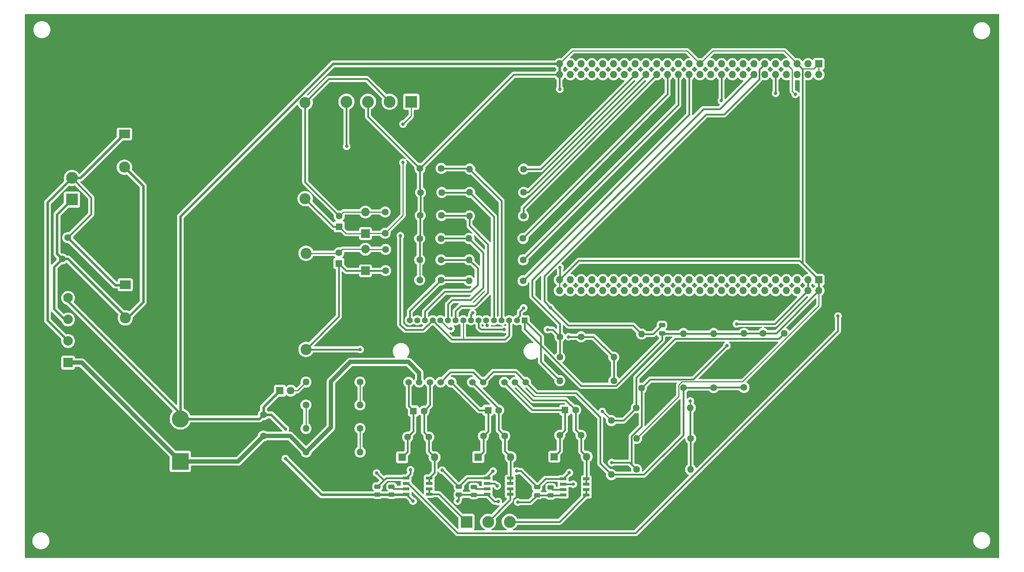
<source format=gbr>
%TF.GenerationSoftware,KiCad,Pcbnew,7.0.6*%
%TF.CreationDate,2024-01-17T13:07:11+07:00*%
%TF.ProjectId,Main,4d61696e-2e6b-4696-9361-645f70636258,rev?*%
%TF.SameCoordinates,Original*%
%TF.FileFunction,Copper,L2,Bot*%
%TF.FilePolarity,Positive*%
%FSLAX46Y46*%
G04 Gerber Fmt 4.6, Leading zero omitted, Abs format (unit mm)*
G04 Created by KiCad (PCBNEW 7.0.6) date 2024-01-17 13:07:11*
%MOMM*%
%LPD*%
G01*
G04 APERTURE LIST*
G04 Aperture macros list*
%AMRoundRect*
0 Rectangle with rounded corners*
0 $1 Rounding radius*
0 $2 $3 $4 $5 $6 $7 $8 $9 X,Y pos of 4 corners*
0 Add a 4 corners polygon primitive as box body*
4,1,4,$2,$3,$4,$5,$6,$7,$8,$9,$2,$3,0*
0 Add four circle primitives for the rounded corners*
1,1,$1+$1,$2,$3*
1,1,$1+$1,$4,$5*
1,1,$1+$1,$6,$7*
1,1,$1+$1,$8,$9*
0 Add four rect primitives between the rounded corners*
20,1,$1+$1,$2,$3,$4,$5,0*
20,1,$1+$1,$4,$5,$6,$7,0*
20,1,$1+$1,$6,$7,$8,$9,0*
20,1,$1+$1,$8,$9,$2,$3,0*%
G04 Aperture macros list end*
%TA.AperFunction,ComponentPad*%
%ADD10C,1.600000*%
%TD*%
%TA.AperFunction,ComponentPad*%
%ADD11O,1.600000X1.600000*%
%TD*%
%TA.AperFunction,ComponentPad*%
%ADD12R,1.800000X1.800000*%
%TD*%
%TA.AperFunction,ComponentPad*%
%ADD13O,1.800000X1.800000*%
%TD*%
%TA.AperFunction,ComponentPad*%
%ADD14C,1.800000*%
%TD*%
%TA.AperFunction,ComponentPad*%
%ADD15C,2.600000*%
%TD*%
%TA.AperFunction,ComponentPad*%
%ADD16R,2.600000X2.000000*%
%TD*%
%TA.AperFunction,ComponentPad*%
%ADD17R,2.800000X2.800000*%
%TD*%
%TA.AperFunction,ComponentPad*%
%ADD18C,2.800000*%
%TD*%
%TA.AperFunction,ComponentPad*%
%ADD19R,1.600000X1.600000*%
%TD*%
%TA.AperFunction,ComponentPad*%
%ADD20R,2.000000X2.000000*%
%TD*%
%TA.AperFunction,ComponentPad*%
%ADD21O,2.000000X2.000000*%
%TD*%
%TA.AperFunction,ComponentPad*%
%ADD22R,2.235000X2.235000*%
%TD*%
%TA.AperFunction,ComponentPad*%
%ADD23C,2.235000*%
%TD*%
%TA.AperFunction,ComponentPad*%
%ADD24R,4.000000X4.000000*%
%TD*%
%TA.AperFunction,ComponentPad*%
%ADD25C,4.000000*%
%TD*%
%TA.AperFunction,ComponentPad*%
%ADD26R,1.400000X1.400000*%
%TD*%
%TA.AperFunction,ComponentPad*%
%ADD27C,1.400000*%
%TD*%
%TA.AperFunction,ComponentPad*%
%ADD28C,1.530000*%
%TD*%
%TA.AperFunction,ComponentPad*%
%ADD29R,1.700000X1.700000*%
%TD*%
%TA.AperFunction,ComponentPad*%
%ADD30O,1.700000X1.700000*%
%TD*%
%TA.AperFunction,SMDPad,CuDef*%
%ADD31RoundRect,0.250000X0.475000X-0.250000X0.475000X0.250000X-0.475000X0.250000X-0.475000X-0.250000X0*%
%TD*%
%TA.AperFunction,SMDPad,CuDef*%
%ADD32RoundRect,0.250000X-0.475000X0.250000X-0.475000X-0.250000X0.475000X-0.250000X0.475000X0.250000X0*%
%TD*%
%TA.AperFunction,SMDPad,CuDef*%
%ADD33R,1.525000X0.650000*%
%TD*%
%TA.AperFunction,ViaPad*%
%ADD34C,0.800000*%
%TD*%
%TA.AperFunction,Conductor*%
%ADD35C,0.400000*%
%TD*%
%TA.AperFunction,Conductor*%
%ADD36C,1.000000*%
%TD*%
%TA.AperFunction,Conductor*%
%ADD37C,0.600000*%
%TD*%
%TA.AperFunction,Conductor*%
%ADD38C,0.250000*%
%TD*%
G04 APERTURE END LIST*
D10*
X197340000Y-125350000D03*
D11*
X184640000Y-125350000D03*
D10*
X166600000Y-101460000D03*
X171600000Y-101460000D03*
X166590000Y-106270000D03*
D11*
X179290000Y-106270000D03*
D12*
X165278000Y-129647500D03*
D13*
X172898000Y-129647500D03*
D12*
X100763000Y-114127500D03*
D14*
X103303000Y-114127500D03*
D10*
X157948000Y-88267500D03*
D11*
X145248000Y-88267500D03*
D15*
X106897500Y-104410000D03*
X106897500Y-81810000D03*
X64397500Y-97010000D03*
D16*
X64397500Y-89210000D03*
D10*
X157908000Y-78327500D03*
D11*
X145208000Y-78327500D03*
D12*
X147388000Y-129737500D03*
D13*
X155008000Y-129737500D03*
D10*
X158088000Y-61997500D03*
D11*
X145388000Y-61997500D03*
D10*
X209880000Y-113360000D03*
D11*
X209880000Y-100660000D03*
D10*
X138758000Y-72907500D03*
X133758000Y-72907500D03*
X125498000Y-77102387D03*
X125498000Y-72102387D03*
X138628000Y-78337500D03*
X133628000Y-78337500D03*
X106890000Y-117490000D03*
D11*
X119590000Y-117490000D03*
D10*
X184570000Y-118150000D03*
D11*
X197270000Y-118150000D03*
D12*
X129508000Y-129787500D03*
D13*
X137128000Y-129787500D03*
D10*
X138648000Y-83367500D03*
X133648000Y-83367500D03*
X125620000Y-85900000D03*
X125620000Y-80900000D03*
D17*
X131638000Y-46167500D03*
D18*
X126558000Y-46167500D03*
X121478000Y-46167500D03*
X116398000Y-46167500D03*
D10*
X135788000Y-125027500D03*
X130788000Y-125027500D03*
D16*
X64195500Y-53757500D03*
D15*
X64195500Y-61557500D03*
X106695500Y-46357500D03*
X106695500Y-68957500D03*
D17*
X51855500Y-69182500D03*
D18*
X51855500Y-64102500D03*
D19*
X149708000Y-118727500D03*
D10*
X152208000Y-118727500D03*
X106930000Y-128560000D03*
D11*
X119630000Y-128560000D03*
D10*
X184630000Y-132670000D03*
D11*
X197330000Y-132670000D03*
D10*
X179290000Y-111780000D03*
D11*
X166590000Y-111780000D03*
D10*
X138628000Y-88087500D03*
X133628000Y-88087500D03*
D20*
X120888000Y-77172387D03*
D21*
X120888000Y-72092387D03*
D10*
X96888000Y-124787500D03*
X96888000Y-119787500D03*
X157968000Y-83357500D03*
D11*
X145268000Y-83357500D03*
D19*
X132152888Y-118907500D03*
D10*
X134652888Y-118907500D03*
X185810000Y-113510000D03*
D11*
X185810000Y-100810000D03*
D22*
X50948000Y-107540000D03*
D23*
X50948000Y-102460000D03*
X50948000Y-97380000D03*
X50948000Y-92300000D03*
D24*
X77355500Y-130755435D03*
D25*
X77355500Y-120755435D03*
D17*
X144639226Y-144967500D03*
D18*
X149719226Y-144967500D03*
X154799226Y-144967500D03*
D10*
X178700000Y-121170000D03*
D11*
X178700000Y-133870000D03*
D20*
X120860000Y-85940000D03*
D21*
X120860000Y-80860000D03*
D10*
X119600000Y-123020000D03*
D11*
X106900000Y-123020000D03*
D10*
X171578000Y-124637500D03*
X166578000Y-124637500D03*
D26*
X158281000Y-97570000D03*
D27*
X156481000Y-97570000D03*
X154681000Y-97570000D03*
X152880000Y-97570000D03*
X151081000Y-97570000D03*
X149280000Y-97570000D03*
X147480000Y-97570000D03*
X145680000Y-97570000D03*
X143880000Y-97570000D03*
X142081000Y-97570000D03*
X140281000Y-97570000D03*
X138481000Y-97570000D03*
X136680000Y-97570000D03*
X134880000Y-97570000D03*
X133081000Y-97570000D03*
X131281000Y-97570000D03*
D28*
X131031000Y-112120000D03*
X133531000Y-112120000D03*
X136031000Y-112120000D03*
X138531000Y-112120000D03*
X141031000Y-112120000D03*
X146031000Y-112120000D03*
X148531000Y-112120000D03*
X153531000Y-112120000D03*
X156031000Y-112120000D03*
X158531000Y-112120000D03*
D10*
X138688000Y-61847500D03*
X133688000Y-61847500D03*
D19*
X167792888Y-118677500D03*
D10*
X170292888Y-118677500D03*
D11*
X145338000Y-73027500D03*
D10*
X158038000Y-73027500D03*
X50865500Y-78127500D03*
X49565500Y-83127500D03*
D19*
X114708000Y-75567500D03*
D10*
X114708000Y-73067500D03*
X158088000Y-67487500D03*
D11*
X145388000Y-67487500D03*
D19*
X114610000Y-84215113D03*
D10*
X114610000Y-81715113D03*
X153628000Y-124787500D03*
X148628000Y-124787500D03*
X195660000Y-113400000D03*
D11*
X195660000Y-100700000D03*
D10*
X138838000Y-67497500D03*
X133838000Y-67497500D03*
X219340000Y-100620000D03*
X214340000Y-100620000D03*
X119600000Y-112090000D03*
D11*
X106900000Y-112090000D03*
D10*
X202740000Y-113400000D03*
D11*
X202740000Y-100700000D03*
D29*
X227490000Y-37250000D03*
D30*
X227490000Y-39790000D03*
X224950000Y-37250000D03*
X224950000Y-39790000D03*
X222410000Y-37250000D03*
X222410000Y-39790000D03*
X219870000Y-37250000D03*
X219870000Y-39790000D03*
X217330000Y-37250000D03*
X217330000Y-39790000D03*
X214790000Y-37250000D03*
X214790000Y-39790000D03*
X212250000Y-37250000D03*
X212250000Y-39790000D03*
X209710000Y-37250000D03*
X209710000Y-39790000D03*
X207170000Y-37250000D03*
X207170000Y-39790000D03*
X204630000Y-37250000D03*
X204630000Y-39790000D03*
X202090000Y-37250000D03*
X202090000Y-39790000D03*
X199550000Y-37250000D03*
X199550000Y-39790000D03*
X197010000Y-37250000D03*
X197010000Y-39790000D03*
X194470000Y-37250000D03*
X194470000Y-39790000D03*
X191930000Y-37250000D03*
X191930000Y-39790000D03*
X189390000Y-37250000D03*
X189390000Y-39790000D03*
X186850000Y-37250000D03*
X186850000Y-39790000D03*
X184310000Y-37250000D03*
X184310000Y-39790000D03*
X181770000Y-37250000D03*
X181770000Y-39790000D03*
X179230000Y-37250000D03*
X179230000Y-39790000D03*
X176690000Y-37250000D03*
X176690000Y-39790000D03*
X174150000Y-37250000D03*
X174150000Y-39790000D03*
X171610000Y-37250000D03*
X171610000Y-39790000D03*
X169070000Y-37250000D03*
X169070000Y-39790000D03*
X166530000Y-37250000D03*
X166530000Y-39790000D03*
D29*
X227490000Y-88050000D03*
D30*
X227490000Y-90590000D03*
X224950000Y-88050000D03*
X224950000Y-90590000D03*
X222410000Y-88050000D03*
X222410000Y-90590000D03*
X219870000Y-88050000D03*
X219870000Y-90590000D03*
X217330000Y-88050000D03*
X217330000Y-90590000D03*
X214790000Y-88050000D03*
X214790000Y-90590000D03*
X212250000Y-88050000D03*
X212250000Y-90590000D03*
X209710000Y-88050000D03*
X209710000Y-90590000D03*
X207170000Y-88050000D03*
X207170000Y-90590000D03*
X204630000Y-88050000D03*
X204630000Y-90590000D03*
X202090000Y-88050000D03*
X202090000Y-90590000D03*
X199550000Y-88050000D03*
X199550000Y-90590000D03*
X197010000Y-88050000D03*
X197010000Y-90590000D03*
X194470000Y-88050000D03*
X194470000Y-90590000D03*
X191930000Y-88050000D03*
X191930000Y-90590000D03*
X189390000Y-88050000D03*
X189390000Y-90590000D03*
X186850000Y-88050000D03*
X186850000Y-90590000D03*
X184310000Y-88050000D03*
X184310000Y-90590000D03*
X181770000Y-88050000D03*
X181770000Y-90590000D03*
X179230000Y-88050000D03*
X179230000Y-90590000D03*
X176690000Y-88050000D03*
X176690000Y-90590000D03*
X174150000Y-88050000D03*
X174150000Y-90590000D03*
X171610000Y-88050000D03*
X171610000Y-90590000D03*
X169070000Y-88050000D03*
X169070000Y-90590000D03*
X166530000Y-88050000D03*
X166530000Y-90590000D03*
D31*
X142840000Y-138602500D03*
X142840000Y-136702500D03*
X161250000Y-138712500D03*
X161250000Y-136812500D03*
X123710000Y-138602500D03*
X123710000Y-136702500D03*
X146360000Y-138652500D03*
X146360000Y-136752500D03*
X164400000Y-138742500D03*
X164400000Y-136842500D03*
D32*
X190620000Y-98710000D03*
X190620000Y-100610000D03*
D33*
X172815226Y-134832500D03*
X172815226Y-136102500D03*
X172815226Y-137372500D03*
X172815226Y-138642500D03*
X167391226Y-138642500D03*
X167391226Y-137372500D03*
X167391226Y-136102500D03*
X167391226Y-134832500D03*
D31*
X127000000Y-138602500D03*
X127000000Y-136702500D03*
D33*
X154932000Y-134717500D03*
X154932000Y-135987500D03*
X154932000Y-137257500D03*
X154932000Y-138527500D03*
X149508000Y-138527500D03*
X149508000Y-137257500D03*
X149508000Y-135987500D03*
X149508000Y-134717500D03*
X135883226Y-134657500D03*
X135883226Y-135927500D03*
X135883226Y-137197500D03*
X135883226Y-138467500D03*
X130459226Y-138467500D03*
X130459226Y-137197500D03*
X130459226Y-135927500D03*
X130459226Y-134657500D03*
D34*
X142530000Y-140110000D03*
X132060000Y-140110000D03*
X152090000Y-140210000D03*
X166580000Y-43200000D03*
X102050000Y-123130000D03*
X156690000Y-140360000D03*
X166630000Y-85160000D03*
X102050000Y-130130000D03*
X140980000Y-99530000D03*
X176560000Y-119030000D03*
X123500000Y-133500000D03*
X138900000Y-132840000D03*
X205860000Y-103550000D03*
X119600000Y-104440000D03*
X168820000Y-133410000D03*
X178780000Y-131030000D03*
X150880000Y-133060000D03*
X131460000Y-132760000D03*
X208150000Y-98410000D03*
X156420000Y-133020000D03*
X158070000Y-94680000D03*
X164420000Y-94630000D03*
X163710000Y-99770000D03*
X153470000Y-99737500D03*
X168630000Y-101450000D03*
X146078000Y-95837500D03*
X129700000Y-60430000D03*
X129720000Y-51430000D03*
X129090000Y-77700000D03*
X116450000Y-56640000D03*
X149530000Y-98810000D03*
X197250000Y-116540000D03*
X232000000Y-96590000D03*
X221950000Y-44420000D03*
X151850000Y-136530000D03*
X217330000Y-44160000D03*
X204560000Y-45890000D03*
X169740000Y-136120000D03*
D35*
X185810000Y-122462943D02*
X185820000Y-122472943D01*
X185810000Y-113510000D02*
X185810000Y-122462943D01*
X187820000Y-111500000D02*
X185810000Y-113510000D01*
X197910000Y-111500000D02*
X187820000Y-111500000D01*
X188520000Y-100810000D02*
X190620000Y-98710000D01*
X185810000Y-100810000D02*
X188520000Y-100810000D01*
X183800000Y-98800000D02*
X185810000Y-100810000D01*
X168570000Y-98800000D02*
X183800000Y-98800000D01*
X125201250Y-135201250D02*
X125211250Y-135201250D01*
X123500000Y-133500000D02*
X125201250Y-135201250D01*
X125211250Y-135201250D02*
X125691250Y-134721250D01*
X123710000Y-136702500D02*
X125211250Y-135201250D01*
D36*
X112738679Y-122751321D02*
X112738679Y-111971321D01*
X130960000Y-107370000D02*
X133531000Y-109941000D01*
X54140065Y-107540000D02*
X77355500Y-130755435D01*
X50948000Y-107540000D02*
X54140065Y-107540000D01*
X90920065Y-130755435D02*
X96888000Y-124787500D01*
X133531000Y-109941000D02*
X133531000Y-112120000D01*
X96888000Y-124787500D02*
X103157500Y-124787500D01*
X77355500Y-130755435D02*
X90920065Y-130755435D01*
X117340000Y-107370000D02*
X130960000Y-107370000D01*
X112738679Y-111971321D02*
X117340000Y-107370000D01*
X106930000Y-128560000D02*
X112738679Y-122751321D01*
X103157500Y-124787500D02*
X106930000Y-128560000D01*
D37*
X49565500Y-83127500D02*
X48345500Y-81907500D01*
X68625500Y-93287500D02*
X68625500Y-66937500D01*
X64855500Y-97057500D02*
X50925500Y-83127500D01*
X47645500Y-85047500D02*
X49565500Y-83127500D01*
X48345500Y-72692500D02*
X51855500Y-69182500D01*
X50925500Y-83127500D02*
X49565500Y-83127500D01*
X68625500Y-66937500D02*
X68625500Y-65987500D01*
X48345500Y-81907500D02*
X48345500Y-72692500D01*
X68625500Y-65987500D02*
X64195500Y-61557500D01*
X47645500Y-94917500D02*
X47645500Y-85047500D01*
X50145500Y-97417500D02*
X47645500Y-94917500D01*
X64855500Y-97057500D02*
X68625500Y-93287500D01*
D35*
X55100000Y-67347000D02*
X51855500Y-64102500D01*
D37*
X46115500Y-69842500D02*
X46115500Y-97627500D01*
D35*
X55100000Y-67410000D02*
X55100000Y-67347000D01*
D37*
X53850500Y-64102500D02*
X64195500Y-53757500D01*
D35*
X56390000Y-68700000D02*
X55100000Y-67410000D01*
D37*
X64855500Y-89257500D02*
X61995500Y-89257500D01*
D35*
X56390000Y-72603000D02*
X50865500Y-78127500D01*
D37*
X46115500Y-69842500D02*
X51855500Y-64102500D01*
X61995500Y-89257500D02*
X50865500Y-78127500D01*
X51855500Y-64102500D02*
X53850500Y-64102500D01*
D35*
X56390000Y-72603000D02*
X56390000Y-68700000D01*
D37*
X46115500Y-97627500D02*
X50948000Y-102460000D01*
X77355500Y-120755435D02*
X95920065Y-120755435D01*
X77355500Y-73151915D02*
X113257415Y-37250000D01*
X98707500Y-119787500D02*
X96888000Y-119787500D01*
D35*
X133838000Y-72827500D02*
X133758000Y-72907500D01*
X179810000Y-112980000D02*
X190620000Y-102170000D01*
X202740000Y-100700000D02*
X209840000Y-100700000D01*
D38*
X219370000Y-34210000D02*
X222410000Y-37250000D01*
D35*
X167291226Y-138742500D02*
X167391226Y-138642500D01*
X142840000Y-138602500D02*
X142840000Y-139800000D01*
X121478000Y-49637500D02*
X133688000Y-61847500D01*
D38*
X194535000Y-115455000D02*
X194535000Y-112820000D01*
D37*
X96888000Y-119787500D02*
X96888000Y-118002500D01*
X123710000Y-138602500D02*
X127000000Y-138602500D01*
X77355500Y-119547500D02*
X77355500Y-120755435D01*
D35*
X149383000Y-138652500D02*
X149508000Y-138527500D01*
D37*
X77355500Y-120755435D02*
X77355500Y-73151915D01*
D38*
X209565000Y-112025000D02*
X227490000Y-94100000D01*
D35*
X142840000Y-139800000D02*
X142530000Y-140110000D01*
D37*
X96888000Y-118002500D02*
X100763000Y-114127500D01*
D35*
X195660000Y-100700000D02*
X190710000Y-100700000D01*
D38*
X202590000Y-34210000D02*
X219370000Y-34210000D01*
D37*
X50145500Y-92337500D02*
X77355500Y-119547500D01*
D38*
X196480000Y-34180000D02*
X169600000Y-34180000D01*
X199550000Y-37250000D02*
X196480000Y-34180000D01*
D35*
X223000000Y-83560000D02*
X171020000Y-83560000D01*
D37*
X110522500Y-138602500D02*
X102050000Y-130130000D01*
X95920065Y-120755435D02*
X96888000Y-119787500D01*
X113257415Y-37250000D02*
X166530000Y-37250000D01*
D35*
X166630000Y-85160000D02*
X166630000Y-87950000D01*
X158281000Y-97570000D02*
X158281000Y-99658057D01*
X190620000Y-102170000D02*
X190620000Y-100610000D01*
D38*
X227490000Y-94100000D02*
X227490000Y-90590000D01*
D37*
X102050000Y-123130000D02*
X98707500Y-119787500D01*
X123710000Y-138602500D02*
X110522500Y-138602500D01*
D35*
X132060000Y-140110000D02*
X132060000Y-140068274D01*
X166630000Y-87950000D02*
X166530000Y-88050000D01*
X162143000Y-107333000D02*
X166590000Y-111780000D01*
X227490000Y-88050000D02*
X223660000Y-84220000D01*
X121478000Y-46167500D02*
X121478000Y-49637500D01*
X158281000Y-99658057D02*
X171602943Y-112980000D01*
X133838000Y-67497500D02*
X133838000Y-72827500D01*
D38*
X184640000Y-125350000D02*
X194535000Y-115455000D01*
D37*
X166530000Y-37250000D02*
X166530000Y-39790000D01*
D35*
X155745500Y-39790000D02*
X166530000Y-39790000D01*
X166530000Y-39790000D02*
X166530000Y-43150000D01*
X223660000Y-84220000D02*
X223660000Y-38500000D01*
X158281000Y-97570000D02*
X162143000Y-101432000D01*
X146310000Y-138602500D02*
X146360000Y-138652500D01*
X171020000Y-83560000D02*
X166530000Y-88050000D01*
X161250000Y-138712500D02*
X164370000Y-138712500D01*
X133628000Y-83347500D02*
X133648000Y-83367500D01*
D38*
X222410000Y-37250000D02*
X223585000Y-38425000D01*
D35*
X223660000Y-38500000D02*
X222410000Y-37250000D01*
X151190500Y-140210000D02*
X149508000Y-138527500D01*
D37*
X127000000Y-138602500D02*
X130324226Y-138602500D01*
X130324226Y-138602500D02*
X130459226Y-138467500D01*
D35*
X195660000Y-100700000D02*
X202740000Y-100700000D01*
D38*
X133628000Y-83387500D02*
X133648000Y-83367500D01*
X227490000Y-37250000D02*
X227490000Y-39790000D01*
D35*
X227490000Y-90590000D02*
X217460000Y-100620000D01*
D38*
X195330000Y-112025000D02*
X209565000Y-112025000D01*
X199550000Y-37250000D02*
X202590000Y-34210000D01*
X169600000Y-34180000D02*
X166530000Y-37250000D01*
X194535000Y-112820000D02*
X195330000Y-112025000D01*
D35*
X133628000Y-78337500D02*
X133628000Y-83347500D01*
D38*
X223585000Y-38425000D02*
X226315000Y-38425000D01*
D35*
X227490000Y-90590000D02*
X227490000Y-88050000D01*
X227490000Y-88050000D02*
X223000000Y-83560000D01*
X132060000Y-140068274D02*
X130459226Y-138467500D01*
X166530000Y-43150000D02*
X166580000Y-43200000D01*
D38*
X133628000Y-88087500D02*
X133628000Y-83387500D01*
D35*
X152090000Y-140210000D02*
X151190500Y-140210000D01*
X171602943Y-112980000D02*
X179810000Y-112980000D01*
X142840000Y-138602500D02*
X146310000Y-138602500D01*
X133758000Y-72907500D02*
X133758000Y-78207500D01*
X133688000Y-67347500D02*
X133838000Y-67497500D01*
X190710000Y-100700000D02*
X190620000Y-100610000D01*
X209880000Y-100660000D02*
X214300000Y-100660000D01*
X164370000Y-138712500D02*
X164400000Y-138742500D01*
X133758000Y-78207500D02*
X133628000Y-78337500D01*
X146360000Y-138652500D02*
X149383000Y-138652500D01*
X133688000Y-61847500D02*
X155745500Y-39790000D01*
X214300000Y-100660000D02*
X214340000Y-100620000D01*
X217460000Y-100620000D02*
X214340000Y-100620000D01*
X164400000Y-138742500D02*
X167291226Y-138742500D01*
X159602500Y-140360000D02*
X156690000Y-140360000D01*
X162143000Y-101432000D02*
X162143000Y-107333000D01*
D38*
X226315000Y-38425000D02*
X227490000Y-37250000D01*
D35*
X133688000Y-61847500D02*
X133688000Y-67347500D01*
X161250000Y-138712500D02*
X159602500Y-140360000D01*
D38*
X166530000Y-88050000D02*
X166530000Y-90590000D01*
D35*
X209840000Y-100700000D02*
X209880000Y-100660000D01*
X153628000Y-128357500D02*
X155008000Y-129737500D01*
X153628000Y-124787500D02*
X153628000Y-128357500D01*
X146031000Y-112120000D02*
X152208000Y-118297000D01*
X155008000Y-134641500D02*
X154932000Y-134717500D01*
X155008000Y-129737500D02*
X155008000Y-134641500D01*
X152208000Y-118297000D02*
X152208000Y-118727500D01*
X152208000Y-123367500D02*
X153628000Y-124787500D01*
X154932000Y-135987500D02*
X154932000Y-134717500D01*
X152208000Y-118727500D02*
X152208000Y-123367500D01*
X149708000Y-123707500D02*
X148628000Y-124787500D01*
X148628000Y-124787500D02*
X148628000Y-128497500D01*
X147638500Y-118727500D02*
X149708000Y-118727500D01*
X149708000Y-118727500D02*
X149708000Y-123707500D01*
X148628000Y-128497500D02*
X147388000Y-129737500D01*
X141031000Y-112120000D02*
X147638500Y-118727500D01*
D38*
X176560000Y-119030000D02*
X178700000Y-121170000D01*
D35*
X193722943Y-101900000D02*
X218060000Y-101900000D01*
D38*
X140441000Y-99530000D02*
X140980000Y-99530000D01*
D35*
X181550000Y-121170000D02*
X178700000Y-121170000D01*
X184570000Y-118150000D02*
X184570000Y-111052943D01*
X181550000Y-121170000D02*
X184570000Y-118150000D01*
X218060000Y-101900000D02*
X219340000Y-100620000D01*
X184570000Y-111052943D02*
X193722943Y-101900000D01*
D38*
X138481000Y-97570000D02*
X140441000Y-99530000D01*
D35*
X127495000Y-137197500D02*
X127000000Y-136702500D01*
X130459226Y-137197500D02*
X127495000Y-137197500D01*
X157457500Y-133020000D02*
X161250000Y-136812500D01*
X142840000Y-136702500D02*
X138977500Y-132840000D01*
X224950000Y-88050000D02*
X224950000Y-90590000D01*
X208150000Y-98410000D02*
X217130000Y-98410000D01*
X161250000Y-136812500D02*
X163230000Y-134832500D01*
X167391226Y-134832500D02*
X167397500Y-134832500D01*
X142840000Y-136702500D02*
X144825000Y-134717500D01*
X149508000Y-134717500D02*
X149508000Y-134432000D01*
X114610000Y-96697500D02*
X106897500Y-104410000D01*
X131460000Y-133656726D02*
X130459226Y-134657500D01*
X106897500Y-104410000D02*
X119570000Y-104410000D01*
X138977500Y-132840000D02*
X138900000Y-132840000D01*
X120860000Y-85940000D02*
X125580000Y-85940000D01*
X217130000Y-98410000D02*
X224950000Y-90590000D01*
X167397500Y-134832500D02*
X168820000Y-133410000D01*
X178780000Y-131030000D02*
X183000000Y-131030000D01*
X119570000Y-104410000D02*
X119600000Y-104440000D01*
X131460000Y-132760000D02*
X131460000Y-133656726D01*
X184630000Y-132670000D02*
X183440000Y-131480000D01*
X184630000Y-132660000D02*
X184630000Y-132670000D01*
X183440000Y-124852943D02*
X185820000Y-122472943D01*
X183000000Y-131030000D02*
X184630000Y-132660000D01*
X125755000Y-134657500D02*
X130459226Y-134657500D01*
X163230000Y-134832500D02*
X167391226Y-134832500D01*
X144825000Y-134717500D02*
X149508000Y-134717500D01*
X149508000Y-134432000D02*
X150880000Y-133060000D01*
X125580000Y-85940000D02*
X125620000Y-85900000D01*
X197910000Y-111500000D02*
X205860000Y-103550000D01*
X114610000Y-84215113D02*
X114610000Y-96697500D01*
X125691250Y-134721250D02*
X125755000Y-134657500D01*
X183440000Y-131480000D02*
X183440000Y-124852943D01*
X116334887Y-85940000D02*
X120860000Y-85940000D01*
X114610000Y-84215113D02*
X116334887Y-85940000D01*
X156420000Y-133020000D02*
X157457500Y-133020000D01*
X146865000Y-137257500D02*
X146360000Y-136752500D01*
X149508000Y-137257500D02*
X146865000Y-137257500D01*
X167391226Y-137372500D02*
X164930000Y-137372500D01*
X164930000Y-137372500D02*
X164400000Y-136842500D01*
X158070000Y-94680000D02*
X157181000Y-95569000D01*
X213500000Y-38540000D02*
X214790000Y-37250000D01*
X205220000Y-49150000D02*
X213500000Y-40870000D01*
X164420000Y-94630000D02*
X162930000Y-93140000D01*
X164420000Y-94650000D02*
X168570000Y-98800000D01*
X200930000Y-49150000D02*
X205220000Y-49150000D01*
X213500000Y-40870000D02*
X213500000Y-38540000D01*
X157181000Y-96470000D02*
X156481000Y-97170000D01*
X162930000Y-93140000D02*
X162930000Y-87150000D01*
X164420000Y-94630000D02*
X164420000Y-94650000D01*
X156481000Y-97170000D02*
X156481000Y-97570000D01*
X157181000Y-95569000D02*
X157181000Y-96470000D01*
X162930000Y-87150000D02*
X200930000Y-49150000D01*
X152880000Y-69489500D02*
X145388000Y-61997500D01*
X138688000Y-61847500D02*
X145238000Y-61847500D01*
X152880000Y-97570000D02*
X152880000Y-69489500D01*
X145238000Y-61847500D02*
X145388000Y-61997500D01*
X151081000Y-73180500D02*
X145388000Y-67487500D01*
X151081000Y-97570000D02*
X151081000Y-73180500D01*
X145378000Y-67497500D02*
X145388000Y-67487500D01*
X138598000Y-67497500D02*
X145378000Y-67497500D01*
X149688000Y-91107500D02*
X149688000Y-79707500D01*
X145338000Y-75357500D02*
X145338000Y-73027500D01*
X145278000Y-72967500D02*
X145338000Y-73027500D01*
X149688000Y-79707500D02*
X145338000Y-75357500D01*
X138928000Y-72967500D02*
X145278000Y-72967500D01*
X143298000Y-94187500D02*
X146608000Y-94187500D01*
X142081000Y-95404500D02*
X143298000Y-94187500D01*
X142081000Y-97570000D02*
X142081000Y-95404500D01*
X146608000Y-94187500D02*
X149688000Y-91107500D01*
X148528000Y-81647500D02*
X145208000Y-78327500D01*
X140281000Y-93774500D02*
X141258000Y-92797500D01*
X138638000Y-78327500D02*
X138628000Y-78337500D01*
X148528000Y-89877500D02*
X148528000Y-81647500D01*
X145208000Y-78327500D02*
X138638000Y-78327500D01*
X140281000Y-97570000D02*
X140281000Y-93774500D01*
X145608000Y-92797500D02*
X148528000Y-89877500D01*
X141258000Y-92797500D02*
X145608000Y-92797500D01*
X139498000Y-90857500D02*
X145588000Y-90857500D01*
X147268000Y-89177500D02*
X147268000Y-85357500D01*
X138658000Y-83357500D02*
X138648000Y-83367500D01*
X147268000Y-85357500D02*
X145268000Y-83357500D01*
X134880000Y-97570000D02*
X134880000Y-95475500D01*
X134880000Y-95475500D02*
X139498000Y-90857500D01*
X145588000Y-90857500D02*
X147268000Y-89177500D01*
X145268000Y-83357500D02*
X138658000Y-83357500D01*
X145068000Y-88087500D02*
X145248000Y-88267500D01*
X131281000Y-97570000D02*
X131281000Y-95434500D01*
X131281000Y-95434500D02*
X138628000Y-88087500D01*
X145058000Y-88077500D02*
X145248000Y-88267500D01*
X138628000Y-88087500D02*
X145068000Y-88087500D01*
X160120000Y-91950000D02*
X160120000Y-88100000D01*
X148047500Y-99737500D02*
X153470000Y-99737500D01*
X204160000Y-47880000D02*
X212250000Y-39790000D01*
X163710000Y-99770000D02*
X164910000Y-99770000D01*
X160120000Y-88100000D02*
X200340000Y-47880000D01*
X166600000Y-98430000D02*
X160120000Y-91950000D01*
X166600000Y-106260000D02*
X166590000Y-106270000D01*
X164910000Y-99770000D02*
X166600000Y-101460000D01*
X147480000Y-99170000D02*
X147480000Y-97570000D01*
X200340000Y-47880000D02*
X204160000Y-47880000D01*
X166600000Y-98430000D02*
X166600000Y-101460000D01*
X166600000Y-101460000D02*
X166600000Y-106260000D01*
X148047500Y-99737500D02*
X147480000Y-99170000D01*
X168630000Y-101450000D02*
X171590000Y-101450000D01*
X174480000Y-101460000D02*
X179290000Y-106270000D01*
X179290000Y-106270000D02*
X179290000Y-111780000D01*
X145680000Y-97570000D02*
X145680000Y-96235500D01*
X145680000Y-96235500D02*
X146078000Y-95837500D01*
X171590000Y-101450000D02*
X171600000Y-101460000D01*
X171600000Y-101460000D02*
X174480000Y-101460000D01*
D38*
X129700000Y-72900387D02*
X129700000Y-60430000D01*
X120958000Y-77102387D02*
X120888000Y-77172387D01*
X125498000Y-77102387D02*
X120958000Y-77102387D01*
X116312887Y-77172387D02*
X114708000Y-75567500D01*
D35*
X106695500Y-68957500D02*
X113305500Y-75567500D01*
D38*
X125498000Y-77102387D02*
X129700000Y-72900387D01*
X131638000Y-49512000D02*
X131638000Y-46167500D01*
D35*
X113305500Y-75567500D02*
X114708000Y-75567500D01*
D38*
X120888000Y-77172387D02*
X116312887Y-77172387D01*
X129720000Y-51430000D02*
X131638000Y-49512000D01*
X120898000Y-72102387D02*
X120888000Y-72092387D01*
X115683113Y-72092387D02*
X114708000Y-73067500D01*
D35*
X112233000Y-40820000D02*
X106695500Y-46357500D01*
D38*
X120888000Y-72092387D02*
X115683113Y-72092387D01*
D35*
X106695500Y-46357500D02*
X106695500Y-65055000D01*
X106695500Y-65055000D02*
X114708000Y-73067500D01*
D38*
X125498000Y-72102387D02*
X120898000Y-72102387D01*
D35*
X121210500Y-40820000D02*
X112233000Y-40820000D01*
X126558000Y-46167500D02*
X121210500Y-40820000D01*
D38*
X120860000Y-80860000D02*
X115465113Y-80860000D01*
X120900000Y-80900000D02*
X120860000Y-80860000D01*
X106897500Y-81810000D02*
X114515113Y-81810000D01*
X125620000Y-80900000D02*
X120900000Y-80900000D01*
X114515113Y-81810000D02*
X114610000Y-81715113D01*
X115465113Y-80860000D02*
X114610000Y-81715113D01*
D35*
X160261000Y-116350000D02*
X167965388Y-116350000D01*
X170292888Y-123352388D02*
X171578000Y-124637500D01*
X167965388Y-116350000D02*
X170292888Y-118677500D01*
X171578000Y-124637500D02*
X171578000Y-128327500D01*
X172898000Y-129647500D02*
X172898000Y-134749726D01*
X171578000Y-128327500D02*
X172898000Y-129647500D01*
X172898000Y-134749726D02*
X172815226Y-134832500D01*
X172815226Y-136102500D02*
X172815226Y-134832500D01*
X156031000Y-112120000D02*
X160261000Y-116350000D01*
X170292888Y-118677500D02*
X170292888Y-123352388D01*
X166578000Y-124637500D02*
X166578000Y-128347500D01*
X167792888Y-123422612D02*
X166578000Y-124637500D01*
X167792888Y-118677500D02*
X167792888Y-123422612D01*
X166578000Y-128347500D02*
X165278000Y-129647500D01*
X153531000Y-112120000D02*
X160088500Y-118677500D01*
X160088500Y-118677500D02*
X167792888Y-118677500D01*
X137128000Y-129787500D02*
X137128000Y-133412726D01*
X135788000Y-128447500D02*
X137128000Y-129787500D01*
X137128000Y-133412726D02*
X135883226Y-134657500D01*
X134652888Y-123892388D02*
X135788000Y-125027500D01*
X135883226Y-135927500D02*
X135883226Y-134657500D01*
X135788000Y-125027500D02*
X135788000Y-128447500D01*
X134652888Y-118907500D02*
X134652888Y-123892388D01*
X136031000Y-117529388D02*
X134652888Y-118907500D01*
X136031000Y-117529388D02*
X136031000Y-112120000D01*
X132152888Y-123662612D02*
X130788000Y-125027500D01*
X132152888Y-118907500D02*
X132152888Y-123662612D01*
X131031000Y-117785612D02*
X132152888Y-118907500D01*
X130788000Y-128507500D02*
X129508000Y-129787500D01*
X131031000Y-112120000D02*
X131031000Y-117785612D01*
X130788000Y-125027500D02*
X130788000Y-128507500D01*
D38*
X103303000Y-114127500D02*
X104862500Y-114127500D01*
X104862500Y-114127500D02*
X106900000Y-112090000D01*
D35*
X143880000Y-102110000D02*
X143870000Y-102120000D01*
X116450000Y-56640000D02*
X116398000Y-56588000D01*
X141230000Y-102120000D02*
X143870000Y-102120000D01*
X136680000Y-97570000D02*
X141230000Y-102120000D01*
X143870000Y-102120000D02*
X153690000Y-102120000D01*
X129040000Y-98570000D02*
X129040000Y-77750000D01*
X116398000Y-56588000D02*
X116398000Y-46167500D01*
X131960000Y-99810000D02*
X130280000Y-99810000D01*
X153690000Y-102120000D02*
X154681000Y-101129000D01*
X154681000Y-101129000D02*
X154681000Y-97570000D01*
X136680000Y-97570000D02*
X134440000Y-99810000D01*
D38*
X143880000Y-97570000D02*
X143880000Y-102110000D01*
D35*
X129040000Y-77750000D02*
X129090000Y-77700000D01*
X130280000Y-99810000D02*
X129040000Y-98570000D01*
X134440000Y-99810000D02*
X131960000Y-99810000D01*
D38*
X197250000Y-118130000D02*
X197270000Y-118150000D01*
X197250000Y-116540000D02*
X197250000Y-118130000D01*
D35*
X197270000Y-125280000D02*
X197340000Y-125350000D01*
D38*
X149280000Y-97570000D02*
X149280000Y-98560000D01*
D35*
X197270000Y-118150000D02*
X197270000Y-125280000D01*
D38*
X149280000Y-98560000D02*
X149530000Y-98810000D01*
D35*
X197340000Y-132660000D02*
X197330000Y-132670000D01*
X197340000Y-125350000D02*
X197340000Y-132660000D01*
X140893500Y-109757500D02*
X146168500Y-109757500D01*
X138531000Y-112120000D02*
X140893500Y-109757500D01*
X209880000Y-113360000D02*
X202780000Y-113360000D01*
X186360000Y-133870000D02*
X195660000Y-124570000D01*
X150911000Y-109740000D02*
X156151000Y-109740000D01*
X202780000Y-113360000D02*
X202740000Y-113400000D01*
X186360000Y-133870000D02*
X178700000Y-133870000D01*
X146168500Y-109757500D02*
X148531000Y-112120000D01*
X156151000Y-109740000D02*
X158531000Y-112120000D01*
X148531000Y-112120000D02*
X150911000Y-109740000D01*
X195660000Y-124570000D02*
X195660000Y-113400000D01*
X161101000Y-114690000D02*
X170420000Y-114690000D01*
X170420000Y-114690000D02*
X176070000Y-120340000D01*
X158531000Y-112120000D02*
X161101000Y-114690000D01*
X176070000Y-120340000D02*
X176070000Y-131240000D01*
X195660000Y-113400000D02*
X202740000Y-113400000D01*
X176070000Y-131240000D02*
X178700000Y-133870000D01*
X138139226Y-138467500D02*
X144639226Y-144967500D01*
X135883226Y-137197500D02*
X135883226Y-138467500D01*
X135883226Y-138467500D02*
X138139226Y-138467500D01*
X130896726Y-135927500D02*
X142589226Y-147620000D01*
X232000000Y-100020000D02*
X232000000Y-96590000D01*
X142589226Y-147620000D02*
X184400000Y-147620000D01*
X130459226Y-135927500D02*
X130896726Y-135927500D01*
D38*
X221235000Y-38615000D02*
X221235000Y-43705000D01*
X221235000Y-43705000D02*
X221950000Y-44420000D01*
X219870000Y-37250000D02*
X221235000Y-38615000D01*
D35*
X184400000Y-147620000D02*
X232000000Y-100020000D01*
X154932000Y-139754726D02*
X154932000Y-138527500D01*
X154932000Y-137257500D02*
X154932000Y-138527500D01*
X149719226Y-144967500D02*
X154932000Y-139754726D01*
X149508000Y-135987500D02*
X151307500Y-135987500D01*
X151307500Y-135987500D02*
X151850000Y-136530000D01*
X217330000Y-44160000D02*
X217330000Y-39790000D01*
X166490226Y-144967500D02*
X172815226Y-138642500D01*
X154799226Y-144967500D02*
X166490226Y-144967500D01*
X172815226Y-137372500D02*
X172815226Y-138642500D01*
X204560000Y-45890000D02*
X204630000Y-45820000D01*
X167391226Y-136102500D02*
X169722500Y-136102500D01*
X204630000Y-45820000D02*
X204630000Y-39790000D01*
X169722500Y-136102500D02*
X169740000Y-136120000D01*
X194470000Y-46855500D02*
X157968000Y-83357500D01*
X194470000Y-39790000D02*
X194470000Y-46855500D01*
X197010000Y-49205500D02*
X197010000Y-39790000D01*
X157948000Y-88267500D02*
X197010000Y-49205500D01*
X158038000Y-71142000D02*
X189390000Y-39790000D01*
X158038000Y-73027500D02*
X158038000Y-71142000D01*
X191930000Y-44305500D02*
X157908000Y-78327500D01*
X191930000Y-39790000D02*
X191930000Y-44305500D01*
X186850000Y-39790000D02*
X159152500Y-67487500D01*
X159152500Y-67487500D02*
X158088000Y-67487500D01*
X158088000Y-61997500D02*
X162102500Y-61997500D01*
X162102500Y-61997500D02*
X184310000Y-39790000D01*
D38*
X119600000Y-123020000D02*
X119600000Y-128530000D01*
X119600000Y-128530000D02*
X119630000Y-128560000D01*
X106890000Y-117490000D02*
X106890000Y-123010000D01*
X106890000Y-123010000D02*
X106900000Y-123020000D01*
X119600000Y-112090000D02*
X119600000Y-117480000D01*
X119600000Y-117480000D02*
X119590000Y-117490000D01*
%TA.AperFunction,NonConductor*%
G36*
X269860539Y-25580185D02*
G01*
X269906294Y-25632989D01*
X269917500Y-25684500D01*
X269917500Y-153323000D01*
X269897815Y-153390039D01*
X269845011Y-153435794D01*
X269793500Y-153447000D01*
X40924500Y-153447000D01*
X40857461Y-153427315D01*
X40811706Y-153374511D01*
X40800500Y-153323000D01*
X40800500Y-149430000D01*
X42544390Y-149430000D01*
X42551745Y-149532844D01*
X42552390Y-149541853D01*
X42552548Y-149546277D01*
X42552548Y-149572861D01*
X42556331Y-149599172D01*
X42556804Y-149603574D01*
X42564804Y-149715428D01*
X42564805Y-149715435D01*
X42588637Y-149824988D01*
X42589423Y-149829346D01*
X42593206Y-149855666D01*
X42600698Y-149881181D01*
X42601793Y-149885471D01*
X42625630Y-149995046D01*
X42625631Y-149995048D01*
X42664819Y-150100118D01*
X42666217Y-150104317D01*
X42673705Y-150129816D01*
X42684746Y-150153994D01*
X42686440Y-150158084D01*
X42725632Y-150263159D01*
X42725635Y-150263166D01*
X42779363Y-150361561D01*
X42781345Y-150365521D01*
X42792394Y-150389717D01*
X42806772Y-150412088D01*
X42809031Y-150415895D01*
X42851751Y-150494129D01*
X42862772Y-150514312D01*
X42862776Y-150514318D01*
X42872808Y-150527719D01*
X42907174Y-150573627D01*
X42929976Y-150604086D01*
X42932498Y-150607719D01*
X42946873Y-150630086D01*
X42957493Y-150642343D01*
X42964284Y-150650180D01*
X42967055Y-150653619D01*
X43034261Y-150743395D01*
X43113552Y-150822686D01*
X43116562Y-150825919D01*
X43133978Y-150846018D01*
X43154078Y-150863435D01*
X43157304Y-150866438D01*
X43236605Y-150945739D01*
X43326404Y-151012961D01*
X43329811Y-151015708D01*
X43332037Y-151017637D01*
X43349911Y-151033126D01*
X43367905Y-151044689D01*
X43372266Y-151047492D01*
X43372276Y-151047498D01*
X43375914Y-151050024D01*
X43465682Y-151117224D01*
X43465690Y-151117229D01*
X43564102Y-151170966D01*
X43567910Y-151173225D01*
X43590286Y-151187606D01*
X43614479Y-151198654D01*
X43618431Y-151200632D01*
X43716839Y-151254367D01*
X43821914Y-151293558D01*
X43825993Y-151295247D01*
X43850179Y-151306293D01*
X43875691Y-151313784D01*
X43879872Y-151315175D01*
X43984954Y-151354369D01*
X44094554Y-151378211D01*
X44098788Y-151379291D01*
X44124326Y-151386790D01*
X44124331Y-151386790D01*
X44124339Y-151386793D01*
X44150655Y-151390576D01*
X44154982Y-151391356D01*
X44264572Y-151415196D01*
X44376450Y-151423197D01*
X44380795Y-151423664D01*
X44407139Y-151427452D01*
X44407146Y-151427452D01*
X44433721Y-151427452D01*
X44438143Y-151427609D01*
X44487344Y-151431128D01*
X44549999Y-151435610D01*
X44550000Y-151435610D01*
X44550001Y-151435610D01*
X44612655Y-151431128D01*
X44661856Y-151427609D01*
X44666279Y-151427452D01*
X44692854Y-151427452D01*
X44692861Y-151427452D01*
X44719219Y-151423662D01*
X44723516Y-151423200D01*
X44835428Y-151415196D01*
X44945012Y-151391357D01*
X44949345Y-151390576D01*
X44975671Y-151386791D01*
X45001189Y-151379298D01*
X45005438Y-151378212D01*
X45115046Y-151354369D01*
X45220124Y-151315177D01*
X45224291Y-151313789D01*
X45249821Y-151306293D01*
X45274020Y-151295241D01*
X45278056Y-151293569D01*
X45383161Y-151254367D01*
X45481568Y-151200632D01*
X45485514Y-151198657D01*
X45509708Y-151187608D01*
X45509716Y-151187602D01*
X45509722Y-151187600D01*
X45532104Y-151173215D01*
X45535872Y-151170979D01*
X45634315Y-151117226D01*
X45724120Y-151049998D01*
X45727697Y-151047515D01*
X45750086Y-151033127D01*
X45755401Y-151028521D01*
X45758479Y-151025855D01*
X45761863Y-151022921D01*
X45770193Y-151015704D01*
X45773580Y-151012972D01*
X45863395Y-150945739D01*
X45942690Y-150866444D01*
X45945913Y-150863442D01*
X45966020Y-150846020D01*
X45983445Y-150825909D01*
X45986433Y-150822700D01*
X46065739Y-150743395D01*
X46132965Y-150653591D01*
X46135690Y-150650208D01*
X46153127Y-150630086D01*
X46167507Y-150607709D01*
X46170008Y-150604107D01*
X46237226Y-150514315D01*
X46290979Y-150415872D01*
X46293215Y-150412104D01*
X46307600Y-150389722D01*
X46307602Y-150389716D01*
X46307608Y-150389708D01*
X46318657Y-150365514D01*
X46320636Y-150361561D01*
X46374367Y-150263161D01*
X46413569Y-150158056D01*
X46415241Y-150154020D01*
X46426293Y-150129821D01*
X46433789Y-150104291D01*
X46435177Y-150100124D01*
X46444923Y-150073994D01*
X46474369Y-149995046D01*
X46498212Y-149885438D01*
X46499298Y-149881189D01*
X46506791Y-149855671D01*
X46510576Y-149829345D01*
X46511357Y-149825012D01*
X46535196Y-149715428D01*
X46543198Y-149603540D01*
X46543666Y-149599192D01*
X46547452Y-149572861D01*
X46548107Y-149536105D01*
X46548250Y-149532901D01*
X46555610Y-149430000D01*
X46549888Y-149350001D01*
X263794390Y-149350001D01*
X263802389Y-149461855D01*
X263802547Y-149466279D01*
X263802546Y-149492854D01*
X263806331Y-149519173D01*
X263806804Y-149523575D01*
X263814804Y-149635428D01*
X263814805Y-149635435D01*
X263838637Y-149744988D01*
X263839423Y-149749346D01*
X263843206Y-149775666D01*
X263850698Y-149801181D01*
X263851793Y-149805471D01*
X263875630Y-149915046D01*
X263875631Y-149915048D01*
X263914819Y-150020118D01*
X263916217Y-150024317D01*
X263923705Y-150049816D01*
X263934746Y-150073994D01*
X263936440Y-150078084D01*
X263975632Y-150183159D01*
X263975635Y-150183166D01*
X264029363Y-150281561D01*
X264031345Y-150285521D01*
X264042394Y-150309717D01*
X264056772Y-150332088D01*
X264059031Y-150335895D01*
X264088424Y-150389722D01*
X264112774Y-150434315D01*
X264172663Y-150514318D01*
X264179976Y-150524086D01*
X264182498Y-150527719D01*
X264196873Y-150550086D01*
X264207493Y-150562343D01*
X264214284Y-150570180D01*
X264217055Y-150573619D01*
X264284261Y-150663395D01*
X264363557Y-150742691D01*
X264366562Y-150745919D01*
X264383978Y-150766018D01*
X264404078Y-150783435D01*
X264407304Y-150786438D01*
X264486605Y-150865739D01*
X264576404Y-150932961D01*
X264579815Y-150935711D01*
X264599911Y-150953126D01*
X264617905Y-150964689D01*
X264622266Y-150967492D01*
X264622276Y-150967498D01*
X264625914Y-150970024D01*
X264715682Y-151037224D01*
X264715690Y-151037229D01*
X264814102Y-151090966D01*
X264817910Y-151093225D01*
X264840286Y-151107606D01*
X264864479Y-151118654D01*
X264868431Y-151120632D01*
X264966839Y-151174367D01*
X265071914Y-151213558D01*
X265075993Y-151215247D01*
X265100179Y-151226293D01*
X265125691Y-151233784D01*
X265129872Y-151235175D01*
X265234954Y-151274369D01*
X265344554Y-151298211D01*
X265348788Y-151299291D01*
X265374326Y-151306790D01*
X265374331Y-151306790D01*
X265374339Y-151306793D01*
X265400655Y-151310576D01*
X265404982Y-151311356D01*
X265514572Y-151335196D01*
X265626450Y-151343197D01*
X265630795Y-151343664D01*
X265657139Y-151347452D01*
X265657146Y-151347452D01*
X265683721Y-151347452D01*
X265688143Y-151347609D01*
X265737344Y-151351128D01*
X265799999Y-151355610D01*
X265800000Y-151355610D01*
X265800001Y-151355610D01*
X265862655Y-151351128D01*
X265911856Y-151347609D01*
X265916279Y-151347452D01*
X265942854Y-151347452D01*
X265942861Y-151347452D01*
X265969219Y-151343662D01*
X265973516Y-151343200D01*
X266085428Y-151335196D01*
X266195012Y-151311357D01*
X266199345Y-151310576D01*
X266225671Y-151306791D01*
X266251189Y-151299298D01*
X266255438Y-151298212D01*
X266365046Y-151274369D01*
X266470124Y-151235177D01*
X266474291Y-151233789D01*
X266499821Y-151226293D01*
X266524020Y-151215241D01*
X266528056Y-151213569D01*
X266633161Y-151174367D01*
X266731568Y-151120632D01*
X266735514Y-151118657D01*
X266759708Y-151107608D01*
X266759716Y-151107602D01*
X266759722Y-151107600D01*
X266782104Y-151093215D01*
X266785872Y-151090979D01*
X266884315Y-151037226D01*
X266974120Y-150969998D01*
X266977697Y-150967515D01*
X267000086Y-150953127D01*
X267020208Y-150935690D01*
X267023591Y-150932965D01*
X267113395Y-150865739D01*
X267192689Y-150786444D01*
X267195913Y-150783442D01*
X267216020Y-150766020D01*
X267233456Y-150745896D01*
X267236428Y-150742705D01*
X267315739Y-150663395D01*
X267382965Y-150573591D01*
X267385690Y-150570208D01*
X267403127Y-150550086D01*
X267417507Y-150527709D01*
X267420008Y-150524107D01*
X267487226Y-150434315D01*
X267540979Y-150335872D01*
X267543215Y-150332104D01*
X267557600Y-150309722D01*
X267557602Y-150309716D01*
X267557608Y-150309708D01*
X267568657Y-150285514D01*
X267570636Y-150281561D01*
X267624367Y-150183161D01*
X267663569Y-150078056D01*
X267665241Y-150074020D01*
X267676293Y-150049821D01*
X267683789Y-150024291D01*
X267685177Y-150020124D01*
X267688758Y-150010522D01*
X267724369Y-149915046D01*
X267748212Y-149805438D01*
X267749298Y-149801189D01*
X267756791Y-149775671D01*
X267760576Y-149749345D01*
X267761357Y-149745012D01*
X267785196Y-149635428D01*
X267793198Y-149523540D01*
X267793666Y-149519192D01*
X267797452Y-149492861D01*
X267798107Y-149456105D01*
X267798250Y-149452901D01*
X267805610Y-149350000D01*
X267798250Y-149247102D01*
X267798107Y-149243890D01*
X267797452Y-149207139D01*
X267793663Y-149180789D01*
X267793197Y-149176450D01*
X267785196Y-149064572D01*
X267761356Y-148954982D01*
X267760576Y-148950655D01*
X267756793Y-148924339D01*
X267756790Y-148924331D01*
X267756790Y-148924326D01*
X267749291Y-148898788D01*
X267748211Y-148894554D01*
X267724369Y-148784954D01*
X267685175Y-148679872D01*
X267683782Y-148675684D01*
X267676293Y-148650179D01*
X267665246Y-148625989D01*
X267663558Y-148621914D01*
X267663553Y-148621901D01*
X267624367Y-148516839D01*
X267570632Y-148418431D01*
X267568654Y-148414479D01*
X267557606Y-148390286D01*
X267543225Y-148367910D01*
X267540966Y-148364102D01*
X267487229Y-148265690D01*
X267487224Y-148265682D01*
X267427299Y-148185632D01*
X267420019Y-148175907D01*
X267417498Y-148172276D01*
X267403126Y-148149911D01*
X267385711Y-148129815D01*
X267382961Y-148126404D01*
X267315739Y-148036605D01*
X267236438Y-147957304D01*
X267233435Y-147954078D01*
X267232484Y-147952981D01*
X267216020Y-147933980D01*
X267195921Y-147916564D01*
X267192681Y-147913547D01*
X267113398Y-147834264D01*
X267113396Y-147834262D01*
X267113395Y-147834261D01*
X267023619Y-147767055D01*
X267020180Y-147764284D01*
X267007188Y-147753027D01*
X267000086Y-147746873D01*
X266977719Y-147732498D01*
X266974086Y-147729976D01*
X266884318Y-147662776D01*
X266884316Y-147662775D01*
X266884315Y-147662774D01*
X266864129Y-147651751D01*
X266785895Y-147609031D01*
X266782088Y-147606772D01*
X266759717Y-147592394D01*
X266735521Y-147581345D01*
X266731561Y-147579363D01*
X266633166Y-147525635D01*
X266633159Y-147525632D01*
X266528084Y-147486440D01*
X266523994Y-147484746D01*
X266508628Y-147477729D01*
X266499821Y-147473707D01*
X266499819Y-147473706D01*
X266499816Y-147473705D01*
X266474317Y-147466217D01*
X266470118Y-147464819D01*
X266365048Y-147425631D01*
X266365046Y-147425630D01*
X266255471Y-147401793D01*
X266251180Y-147400698D01*
X266244402Y-147398708D01*
X266225669Y-147393207D01*
X266199346Y-147389423D01*
X266194988Y-147388637D01*
X266085435Y-147364805D01*
X266085428Y-147364804D01*
X265973574Y-147356804D01*
X265969177Y-147356331D01*
X265942861Y-147352548D01*
X265916279Y-147352548D01*
X265911856Y-147352390D01*
X265862655Y-147348871D01*
X265800001Y-147344390D01*
X265799999Y-147344390D01*
X265737344Y-147348871D01*
X265688143Y-147352390D01*
X265683721Y-147352548D01*
X265657137Y-147352548D01*
X265630826Y-147356331D01*
X265626424Y-147356804D01*
X265514571Y-147364804D01*
X265514561Y-147364805D01*
X265405013Y-147388636D01*
X265400657Y-147389422D01*
X265374325Y-147393207D01*
X265348819Y-147400698D01*
X265344528Y-147401793D01*
X265234953Y-147425630D01*
X265234947Y-147425632D01*
X265129883Y-147464819D01*
X265125684Y-147466216D01*
X265100177Y-147473706D01*
X265075989Y-147484753D01*
X265071901Y-147486446D01*
X264966844Y-147525630D01*
X264966831Y-147525636D01*
X264868436Y-147579363D01*
X264864478Y-147581344D01*
X264840291Y-147592389D01*
X264817909Y-147606773D01*
X264814102Y-147609033D01*
X264715688Y-147662771D01*
X264625903Y-147729981D01*
X264622271Y-147732503D01*
X264599911Y-147746874D01*
X264592810Y-147753027D01*
X264579823Y-147764280D01*
X264576377Y-147767057D01*
X264486619Y-147834249D01*
X264486604Y-147834262D01*
X264407310Y-147913553D01*
X264404071Y-147916569D01*
X264383979Y-147933979D01*
X264366569Y-147954071D01*
X264363553Y-147957310D01*
X264284262Y-148036604D01*
X264284249Y-148036619D01*
X264217059Y-148126375D01*
X264214285Y-148129817D01*
X264209762Y-148135038D01*
X264196866Y-148149920D01*
X264182505Y-148172267D01*
X264179982Y-148175902D01*
X264112771Y-148265688D01*
X264059033Y-148364102D01*
X264056773Y-148367909D01*
X264042389Y-148390291D01*
X264031344Y-148414478D01*
X264029363Y-148418436D01*
X263975636Y-148516831D01*
X263975630Y-148516844D01*
X263936446Y-148621901D01*
X263934753Y-148625989D01*
X263923706Y-148650177D01*
X263916216Y-148675684D01*
X263914819Y-148679883D01*
X263875632Y-148784947D01*
X263875630Y-148784953D01*
X263851793Y-148894528D01*
X263850698Y-148898819D01*
X263843207Y-148924325D01*
X263839422Y-148950657D01*
X263838636Y-148955013D01*
X263814805Y-149064561D01*
X263814804Y-149064571D01*
X263806804Y-149176424D01*
X263806331Y-149180826D01*
X263802546Y-149207143D01*
X263802547Y-149233719D01*
X263802389Y-149238143D01*
X263794390Y-149349998D01*
X263794390Y-149350001D01*
X46549888Y-149350001D01*
X46548250Y-149327102D01*
X46548107Y-149323890D01*
X46547452Y-149287139D01*
X46543663Y-149260789D01*
X46543197Y-149256450D01*
X46535196Y-149144572D01*
X46511356Y-149034982D01*
X46510576Y-149030655D01*
X46506793Y-149004339D01*
X46506790Y-149004331D01*
X46506790Y-149004326D01*
X46499291Y-148978788D01*
X46498211Y-148974554D01*
X46474369Y-148864954D01*
X46435175Y-148759872D01*
X46433782Y-148755684D01*
X46426293Y-148730179D01*
X46415246Y-148705989D01*
X46413558Y-148701914D01*
X46405341Y-148679883D01*
X46374367Y-148596839D01*
X46320632Y-148498431D01*
X46318654Y-148494479D01*
X46307606Y-148470286D01*
X46293225Y-148447910D01*
X46290966Y-148444102D01*
X46237229Y-148345690D01*
X46237224Y-148345682D01*
X46178176Y-148266804D01*
X46170019Y-148255907D01*
X46167498Y-148252276D01*
X46153126Y-148229911D01*
X46135711Y-148209815D01*
X46132961Y-148206404D01*
X46065739Y-148116605D01*
X45986438Y-148037304D01*
X45983435Y-148034078D01*
X45966020Y-148013980D01*
X45966020Y-148013979D01*
X45945927Y-147996569D01*
X45945917Y-147996560D01*
X45942678Y-147993544D01*
X45863398Y-147914264D01*
X45863396Y-147914262D01*
X45863395Y-147914261D01*
X45773619Y-147847055D01*
X45770180Y-147844284D01*
X45762343Y-147837493D01*
X45750086Y-147826873D01*
X45727719Y-147812498D01*
X45724086Y-147809976D01*
X45634318Y-147742776D01*
X45634316Y-147742775D01*
X45634315Y-147742774D01*
X45614129Y-147731751D01*
X45535895Y-147689031D01*
X45532088Y-147686772D01*
X45509717Y-147672394D01*
X45485521Y-147661345D01*
X45481561Y-147659363D01*
X45383166Y-147605635D01*
X45383159Y-147605632D01*
X45278084Y-147566440D01*
X45273994Y-147564746D01*
X45259072Y-147557931D01*
X45249821Y-147553707D01*
X45249819Y-147553706D01*
X45249816Y-147553705D01*
X45224317Y-147546217D01*
X45220118Y-147544819D01*
X45115048Y-147505631D01*
X45115046Y-147505630D01*
X45005475Y-147481794D01*
X45001192Y-147480701D01*
X44991066Y-147477729D01*
X44975664Y-147473206D01*
X44949346Y-147469423D01*
X44944988Y-147468637D01*
X44835435Y-147444805D01*
X44835428Y-147444804D01*
X44723574Y-147436804D01*
X44719177Y-147436331D01*
X44692861Y-147432548D01*
X44666279Y-147432548D01*
X44661856Y-147432390D01*
X44567338Y-147425630D01*
X44550001Y-147424390D01*
X44549999Y-147424390D01*
X44532662Y-147425630D01*
X44438143Y-147432390D01*
X44433721Y-147432548D01*
X44407137Y-147432548D01*
X44380826Y-147436331D01*
X44376424Y-147436804D01*
X44264571Y-147444804D01*
X44264561Y-147444805D01*
X44155013Y-147468636D01*
X44150657Y-147469422D01*
X44124325Y-147473207D01*
X44098819Y-147480698D01*
X44094528Y-147481793D01*
X43984953Y-147505630D01*
X43984947Y-147505632D01*
X43879883Y-147544819D01*
X43875684Y-147546216D01*
X43850177Y-147553706D01*
X43825989Y-147564753D01*
X43821901Y-147566446D01*
X43716844Y-147605630D01*
X43716831Y-147605636D01*
X43618436Y-147659363D01*
X43614478Y-147661344D01*
X43590291Y-147672389D01*
X43567909Y-147686773D01*
X43564102Y-147689033D01*
X43465688Y-147742771D01*
X43375903Y-147809981D01*
X43372271Y-147812503D01*
X43349918Y-147826869D01*
X43329821Y-147844282D01*
X43326376Y-147847058D01*
X43236619Y-147914249D01*
X43236604Y-147914262D01*
X43157310Y-147993553D01*
X43154071Y-147996569D01*
X43133979Y-148013979D01*
X43116569Y-148034071D01*
X43113553Y-148037310D01*
X43034262Y-148116604D01*
X43034254Y-148116613D01*
X42967054Y-148206380D01*
X42964278Y-148209825D01*
X42946868Y-148229918D01*
X42932505Y-148252267D01*
X42929982Y-148255902D01*
X42862771Y-148345688D01*
X42809033Y-148444102D01*
X42806773Y-148447909D01*
X42792389Y-148470291D01*
X42781344Y-148494478D01*
X42779363Y-148498436D01*
X42725636Y-148596831D01*
X42725630Y-148596844D01*
X42686446Y-148701901D01*
X42684753Y-148705989D01*
X42673706Y-148730177D01*
X42666216Y-148755684D01*
X42664819Y-148759883D01*
X42625632Y-148864947D01*
X42625630Y-148864953D01*
X42601793Y-148974528D01*
X42600698Y-148978819D01*
X42593207Y-149004325D01*
X42589422Y-149030657D01*
X42588636Y-149035013D01*
X42564805Y-149144561D01*
X42564804Y-149144571D01*
X42556804Y-149256424D01*
X42556331Y-149260826D01*
X42552548Y-149287136D01*
X42552548Y-149313721D01*
X42552390Y-149318143D01*
X42544390Y-149430000D01*
X40800500Y-149430000D01*
X40800500Y-97717691D01*
X45315000Y-97717691D01*
X45315001Y-97717700D01*
X45324291Y-97758408D01*
X45325455Y-97765263D01*
X45330132Y-97806759D01*
X45343920Y-97846162D01*
X45345845Y-97852845D01*
X45355139Y-97893561D01*
X45373259Y-97931188D01*
X45375921Y-97937615D01*
X45389708Y-97977016D01*
X45389710Y-97977020D01*
X45411924Y-98012374D01*
X45415288Y-98018462D01*
X45433408Y-98056087D01*
X45433409Y-98056088D01*
X45439066Y-98063181D01*
X45459448Y-98088739D01*
X45463467Y-98094405D01*
X45485683Y-98129761D01*
X49337895Y-101981973D01*
X49371380Y-102043296D01*
X49370788Y-102098600D01*
X49344978Y-102206106D01*
X49344978Y-102206108D01*
X49324997Y-102459999D01*
X49324997Y-102460000D01*
X49325001Y-102460045D01*
X49344979Y-102713897D01*
X49404429Y-102961526D01*
X49404431Y-102961532D01*
X49404432Y-102961536D01*
X49418705Y-102995994D01*
X49501893Y-103196828D01*
X49634959Y-103413972D01*
X49634960Y-103413973D01*
X49634961Y-103413975D01*
X49634963Y-103413977D01*
X49800364Y-103607636D01*
X49994023Y-103773037D01*
X49994025Y-103773038D01*
X49994026Y-103773039D01*
X49994027Y-103773040D01*
X50211171Y-103906106D01*
X50294359Y-103940563D01*
X50446464Y-104003568D01*
X50694106Y-104063021D01*
X50948000Y-104083003D01*
X51201894Y-104063021D01*
X51449536Y-104003568D01*
X51684828Y-103906106D01*
X51901977Y-103773037D01*
X52095636Y-103607636D01*
X52261037Y-103413977D01*
X52394106Y-103196828D01*
X52491568Y-102961536D01*
X52551021Y-102713894D01*
X52571003Y-102460000D01*
X52551021Y-102206106D01*
X52491568Y-101958464D01*
X52394106Y-101723172D01*
X52394106Y-101723171D01*
X52261040Y-101506027D01*
X52261039Y-101506026D01*
X52261038Y-101506025D01*
X52261037Y-101506023D01*
X52095636Y-101312364D01*
X51901977Y-101146963D01*
X51901975Y-101146961D01*
X51901973Y-101146960D01*
X51901972Y-101146959D01*
X51684828Y-101013893D01*
X51483994Y-100930705D01*
X51449536Y-100916432D01*
X51449532Y-100916431D01*
X51449526Y-100916429D01*
X51201897Y-100856979D01*
X50998049Y-100840936D01*
X50948000Y-100836997D01*
X50947999Y-100836997D01*
X50694108Y-100856978D01*
X50694106Y-100856978D01*
X50586600Y-100882788D01*
X50516818Y-100879297D01*
X50469973Y-100849895D01*
X46952319Y-97332241D01*
X46918834Y-97270918D01*
X46916000Y-97244560D01*
X46916000Y-95619439D01*
X46935685Y-95552400D01*
X46988489Y-95506645D01*
X47057647Y-95496701D01*
X47121203Y-95525726D01*
X47127666Y-95531744D01*
X48250196Y-96654274D01*
X49356632Y-97760710D01*
X49389524Y-97819442D01*
X49404432Y-97881536D01*
X49404433Y-97881538D01*
X49501893Y-98116828D01*
X49634959Y-98333972D01*
X49634960Y-98333973D01*
X49634961Y-98333975D01*
X49634963Y-98333977D01*
X49800364Y-98527636D01*
X49994023Y-98693037D01*
X49994025Y-98693038D01*
X49994026Y-98693039D01*
X49994027Y-98693040D01*
X50211171Y-98826106D01*
X50286026Y-98857112D01*
X50446464Y-98923568D01*
X50694106Y-98983021D01*
X50948000Y-99003003D01*
X51201894Y-98983021D01*
X51449536Y-98923568D01*
X51684828Y-98826106D01*
X51901977Y-98693037D01*
X52095636Y-98527636D01*
X52261037Y-98333977D01*
X52394106Y-98116828D01*
X52491568Y-97881536D01*
X52551021Y-97633894D01*
X52571003Y-97380000D01*
X52551021Y-97126106D01*
X52491568Y-96878464D01*
X52413622Y-96690287D01*
X52394106Y-96643171D01*
X52261040Y-96426027D01*
X52261039Y-96426026D01*
X52261038Y-96426025D01*
X52261037Y-96426023D01*
X52095636Y-96232364D01*
X51901977Y-96066963D01*
X51901975Y-96066961D01*
X51901973Y-96066960D01*
X51901972Y-96066959D01*
X51684828Y-95933893D01*
X51449538Y-95836433D01*
X51449540Y-95836433D01*
X51449536Y-95836432D01*
X51449532Y-95836431D01*
X51449526Y-95836429D01*
X51201897Y-95776979D01*
X50948000Y-95756997D01*
X50694102Y-95776979D01*
X50446473Y-95836429D01*
X50446461Y-95836433D01*
X50211173Y-95933893D01*
X50035838Y-96041337D01*
X49968392Y-96059581D01*
X49901790Y-96038464D01*
X49883368Y-96023290D01*
X49187263Y-95327185D01*
X48482316Y-94622238D01*
X48448833Y-94560918D01*
X48445999Y-94534569D01*
X48445999Y-92300000D01*
X49324997Y-92300000D01*
X49344979Y-92553897D01*
X49404429Y-92801526D01*
X49404433Y-92801538D01*
X49501893Y-93036828D01*
X49634959Y-93253972D01*
X49634960Y-93253973D01*
X49634961Y-93253975D01*
X49634963Y-93253977D01*
X49800364Y-93447636D01*
X49994023Y-93613037D01*
X49994025Y-93613038D01*
X49994026Y-93613039D01*
X49994027Y-93613040D01*
X50211171Y-93746106D01*
X50266092Y-93768855D01*
X50446464Y-93843568D01*
X50446474Y-93843570D01*
X50446476Y-93843571D01*
X50480688Y-93851784D01*
X50500689Y-93856586D01*
X50508554Y-93858474D01*
X50567289Y-93891367D01*
X75535147Y-118859225D01*
X75568632Y-118920548D01*
X75563648Y-118990240D01*
X75532354Y-119037294D01*
X75529112Y-119040338D01*
X75529106Y-119040344D01*
X75328554Y-119282769D01*
X75328551Y-119282773D01*
X75159964Y-119548425D01*
X75159961Y-119548431D01*
X75025999Y-119833113D01*
X75025997Y-119833118D01*
X74928770Y-120132351D01*
X74869811Y-120441423D01*
X74869810Y-120441430D01*
X74850056Y-120755429D01*
X74850056Y-120755440D01*
X74869810Y-121069439D01*
X74869811Y-121069446D01*
X74888993Y-121169999D01*
X74902395Y-121240259D01*
X74928770Y-121378518D01*
X75025997Y-121677751D01*
X75025999Y-121677756D01*
X75159961Y-121962438D01*
X75159964Y-121962444D01*
X75328551Y-122228096D01*
X75328554Y-122228100D01*
X75529106Y-122470525D01*
X75529108Y-122470527D01*
X75529110Y-122470529D01*
X75664624Y-122597785D01*
X75758468Y-122685911D01*
X75758478Y-122685919D01*
X76013004Y-122870843D01*
X76013009Y-122870845D01*
X76013016Y-122870851D01*
X76288734Y-123022429D01*
X76288739Y-123022431D01*
X76288741Y-123022432D01*
X76288742Y-123022433D01*
X76581271Y-123138253D01*
X76581274Y-123138254D01*
X76886023Y-123216500D01*
X76886027Y-123216501D01*
X76951510Y-123224773D01*
X77198170Y-123255934D01*
X77198179Y-123255934D01*
X77198182Y-123255935D01*
X77198184Y-123255935D01*
X77512816Y-123255935D01*
X77512818Y-123255935D01*
X77512821Y-123255934D01*
X77512829Y-123255934D01*
X77699093Y-123232403D01*
X77824973Y-123216501D01*
X78129725Y-123138254D01*
X78144372Y-123132455D01*
X78422257Y-123022433D01*
X78422258Y-123022432D01*
X78422256Y-123022432D01*
X78422266Y-123022429D01*
X78697984Y-122870851D01*
X78952530Y-122685913D01*
X79181890Y-122470529D01*
X79382447Y-122228098D01*
X79551037Y-121962442D01*
X79685003Y-121677750D01*
X79696742Y-121641618D01*
X79736179Y-121583942D01*
X79800538Y-121556743D01*
X79814674Y-121555935D01*
X96010259Y-121555935D01*
X96050968Y-121546643D01*
X96057825Y-121545478D01*
X96099320Y-121540803D01*
X96138745Y-121527006D01*
X96145386Y-121525093D01*
X96186126Y-121515795D01*
X96223758Y-121497671D01*
X96230170Y-121495015D01*
X96269587Y-121481224D01*
X96304954Y-121459000D01*
X96311026Y-121455644D01*
X96348652Y-121437526D01*
X96381301Y-121411487D01*
X96386960Y-121407472D01*
X96422327Y-121385251D01*
X96549881Y-121257697D01*
X96549881Y-121257696D01*
X96687674Y-121119902D01*
X96748995Y-121086419D01*
X96786156Y-121084057D01*
X96888000Y-121092968D01*
X96888000Y-121092967D01*
X96888001Y-121092968D01*
X96888002Y-121092968D01*
X96962855Y-121086419D01*
X97114692Y-121073135D01*
X97334496Y-121014239D01*
X97540734Y-120918068D01*
X97727139Y-120787547D01*
X97759509Y-120755177D01*
X97890368Y-120624319D01*
X97951691Y-120590834D01*
X97978049Y-120588000D01*
X98324560Y-120588000D01*
X98391599Y-120607685D01*
X98412241Y-120624319D01*
X101171262Y-123383340D01*
X101201512Y-123432703D01*
X101222818Y-123498277D01*
X101222821Y-123498284D01*
X101282124Y-123601000D01*
X101298597Y-123668901D01*
X101275744Y-123734927D01*
X101220823Y-123778118D01*
X101174737Y-123787000D01*
X97765588Y-123787000D01*
X97698549Y-123767315D01*
X97694465Y-123764575D01*
X97674422Y-123750541D01*
X97540734Y-123656932D01*
X97511541Y-123643319D01*
X97334497Y-123560761D01*
X97334488Y-123560758D01*
X97114697Y-123501866D01*
X97114693Y-123501865D01*
X97114692Y-123501865D01*
X97114691Y-123501864D01*
X97114686Y-123501864D01*
X96888002Y-123482032D01*
X96887998Y-123482032D01*
X96661313Y-123501864D01*
X96661302Y-123501866D01*
X96441511Y-123560758D01*
X96441502Y-123560761D01*
X96235267Y-123656931D01*
X96235265Y-123656932D01*
X96048858Y-123787454D01*
X95887954Y-123948358D01*
X95757432Y-124134765D01*
X95757431Y-124134767D01*
X95661261Y-124341002D01*
X95661258Y-124341011D01*
X95602366Y-124560802D01*
X95602364Y-124560811D01*
X95596958Y-124622596D01*
X95571504Y-124687664D01*
X95561111Y-124699467D01*
X90541964Y-129718616D01*
X90480641Y-129752101D01*
X90454283Y-129754935D01*
X79979999Y-129754935D01*
X79912960Y-129735250D01*
X79867205Y-129682446D01*
X79855999Y-129630935D01*
X79855999Y-128707564D01*
X79855998Y-128707558D01*
X79855984Y-128707431D01*
X79849591Y-128647952D01*
X79849402Y-128647446D01*
X79799297Y-128513106D01*
X79799293Y-128513099D01*
X79713047Y-128397890D01*
X79713044Y-128397887D01*
X79597835Y-128311641D01*
X79597828Y-128311637D01*
X79462982Y-128261343D01*
X79462983Y-128261343D01*
X79403383Y-128254936D01*
X79403381Y-128254935D01*
X79403373Y-128254935D01*
X79403365Y-128254935D01*
X76321283Y-128254935D01*
X76254244Y-128235250D01*
X76233602Y-128218616D01*
X54856517Y-106841532D01*
X54795126Y-106776949D01*
X54795125Y-106776948D01*
X54795124Y-106776947D01*
X54767269Y-106757559D01*
X54744774Y-106741902D01*
X54741011Y-106739064D01*
X54693478Y-106700305D01*
X54693471Y-106700300D01*
X54663024Y-106684397D01*
X54656316Y-106680334D01*
X54628114Y-106660705D01*
X54628111Y-106660703D01*
X54628110Y-106660703D01*
X54628106Y-106660701D01*
X54571745Y-106636514D01*
X54567489Y-106634493D01*
X54513122Y-106606094D01*
X54513115Y-106606091D01*
X54513114Y-106606091D01*
X54507073Y-106604362D01*
X54480095Y-106596642D01*
X54472695Y-106594008D01*
X54441122Y-106580459D01*
X54441123Y-106580459D01*
X54381031Y-106568109D01*
X54376456Y-106566986D01*
X54317485Y-106550113D01*
X54317490Y-106550113D01*
X54283223Y-106547503D01*
X54275445Y-106546412D01*
X54241807Y-106539500D01*
X54241806Y-106539500D01*
X54180467Y-106539500D01*
X54175760Y-106539321D01*
X54170186Y-106538896D01*
X54114589Y-106534662D01*
X54094654Y-106537201D01*
X54080505Y-106539003D01*
X54072676Y-106539500D01*
X52689999Y-106539500D01*
X52622960Y-106519815D01*
X52577205Y-106467011D01*
X52565999Y-106415500D01*
X52565999Y-106374629D01*
X52565998Y-106374623D01*
X52565997Y-106374616D01*
X52560434Y-106322855D01*
X52559591Y-106315016D01*
X52509297Y-106180171D01*
X52509293Y-106180164D01*
X52423047Y-106064955D01*
X52423044Y-106064952D01*
X52307835Y-105978706D01*
X52307828Y-105978702D01*
X52172982Y-105928408D01*
X52172983Y-105928408D01*
X52113383Y-105922001D01*
X52113381Y-105922000D01*
X52113373Y-105922000D01*
X52113364Y-105922000D01*
X49782629Y-105922000D01*
X49782623Y-105922001D01*
X49723016Y-105928408D01*
X49588171Y-105978702D01*
X49588164Y-105978706D01*
X49472955Y-106064952D01*
X49472952Y-106064955D01*
X49386706Y-106180164D01*
X49386702Y-106180171D01*
X49336408Y-106315017D01*
X49330585Y-106369184D01*
X49330001Y-106374623D01*
X49330000Y-106374635D01*
X49330000Y-108705370D01*
X49330001Y-108705376D01*
X49336408Y-108764983D01*
X49386702Y-108899828D01*
X49386706Y-108899835D01*
X49472952Y-109015044D01*
X49472955Y-109015047D01*
X49588164Y-109101293D01*
X49588171Y-109101297D01*
X49723017Y-109151591D01*
X49723016Y-109151591D01*
X49729944Y-109152335D01*
X49782627Y-109158000D01*
X52113372Y-109157999D01*
X52172983Y-109151591D01*
X52307831Y-109101296D01*
X52423046Y-109015046D01*
X52509296Y-108899831D01*
X52559591Y-108764983D01*
X52566000Y-108705373D01*
X52566000Y-108664499D01*
X52585685Y-108597461D01*
X52638489Y-108551706D01*
X52690000Y-108540500D01*
X53674282Y-108540500D01*
X53741321Y-108560185D01*
X53761963Y-108576819D01*
X74818681Y-129633536D01*
X74852166Y-129694859D01*
X74855000Y-129721217D01*
X74855000Y-132803305D01*
X74855001Y-132803311D01*
X74861408Y-132862918D01*
X74911702Y-132997763D01*
X74911706Y-132997770D01*
X74997952Y-133112979D01*
X74997955Y-133112982D01*
X75113164Y-133199228D01*
X75113171Y-133199232D01*
X75248017Y-133249526D01*
X75248016Y-133249526D01*
X75254944Y-133250270D01*
X75307627Y-133255935D01*
X79403372Y-133255934D01*
X79462983Y-133249526D01*
X79597831Y-133199231D01*
X79713046Y-133112981D01*
X79799296Y-132997766D01*
X79849591Y-132862918D01*
X79856000Y-132803308D01*
X79856000Y-131879935D01*
X79875685Y-131812896D01*
X79928489Y-131767141D01*
X79980000Y-131755935D01*
X90907349Y-131755935D01*
X90996423Y-131758192D01*
X90996423Y-131758191D01*
X90996428Y-131758192D01*
X91056818Y-131747367D01*
X91061477Y-131746715D01*
X91103672Y-131742423D01*
X91122503Y-131740509D01*
X91155292Y-131730221D01*
X91162905Y-131728353D01*
X91196718Y-131722293D01*
X91253686Y-131699536D01*
X91258118Y-131697959D01*
X91316653Y-131679594D01*
X91346692Y-131662919D01*
X91353773Y-131659557D01*
X91385682Y-131646812D01*
X91436919Y-131613043D01*
X91440916Y-131610622D01*
X91494567Y-131580844D01*
X91520633Y-131558465D01*
X91526908Y-131553735D01*
X91555584Y-131534837D01*
X91598982Y-131491437D01*
X91602401Y-131488269D01*
X91648960Y-131448301D01*
X91669996Y-131421123D01*
X91675166Y-131415253D01*
X96976035Y-126114384D01*
X97037356Y-126080901D01*
X97052897Y-126078540D01*
X97114692Y-126073135D01*
X97334496Y-126014239D01*
X97540734Y-125918068D01*
X97694465Y-125810424D01*
X97760671Y-125788098D01*
X97765588Y-125788000D01*
X102691717Y-125788000D01*
X102758756Y-125807685D01*
X102779398Y-125824319D01*
X105603112Y-128648033D01*
X105636597Y-128709356D01*
X105638959Y-128724906D01*
X105644364Y-128786687D01*
X105644366Y-128786697D01*
X105703258Y-129006488D01*
X105703261Y-129006497D01*
X105799431Y-129212732D01*
X105799432Y-129212734D01*
X105929954Y-129399141D01*
X106090858Y-129560045D01*
X106090861Y-129560047D01*
X106277266Y-129690568D01*
X106483504Y-129786739D01*
X106703308Y-129845635D01*
X106865230Y-129859801D01*
X106929998Y-129865468D01*
X106930000Y-129865468D01*
X106930002Y-129865468D01*
X106986673Y-129860509D01*
X107156692Y-129845635D01*
X107376496Y-129786739D01*
X107582734Y-129690568D01*
X107769139Y-129560047D01*
X107930047Y-129399139D01*
X108060568Y-129212734D01*
X108156739Y-129006496D01*
X108215635Y-128786692D01*
X108221039Y-128724906D01*
X108246490Y-128659840D01*
X108256878Y-128648041D01*
X113437166Y-123467754D01*
X113501732Y-123406380D01*
X113536791Y-123356007D01*
X113539604Y-123352278D01*
X113578377Y-123304728D01*
X113594286Y-123274269D01*
X113598346Y-123267569D01*
X113617974Y-123239370D01*
X113642171Y-123182981D01*
X113644177Y-123178756D01*
X113672588Y-123124370D01*
X113682039Y-123091336D01*
X113684670Y-123083949D01*
X113698219Y-123052379D01*
X113704872Y-123020001D01*
X118294532Y-123020001D01*
X118314364Y-123246686D01*
X118314366Y-123246697D01*
X118373258Y-123466488D01*
X118373261Y-123466497D01*
X118469431Y-123672732D01*
X118469432Y-123672734D01*
X118599954Y-123859141D01*
X118760859Y-124020046D01*
X118921622Y-124132613D01*
X118965247Y-124187190D01*
X118974499Y-124234188D01*
X118974500Y-127366817D01*
X118954815Y-127433856D01*
X118921623Y-127468392D01*
X118790859Y-127559953D01*
X118629954Y-127720858D01*
X118499432Y-127907265D01*
X118499431Y-127907267D01*
X118403261Y-128113502D01*
X118403258Y-128113511D01*
X118344366Y-128333302D01*
X118344364Y-128333313D01*
X118324532Y-128559998D01*
X118324532Y-128560001D01*
X118344364Y-128786686D01*
X118344366Y-128786697D01*
X118403258Y-129006488D01*
X118403261Y-129006497D01*
X118499431Y-129212732D01*
X118499432Y-129212734D01*
X118629954Y-129399141D01*
X118790858Y-129560045D01*
X118790861Y-129560047D01*
X118977266Y-129690568D01*
X119183504Y-129786739D01*
X119403308Y-129845635D01*
X119565230Y-129859801D01*
X119629998Y-129865468D01*
X119630000Y-129865468D01*
X119630002Y-129865468D01*
X119686672Y-129860509D01*
X119856692Y-129845635D01*
X120076496Y-129786739D01*
X120282734Y-129690568D01*
X120469139Y-129560047D01*
X120630047Y-129399139D01*
X120760568Y-129212734D01*
X120856739Y-129006496D01*
X120915635Y-128786692D01*
X120934818Y-128567430D01*
X120935468Y-128560001D01*
X120935468Y-128559998D01*
X120927983Y-128474451D01*
X120915635Y-128333308D01*
X120856739Y-128113504D01*
X120760568Y-127907266D01*
X120630047Y-127720861D01*
X120630045Y-127720858D01*
X120469141Y-127559954D01*
X120289052Y-127433856D01*
X120282734Y-127429432D01*
X120282732Y-127429431D01*
X120278376Y-127426381D01*
X120234751Y-127371805D01*
X120225500Y-127324811D01*
X120225500Y-124234184D01*
X120245184Y-124167149D01*
X120278374Y-124132614D01*
X120439139Y-124020047D01*
X120600047Y-123859139D01*
X120730568Y-123672734D01*
X120826739Y-123466496D01*
X120885635Y-123246692D01*
X120905255Y-123022432D01*
X120905468Y-123020001D01*
X120905468Y-123019998D01*
X120890863Y-122853062D01*
X120885635Y-122793308D01*
X120826739Y-122573504D01*
X120730568Y-122367266D01*
X120600047Y-122180861D01*
X120600045Y-122180858D01*
X120439141Y-122019954D01*
X120252734Y-121889432D01*
X120252732Y-121889431D01*
X120046497Y-121793261D01*
X120046488Y-121793258D01*
X119826697Y-121734366D01*
X119826693Y-121734365D01*
X119826692Y-121734365D01*
X119826691Y-121734364D01*
X119826686Y-121734364D01*
X119600002Y-121714532D01*
X119599998Y-121714532D01*
X119373313Y-121734364D01*
X119373302Y-121734366D01*
X119153511Y-121793258D01*
X119153502Y-121793261D01*
X118947267Y-121889431D01*
X118947265Y-121889432D01*
X118760858Y-122019954D01*
X118599954Y-122180858D01*
X118469432Y-122367265D01*
X118469431Y-122367267D01*
X118373261Y-122573502D01*
X118373258Y-122573511D01*
X118314366Y-122793302D01*
X118314364Y-122793313D01*
X118294532Y-123019998D01*
X118294532Y-123020001D01*
X113704872Y-123020001D01*
X113710572Y-122992261D01*
X113711685Y-122987733D01*
X113728566Y-122928739D01*
X113731174Y-122894476D01*
X113732266Y-122886697D01*
X113735525Y-122870843D01*
X113739179Y-122853062D01*
X113739179Y-122791721D01*
X113739358Y-122787013D01*
X113744016Y-122725846D01*
X113739676Y-122691762D01*
X113739179Y-122683923D01*
X113739179Y-117490001D01*
X118284532Y-117490001D01*
X118304364Y-117716686D01*
X118304366Y-117716697D01*
X118363258Y-117936488D01*
X118363261Y-117936497D01*
X118459431Y-118142732D01*
X118459432Y-118142734D01*
X118589954Y-118329141D01*
X118750858Y-118490045D01*
X118797693Y-118522839D01*
X118937266Y-118620568D01*
X119143504Y-118716739D01*
X119143509Y-118716740D01*
X119143511Y-118716741D01*
X119196415Y-118730916D01*
X119363308Y-118775635D01*
X119525230Y-118789801D01*
X119589998Y-118795468D01*
X119590000Y-118795468D01*
X119590002Y-118795468D01*
X119646672Y-118790509D01*
X119816692Y-118775635D01*
X120036496Y-118716739D01*
X120242734Y-118620568D01*
X120429139Y-118490047D01*
X120590047Y-118329139D01*
X120720568Y-118142734D01*
X120816739Y-117936496D01*
X120875635Y-117716692D01*
X120895468Y-117490000D01*
X120894917Y-117483706D01*
X120886072Y-117382599D01*
X120875635Y-117263308D01*
X120828345Y-117086819D01*
X120816741Y-117043511D01*
X120816738Y-117043502D01*
X120807500Y-117023692D01*
X120720568Y-116837266D01*
X120590047Y-116650861D01*
X120590045Y-116650858D01*
X120429140Y-116489953D01*
X120278377Y-116384388D01*
X120234752Y-116329811D01*
X120225500Y-116282813D01*
X120225500Y-113304188D01*
X120245185Y-113237149D01*
X120278377Y-113202613D01*
X120371554Y-113137370D01*
X120439139Y-113090047D01*
X120600047Y-112929139D01*
X120730568Y-112742734D01*
X120826739Y-112536496D01*
X120885635Y-112316692D01*
X120905468Y-112090000D01*
X120885635Y-111863308D01*
X120826739Y-111643504D01*
X120730568Y-111437266D01*
X120600047Y-111250861D01*
X120600045Y-111250858D01*
X120439141Y-111089954D01*
X120252734Y-110959432D01*
X120252732Y-110959431D01*
X120046497Y-110863261D01*
X120046488Y-110863258D01*
X119826697Y-110804366D01*
X119826693Y-110804365D01*
X119826692Y-110804365D01*
X119826691Y-110804364D01*
X119826686Y-110804364D01*
X119600002Y-110784532D01*
X119599998Y-110784532D01*
X119373313Y-110804364D01*
X119373302Y-110804366D01*
X119153511Y-110863258D01*
X119153502Y-110863261D01*
X118947267Y-110959431D01*
X118947265Y-110959432D01*
X118760858Y-111089954D01*
X118599954Y-111250858D01*
X118469432Y-111437265D01*
X118469431Y-111437267D01*
X118373261Y-111643502D01*
X118373258Y-111643511D01*
X118314366Y-111863302D01*
X118314364Y-111863313D01*
X118294532Y-112089998D01*
X118294532Y-112090001D01*
X118314364Y-112316686D01*
X118314366Y-112316697D01*
X118373258Y-112536488D01*
X118373261Y-112536497D01*
X118469431Y-112742732D01*
X118469432Y-112742734D01*
X118599954Y-112929141D01*
X118760858Y-113090045D01*
X118921623Y-113202613D01*
X118965248Y-113257189D01*
X118974500Y-113304188D01*
X118974500Y-116268809D01*
X118954815Y-116335848D01*
X118921623Y-116370384D01*
X118750859Y-116489953D01*
X118589954Y-116650858D01*
X118459432Y-116837265D01*
X118459431Y-116837267D01*
X118363261Y-117043502D01*
X118363258Y-117043511D01*
X118304366Y-117263302D01*
X118304364Y-117263313D01*
X118284532Y-117489998D01*
X118284532Y-117490001D01*
X113739179Y-117490001D01*
X113739179Y-112437103D01*
X113758864Y-112370064D01*
X113775498Y-112349422D01*
X117718102Y-108406819D01*
X117779425Y-108373334D01*
X117805783Y-108370500D01*
X130494217Y-108370500D01*
X130561256Y-108390185D01*
X130581898Y-108406819D01*
X132494181Y-110319101D01*
X132527666Y-110380424D01*
X132530500Y-110406782D01*
X132530500Y-111303432D01*
X132510815Y-111370471D01*
X132508075Y-111374555D01*
X132430860Y-111484828D01*
X132430858Y-111484832D01*
X132393382Y-111565201D01*
X132347210Y-111617640D01*
X132280016Y-111636792D01*
X132213135Y-111616576D01*
X132168618Y-111565201D01*
X132131142Y-111484833D01*
X132084287Y-111417918D01*
X132004132Y-111303445D01*
X131847555Y-111146868D01*
X131666167Y-111019858D01*
X131662697Y-111018240D01*
X131465486Y-110926279D01*
X131465475Y-110926275D01*
X131251592Y-110868965D01*
X131251585Y-110868964D01*
X131031002Y-110849666D01*
X131030998Y-110849666D01*
X130810414Y-110868964D01*
X130810407Y-110868965D01*
X130596524Y-110926275D01*
X130596513Y-110926279D01*
X130395836Y-111019856D01*
X130395834Y-111019857D01*
X130214444Y-111146868D01*
X130057868Y-111303444D01*
X129930857Y-111484834D01*
X129930856Y-111484836D01*
X129837279Y-111685513D01*
X129837275Y-111685524D01*
X129779965Y-111899407D01*
X129779964Y-111899414D01*
X129760666Y-112119998D01*
X129760666Y-112120001D01*
X129779964Y-112340585D01*
X129779965Y-112340592D01*
X129837275Y-112554475D01*
X129837279Y-112554486D01*
X129925060Y-112742734D01*
X129930858Y-112755167D01*
X130057868Y-112936555D01*
X130214445Y-113093132D01*
X130214447Y-113093134D01*
X130214449Y-113093135D01*
X130215092Y-113093585D01*
X130277623Y-113137370D01*
X130321247Y-113191946D01*
X130330499Y-113238944D01*
X130330499Y-117762566D01*
X130330386Y-117766310D01*
X130326641Y-117828214D01*
X130326642Y-117828219D01*
X130337821Y-117889224D01*
X130338384Y-117892925D01*
X130345859Y-117954482D01*
X130345860Y-117954486D01*
X130349451Y-117963955D01*
X130355474Y-117985558D01*
X130357304Y-117995542D01*
X130382759Y-118052102D01*
X130384189Y-118055553D01*
X130406182Y-118113542D01*
X130406183Y-118113543D01*
X130411936Y-118121878D01*
X130422961Y-118141425D01*
X130427120Y-118150667D01*
X130427124Y-118150672D01*
X130465371Y-118199490D01*
X130467591Y-118202508D01*
X130502812Y-118253536D01*
X130502816Y-118253540D01*
X130502817Y-118253541D01*
X130549250Y-118294676D01*
X130551941Y-118297210D01*
X130685278Y-118430547D01*
X130816069Y-118561338D01*
X130849554Y-118622661D01*
X130852388Y-118649019D01*
X130852388Y-119755370D01*
X130852389Y-119755376D01*
X130858796Y-119814983D01*
X130909090Y-119949828D01*
X130909094Y-119949835D01*
X130995340Y-120065044D01*
X130995343Y-120065047D01*
X131110552Y-120151293D01*
X131110559Y-120151297D01*
X131155506Y-120168061D01*
X131245405Y-120201591D01*
X131305015Y-120208000D01*
X131328385Y-120207999D01*
X131395424Y-120227681D01*
X131441180Y-120280483D01*
X131452388Y-120331999D01*
X131452387Y-123321092D01*
X131432702Y-123388131D01*
X131416068Y-123408773D01*
X131118369Y-123706472D01*
X131057046Y-123739957D01*
X131019881Y-123742319D01*
X131014680Y-123741864D01*
X130995171Y-123740157D01*
X130788002Y-123722032D01*
X130787998Y-123722032D01*
X130561313Y-123741864D01*
X130561302Y-123741866D01*
X130341511Y-123800758D01*
X130341502Y-123800761D01*
X130135266Y-123896932D01*
X129948858Y-124027454D01*
X129787954Y-124188358D01*
X129657432Y-124374765D01*
X129657431Y-124374767D01*
X129561261Y-124581002D01*
X129561258Y-124581011D01*
X129502366Y-124800802D01*
X129502364Y-124800813D01*
X129482532Y-125027498D01*
X129482532Y-125027501D01*
X129502364Y-125254186D01*
X129502366Y-125254197D01*
X129561258Y-125473988D01*
X129561261Y-125473997D01*
X129657431Y-125680232D01*
X129657432Y-125680234D01*
X129787954Y-125866641D01*
X129948858Y-126027545D01*
X129948861Y-126027547D01*
X130034620Y-126087596D01*
X130034622Y-126087597D01*
X130078247Y-126142173D01*
X130087499Y-126189172D01*
X130087499Y-128165980D01*
X130067814Y-128233019D01*
X130051181Y-128253661D01*
X130002671Y-128302171D01*
X129954160Y-128350681D01*
X129892839Y-128384166D01*
X129866480Y-128387000D01*
X128560129Y-128387000D01*
X128560123Y-128387001D01*
X128500516Y-128393408D01*
X128365671Y-128443702D01*
X128365664Y-128443706D01*
X128250455Y-128529952D01*
X128250452Y-128529955D01*
X128164206Y-128645164D01*
X128164202Y-128645171D01*
X128113908Y-128780017D01*
X128107501Y-128839616D01*
X128107500Y-128839635D01*
X128107500Y-130735370D01*
X128107501Y-130735376D01*
X128113908Y-130794983D01*
X128164202Y-130929828D01*
X128164206Y-130929835D01*
X128250452Y-131045044D01*
X128250455Y-131045047D01*
X128365664Y-131131293D01*
X128365671Y-131131297D01*
X128500517Y-131181591D01*
X128500516Y-131181591D01*
X128507444Y-131182335D01*
X128560127Y-131188000D01*
X130455872Y-131187999D01*
X130515483Y-131181591D01*
X130650331Y-131131296D01*
X130765546Y-131045046D01*
X130851796Y-130929831D01*
X130902091Y-130794983D01*
X130908500Y-130735373D01*
X130908499Y-129429017D01*
X130928184Y-129361979D01*
X130944813Y-129341342D01*
X131267056Y-129019099D01*
X131269748Y-129016565D01*
X131316183Y-128975429D01*
X131351427Y-128924366D01*
X131353617Y-128921390D01*
X131391877Y-128872557D01*
X131396029Y-128863328D01*
X131407062Y-128843768D01*
X131409915Y-128839635D01*
X131412818Y-128835430D01*
X131434812Y-128777433D01*
X131436231Y-128774005D01*
X131461694Y-128717432D01*
X131463520Y-128707465D01*
X131469548Y-128685840D01*
X131473140Y-128676372D01*
X131479275Y-128625843D01*
X131480615Y-128614809D01*
X131481179Y-128611105D01*
X131491494Y-128554813D01*
X131492357Y-128550106D01*
X131490921Y-128526370D01*
X131488612Y-128488206D01*
X131488499Y-128484460D01*
X131488499Y-127324806D01*
X131488499Y-126189168D01*
X131508184Y-126122133D01*
X131541372Y-126087600D01*
X131627139Y-126027547D01*
X131788047Y-125866639D01*
X131918568Y-125680234D01*
X132014739Y-125473996D01*
X132073635Y-125254192D01*
X132093468Y-125027500D01*
X132073635Y-124800808D01*
X132073633Y-124800803D01*
X132073180Y-124795617D01*
X132086946Y-124727117D01*
X132109024Y-124697131D01*
X132631944Y-124174211D01*
X132634636Y-124171677D01*
X132681071Y-124130541D01*
X132716324Y-124079467D01*
X132718501Y-124076508D01*
X132756766Y-124027669D01*
X132760925Y-124018427D01*
X132771950Y-123998880D01*
X132777706Y-123990542D01*
X132799708Y-123932524D01*
X132801123Y-123929107D01*
X132826582Y-123872544D01*
X132828408Y-123862577D01*
X132834436Y-123840952D01*
X132838028Y-123831484D01*
X132845503Y-123769921D01*
X132846067Y-123766217D01*
X132850879Y-123739957D01*
X132857245Y-123705218D01*
X132856215Y-123688196D01*
X132853501Y-123643319D01*
X132853388Y-123639575D01*
X132853388Y-120331999D01*
X132873073Y-120264960D01*
X132925877Y-120219205D01*
X132977388Y-120207999D01*
X133000759Y-120207999D01*
X133000760Y-120207999D01*
X133060371Y-120201591D01*
X133195219Y-120151296D01*
X133310434Y-120065046D01*
X133396684Y-119949831D01*
X133446979Y-119814983D01*
X133446980Y-119814972D01*
X133448253Y-119809588D01*
X133482821Y-119748869D01*
X133544729Y-119716478D01*
X133614321Y-119722699D01*
X133656613Y-119750412D01*
X133813745Y-119907544D01*
X133813748Y-119907546D01*
X133813749Y-119907547D01*
X133899511Y-119967597D01*
X133943136Y-120022173D01*
X133952388Y-120069172D01*
X133952388Y-123869339D01*
X133952275Y-123873084D01*
X133948784Y-123930803D01*
X133948530Y-123934994D01*
X133955674Y-123973979D01*
X133959709Y-123996000D01*
X133960272Y-123999701D01*
X133967747Y-124061258D01*
X133967748Y-124061262D01*
X133971339Y-124070731D01*
X133977362Y-124092334D01*
X133979192Y-124102318D01*
X134004647Y-124158878D01*
X134006077Y-124162329D01*
X134028070Y-124220318D01*
X134028071Y-124220319D01*
X134033824Y-124228654D01*
X134044849Y-124248201D01*
X134049008Y-124257443D01*
X134049010Y-124257445D01*
X134086764Y-124305635D01*
X134087259Y-124306266D01*
X134089479Y-124309284D01*
X134124700Y-124360312D01*
X134124704Y-124360316D01*
X134124705Y-124360317D01*
X134171138Y-124401452D01*
X134173829Y-124403986D01*
X134325460Y-124555617D01*
X134466972Y-124697129D01*
X134500457Y-124758452D01*
X134502819Y-124795617D01*
X134482532Y-125027498D01*
X134482532Y-125027501D01*
X134502364Y-125254186D01*
X134502366Y-125254197D01*
X134561258Y-125473988D01*
X134561261Y-125473997D01*
X134657431Y-125680232D01*
X134657432Y-125680234D01*
X134787954Y-125866641D01*
X134948857Y-126027544D01*
X134948860Y-126027546D01*
X134948861Y-126027547D01*
X135034623Y-126087597D01*
X135078248Y-126142173D01*
X135087500Y-126189172D01*
X135087500Y-128424451D01*
X135087387Y-128428196D01*
X135083984Y-128484460D01*
X135083642Y-128490106D01*
X135086401Y-128505164D01*
X135094821Y-128551112D01*
X135095384Y-128554813D01*
X135102859Y-128616370D01*
X135102860Y-128616374D01*
X135106451Y-128625843D01*
X135112474Y-128647446D01*
X135114304Y-128657430D01*
X135139759Y-128713990D01*
X135141186Y-128717432D01*
X135163182Y-128775430D01*
X135163183Y-128775431D01*
X135168936Y-128783766D01*
X135179961Y-128803313D01*
X135184120Y-128812555D01*
X135184124Y-128812560D01*
X135194205Y-128825427D01*
X135220598Y-128859116D01*
X135222371Y-128861378D01*
X135224591Y-128864396D01*
X135259812Y-128915424D01*
X135259816Y-128915428D01*
X135259817Y-128915429D01*
X135306250Y-128956564D01*
X135308941Y-128959098D01*
X135541042Y-129191199D01*
X135725218Y-129375375D01*
X135758703Y-129436698D01*
X135757743Y-129493495D01*
X135741865Y-129556196D01*
X135722700Y-129787493D01*
X135722700Y-129787506D01*
X135741864Y-130018797D01*
X135741866Y-130018808D01*
X135798842Y-130243800D01*
X135892075Y-130456348D01*
X136019016Y-130650647D01*
X136019019Y-130650651D01*
X136019021Y-130650653D01*
X136176216Y-130821413D01*
X136176219Y-130821415D01*
X136176222Y-130821418D01*
X136359364Y-130963963D01*
X136359367Y-130963965D01*
X136359374Y-130963970D01*
X136362512Y-130965668D01*
X136363549Y-130966697D01*
X136363662Y-130966771D01*
X136363646Y-130966794D01*
X136412104Y-131014883D01*
X136427500Y-131074725D01*
X136427500Y-133071206D01*
X136407815Y-133138245D01*
X136391181Y-133158887D01*
X135754386Y-133795681D01*
X135693063Y-133829166D01*
X135666705Y-133832000D01*
X135072855Y-133832000D01*
X135072849Y-133832001D01*
X135013242Y-133838408D01*
X134878397Y-133888702D01*
X134878390Y-133888706D01*
X134763181Y-133974952D01*
X134763178Y-133974955D01*
X134676932Y-134090164D01*
X134676928Y-134090171D01*
X134626636Y-134225013D01*
X134626635Y-134225017D01*
X134620226Y-134284627D01*
X134620226Y-134284634D01*
X134620226Y-134284635D01*
X134620226Y-135030370D01*
X134620227Y-135030376D01*
X134626634Y-135089983D01*
X134676928Y-135224829D01*
X134681179Y-135232612D01*
X134677989Y-135234353D01*
X134696376Y-135283672D01*
X134681514Y-135351943D01*
X134680899Y-135352900D01*
X134676928Y-135360171D01*
X134626636Y-135495013D01*
X134626635Y-135495017D01*
X134620226Y-135554627D01*
X134620226Y-135554634D01*
X134620226Y-135554635D01*
X134620226Y-136300370D01*
X134620227Y-136300376D01*
X134626634Y-136359983D01*
X134676928Y-136494828D01*
X134681180Y-136502614D01*
X134678006Y-136504346D01*
X134696385Y-136553802D01*
X134681451Y-136622057D01*
X134680843Y-136623002D01*
X134676928Y-136630171D01*
X134626636Y-136765013D01*
X134626635Y-136765017D01*
X134620226Y-136824627D01*
X134620226Y-136824634D01*
X134620226Y-136824635D01*
X134620226Y-137570370D01*
X134620227Y-137570376D01*
X134626634Y-137629983D01*
X134676928Y-137764828D01*
X134681180Y-137772614D01*
X134678006Y-137774346D01*
X134696385Y-137823802D01*
X134681451Y-137892057D01*
X134680843Y-137893002D01*
X134676928Y-137900171D01*
X134626634Y-138035017D01*
X134620227Y-138094616D01*
X134620226Y-138094635D01*
X134620226Y-138360981D01*
X134600541Y-138428020D01*
X134547737Y-138473775D01*
X134478579Y-138483719D01*
X134415023Y-138454694D01*
X134408545Y-138448662D01*
X131758544Y-135798661D01*
X131725059Y-135737338D01*
X131722225Y-135710980D01*
X131722225Y-135554629D01*
X131722224Y-135554623D01*
X131720204Y-135535834D01*
X131715817Y-135495017D01*
X131715816Y-135495013D01*
X131665523Y-135360170D01*
X131661273Y-135352388D01*
X131664483Y-135350634D01*
X131646087Y-135301501D01*
X131660853Y-135233209D01*
X131661478Y-135232236D01*
X131665523Y-135224829D01*
X131676778Y-135194650D01*
X131715817Y-135089983D01*
X131722226Y-135030373D01*
X131722225Y-134436517D01*
X131741909Y-134369479D01*
X131758539Y-134348842D01*
X131939056Y-134168325D01*
X131941748Y-134165791D01*
X131988183Y-134124655D01*
X132023436Y-134073581D01*
X132025613Y-134070622D01*
X132063878Y-134021783D01*
X132068037Y-134012541D01*
X132079062Y-133992994D01*
X132084818Y-133984656D01*
X132106820Y-133926638D01*
X132108235Y-133923221D01*
X132133694Y-133866658D01*
X132135520Y-133856691D01*
X132141548Y-133835066D01*
X132145140Y-133825598D01*
X132152066Y-133768556D01*
X132152615Y-133764035D01*
X132153179Y-133760331D01*
X132164357Y-133699331D01*
X132160612Y-133637432D01*
X132160499Y-133633686D01*
X132160499Y-133499999D01*
X132160499Y-133375388D01*
X132180184Y-133308352D01*
X132192354Y-133292414D01*
X132192533Y-133292216D01*
X132287179Y-133128284D01*
X132345674Y-132948256D01*
X132365460Y-132760000D01*
X132345674Y-132571744D01*
X132287179Y-132391716D01*
X132192533Y-132227784D01*
X132065871Y-132087112D01*
X132022844Y-132055851D01*
X131912734Y-131975851D01*
X131912729Y-131975848D01*
X131739807Y-131898857D01*
X131739802Y-131898855D01*
X131594001Y-131867865D01*
X131554646Y-131859500D01*
X131365354Y-131859500D01*
X131332897Y-131866398D01*
X131180197Y-131898855D01*
X131180192Y-131898857D01*
X131007270Y-131975848D01*
X131007265Y-131975851D01*
X130854129Y-132087111D01*
X130727466Y-132227785D01*
X130632821Y-132391715D01*
X130632818Y-132391722D01*
X130576860Y-132563944D01*
X130574326Y-132571744D01*
X130554540Y-132760000D01*
X130574326Y-132948256D01*
X130574327Y-132948259D01*
X130632818Y-133128277D01*
X130632820Y-133128281D01*
X130632821Y-133128284D01*
X130673782Y-133199231D01*
X130718833Y-133277262D01*
X130735305Y-133345162D01*
X130712452Y-133411189D01*
X130699126Y-133426942D01*
X130330386Y-133795681D01*
X130269063Y-133829166D01*
X130242705Y-133832000D01*
X129648855Y-133832000D01*
X129648849Y-133832001D01*
X129589242Y-133838408D01*
X129454397Y-133888702D01*
X129454394Y-133888704D01*
X129396202Y-133932267D01*
X129330737Y-133956684D01*
X129321891Y-133957000D01*
X125778037Y-133957000D01*
X125774293Y-133956887D01*
X125712397Y-133953143D01*
X125712390Y-133953143D01*
X125651402Y-133964319D01*
X125647701Y-133964882D01*
X125586125Y-133972360D01*
X125576642Y-133975956D01*
X125555038Y-133981978D01*
X125553535Y-133982254D01*
X125545065Y-133983806D01*
X125488522Y-134009254D01*
X125485063Y-134010687D01*
X125455805Y-134021784D01*
X125427070Y-134032682D01*
X125427068Y-134032683D01*
X125427066Y-134032684D01*
X125427061Y-134032686D01*
X125418722Y-134038442D01*
X125399190Y-134049459D01*
X125389946Y-134053620D01*
X125389944Y-134053621D01*
X125389943Y-134053622D01*
X125369981Y-134069261D01*
X125341124Y-134091868D01*
X125338109Y-134094086D01*
X125287068Y-134129319D01*
X125285831Y-134130415D01*
X125284733Y-134130930D01*
X125280900Y-134133577D01*
X125280459Y-134132939D01*
X125222595Y-134160130D01*
X125153332Y-134150941D01*
X125115931Y-134125273D01*
X124426503Y-133435846D01*
X124393018Y-133374523D01*
X124390865Y-133361143D01*
X124385674Y-133311744D01*
X124372477Y-133271129D01*
X124327181Y-133131722D01*
X124327180Y-133131721D01*
X124327179Y-133131716D01*
X124232533Y-132967784D01*
X124105871Y-132827112D01*
X124105870Y-132827111D01*
X123952734Y-132715851D01*
X123952729Y-132715848D01*
X123779807Y-132638857D01*
X123779802Y-132638855D01*
X123634000Y-132607865D01*
X123594646Y-132599500D01*
X123405354Y-132599500D01*
X123372897Y-132606398D01*
X123220197Y-132638855D01*
X123220192Y-132638857D01*
X123047270Y-132715848D01*
X123047265Y-132715851D01*
X122894129Y-132827111D01*
X122767466Y-132967785D01*
X122672821Y-133131715D01*
X122672818Y-133131722D01*
X122625530Y-133277262D01*
X122614326Y-133311744D01*
X122594540Y-133500000D01*
X122614326Y-133688256D01*
X122614327Y-133688259D01*
X122672818Y-133868277D01*
X122672821Y-133868284D01*
X122767467Y-134032216D01*
X122882642Y-134160130D01*
X122894129Y-134172888D01*
X123047265Y-134284148D01*
X123047270Y-134284151D01*
X123220191Y-134361142D01*
X123220193Y-134361142D01*
X123220197Y-134361144D01*
X123375130Y-134394075D01*
X123436607Y-134427266D01*
X123437018Y-134427675D01*
X124127912Y-135118569D01*
X124161396Y-135179891D01*
X124156412Y-135249583D01*
X124127911Y-135293930D01*
X123756160Y-135665681D01*
X123694837Y-135699166D01*
X123668479Y-135702000D01*
X123184998Y-135702000D01*
X123184980Y-135702001D01*
X123082203Y-135712500D01*
X123082200Y-135712501D01*
X122915668Y-135767685D01*
X122915663Y-135767687D01*
X122766342Y-135859789D01*
X122642289Y-135983842D01*
X122550187Y-136133163D01*
X122550185Y-136133168D01*
X122533617Y-136183168D01*
X122495001Y-136299703D01*
X122495001Y-136299704D01*
X122495000Y-136299704D01*
X122484500Y-136402483D01*
X122484500Y-137002501D01*
X122484501Y-137002519D01*
X122495000Y-137105296D01*
X122495001Y-137105299D01*
X122531451Y-137215295D01*
X122550186Y-137271834D01*
X122636539Y-137411836D01*
X122642289Y-137421157D01*
X122766346Y-137545214D01*
X122769182Y-137546963D01*
X122770717Y-137548670D01*
X122772011Y-137549693D01*
X122771836Y-137549914D01*
X122815905Y-137598911D01*
X122827126Y-137667874D01*
X122799282Y-137731956D01*
X122769182Y-137758037D01*
X122766346Y-137759785D01*
X122766343Y-137759788D01*
X122760451Y-137765681D01*
X122699128Y-137799166D01*
X122672770Y-137802000D01*
X110905440Y-137802000D01*
X110838401Y-137782315D01*
X110817759Y-137765681D01*
X102928736Y-129876658D01*
X102898486Y-129827294D01*
X102885558Y-129787506D01*
X102877179Y-129761716D01*
X102877177Y-129761712D01*
X102782534Y-129597785D01*
X102655870Y-129457111D01*
X102502734Y-129345851D01*
X102502729Y-129345848D01*
X102329807Y-129268857D01*
X102329802Y-129268855D01*
X102172286Y-129235375D01*
X102144646Y-129229500D01*
X101955354Y-129229500D01*
X101927714Y-129235375D01*
X101770197Y-129268855D01*
X101770192Y-129268857D01*
X101597270Y-129345848D01*
X101597265Y-129345851D01*
X101444129Y-129457111D01*
X101317466Y-129597785D01*
X101222821Y-129761715D01*
X101222818Y-129761722D01*
X101184776Y-129878805D01*
X101164326Y-129941744D01*
X101147577Y-130101101D01*
X101144593Y-130129500D01*
X101144540Y-130130000D01*
X101164326Y-130318256D01*
X101164327Y-130318259D01*
X101222818Y-130498277D01*
X101222821Y-130498284D01*
X101317467Y-130662216D01*
X101383338Y-130735373D01*
X101444129Y-130802888D01*
X101597265Y-130914148D01*
X101597270Y-130914151D01*
X101765190Y-130988915D01*
X101802435Y-131014513D01*
X110020240Y-139232318D01*
X110033290Y-139240517D01*
X110055604Y-139254538D01*
X110061257Y-139258549D01*
X110093913Y-139284591D01*
X110131544Y-139302713D01*
X110137606Y-139306063D01*
X110169093Y-139325848D01*
X110172978Y-139328289D01*
X110212398Y-139342083D01*
X110218826Y-139344745D01*
X110256439Y-139362859D01*
X110297155Y-139372152D01*
X110303824Y-139374074D01*
X110343245Y-139387868D01*
X110384751Y-139392544D01*
X110391576Y-139393703D01*
X110432305Y-139403000D01*
X110477546Y-139403000D01*
X122672770Y-139403000D01*
X122739809Y-139422685D01*
X122760451Y-139439319D01*
X122766344Y-139445212D01*
X122915666Y-139537314D01*
X123082203Y-139592499D01*
X123184991Y-139603000D01*
X124235008Y-139602999D01*
X124235016Y-139602998D01*
X124235019Y-139602998D01*
X124291302Y-139597248D01*
X124337797Y-139592499D01*
X124504334Y-139537314D01*
X124653656Y-139445212D01*
X124659549Y-139439319D01*
X124720872Y-139405834D01*
X124747230Y-139403000D01*
X125962770Y-139403000D01*
X126029809Y-139422685D01*
X126050451Y-139439319D01*
X126056344Y-139445212D01*
X126205666Y-139537314D01*
X126372203Y-139592499D01*
X126474991Y-139603000D01*
X127525008Y-139602999D01*
X127525016Y-139602998D01*
X127525019Y-139602998D01*
X127581302Y-139597248D01*
X127627797Y-139592499D01*
X127794334Y-139537314D01*
X127943656Y-139445212D01*
X127949548Y-139439319D01*
X128010872Y-139405834D01*
X128037230Y-139403000D01*
X130234032Y-139403000D01*
X130352707Y-139403000D01*
X130419746Y-139422685D01*
X130440388Y-139439319D01*
X131128595Y-140127526D01*
X131162080Y-140188849D01*
X131164235Y-140202245D01*
X131174326Y-140298257D01*
X131174327Y-140298260D01*
X131232818Y-140478277D01*
X131232821Y-140478284D01*
X131327467Y-140642216D01*
X131447597Y-140775633D01*
X131454129Y-140782888D01*
X131607265Y-140894148D01*
X131607270Y-140894151D01*
X131780192Y-140971142D01*
X131780197Y-140971144D01*
X131965354Y-141010500D01*
X131965355Y-141010500D01*
X132154644Y-141010500D01*
X132154646Y-141010500D01*
X132339803Y-140971144D01*
X132512730Y-140894151D01*
X132665871Y-140782888D01*
X132792533Y-140642216D01*
X132887179Y-140478284D01*
X132945674Y-140298256D01*
X132965460Y-140110000D01*
X132945674Y-139921744D01*
X132887179Y-139741716D01*
X132792533Y-139577784D01*
X132665871Y-139437112D01*
X132659778Y-139432685D01*
X132512734Y-139325851D01*
X132512729Y-139325848D01*
X132339807Y-139248857D01*
X132339802Y-139248855D01*
X132237861Y-139227187D01*
X132176379Y-139193994D01*
X132175961Y-139193578D01*
X131758544Y-138776161D01*
X131725059Y-138714838D01*
X131722225Y-138688480D01*
X131722225Y-138094629D01*
X131722225Y-138094628D01*
X131717519Y-138050854D01*
X131729925Y-137982098D01*
X131777535Y-137930960D01*
X131845235Y-137913681D01*
X131911529Y-137935746D01*
X131928490Y-137949921D01*
X142077625Y-148099056D01*
X142080161Y-148101750D01*
X142121297Y-148148183D01*
X142161455Y-148175902D01*
X142172332Y-148183410D01*
X142175348Y-148185630D01*
X142201716Y-148206287D01*
X142224169Y-148223878D01*
X142231071Y-148226984D01*
X142233408Y-148228036D01*
X142252959Y-148239063D01*
X142261296Y-148244818D01*
X142319284Y-148266809D01*
X142322722Y-148268234D01*
X142379294Y-148293695D01*
X142389268Y-148295522D01*
X142410882Y-148301548D01*
X142420353Y-148305140D01*
X142464677Y-148310521D01*
X142481903Y-148312613D01*
X142481912Y-148312614D01*
X142485592Y-148313173D01*
X142546620Y-148324357D01*
X142546621Y-148324356D01*
X142546622Y-148324357D01*
X142608519Y-148320613D01*
X142612263Y-148320500D01*
X184376952Y-148320500D01*
X184380697Y-148320613D01*
X184388042Y-148321057D01*
X184442606Y-148324358D01*
X184480314Y-148317447D01*
X184503621Y-148313177D01*
X184507325Y-148312613D01*
X184525170Y-148310446D01*
X184568872Y-148305140D01*
X184578335Y-148301550D01*
X184599961Y-148295522D01*
X184600893Y-148295351D01*
X184609932Y-148293695D01*
X184666512Y-148268229D01*
X184669942Y-148266809D01*
X184727930Y-148244818D01*
X184736266Y-148239062D01*
X184755821Y-148228034D01*
X184765057Y-148223878D01*
X184813896Y-148185613D01*
X184816876Y-148183421D01*
X184867929Y-148148183D01*
X184909065Y-148101748D01*
X184911599Y-148099056D01*
X232479048Y-100531606D01*
X232481740Y-100529072D01*
X232528183Y-100487929D01*
X232563427Y-100436867D01*
X232565634Y-100433869D01*
X232568134Y-100430678D01*
X232603878Y-100385056D01*
X232608037Y-100375813D01*
X232619061Y-100356268D01*
X232624818Y-100347930D01*
X232646810Y-100289939D01*
X232648232Y-100286503D01*
X232673695Y-100229931D01*
X232675522Y-100219959D01*
X232681546Y-100198347D01*
X232685140Y-100188872D01*
X232692613Y-100127324D01*
X232693177Y-100123619D01*
X232696535Y-100105289D01*
X232704358Y-100062606D01*
X232701246Y-100011155D01*
X232700613Y-100000696D01*
X232700500Y-99996951D01*
X232700500Y-97205391D01*
X232720185Y-97138352D01*
X232732352Y-97122417D01*
X232732533Y-97122216D01*
X232827179Y-96958284D01*
X232885674Y-96778256D01*
X232905460Y-96590000D01*
X232885674Y-96401744D01*
X232827179Y-96221716D01*
X232732533Y-96057784D01*
X232605871Y-95917112D01*
X232605870Y-95917111D01*
X232452734Y-95805851D01*
X232452729Y-95805848D01*
X232279807Y-95728857D01*
X232279802Y-95728855D01*
X232118908Y-95694657D01*
X232094646Y-95689500D01*
X231905354Y-95689500D01*
X231881092Y-95694657D01*
X231720197Y-95728855D01*
X231720192Y-95728857D01*
X231547270Y-95805848D01*
X231547265Y-95805851D01*
X231394129Y-95917111D01*
X231267466Y-96057785D01*
X231172821Y-96221715D01*
X231172818Y-96221722D01*
X231114327Y-96401740D01*
X231114326Y-96401744D01*
X231094540Y-96590000D01*
X231114326Y-96778256D01*
X231114327Y-96778259D01*
X231172818Y-96958277D01*
X231172821Y-96958284D01*
X231267466Y-97122215D01*
X231267648Y-97122417D01*
X231267716Y-97122559D01*
X231271285Y-97127471D01*
X231270386Y-97128123D01*
X231297879Y-97185408D01*
X231299500Y-97205391D01*
X231299500Y-99678480D01*
X231279815Y-99745519D01*
X231263181Y-99766161D01*
X198760842Y-132268499D01*
X198699519Y-132301984D01*
X198629827Y-132297000D01*
X198573894Y-132255128D01*
X198559357Y-132228256D01*
X198559027Y-132228411D01*
X198526592Y-132158855D01*
X198460568Y-132017266D01*
X198395307Y-131924063D01*
X198330048Y-131830862D01*
X198250801Y-131751615D01*
X198169139Y-131669953D01*
X198093376Y-131616903D01*
X198049751Y-131562326D01*
X198040500Y-131515328D01*
X198040500Y-126511672D01*
X198060185Y-126444633D01*
X198093375Y-126410098D01*
X198179139Y-126350047D01*
X198340047Y-126189139D01*
X198470568Y-126002734D01*
X198566739Y-125796496D01*
X198625635Y-125576692D01*
X198645468Y-125350000D01*
X198625635Y-125123308D01*
X198566739Y-124903504D01*
X198470568Y-124697266D01*
X198340047Y-124510861D01*
X198340045Y-124510858D01*
X198179141Y-124349954D01*
X198023377Y-124240888D01*
X197979752Y-124186312D01*
X197970500Y-124139313D01*
X197970500Y-119311672D01*
X197990185Y-119244633D01*
X198023375Y-119210098D01*
X198109139Y-119150047D01*
X198270047Y-118989139D01*
X198400568Y-118802734D01*
X198496739Y-118596496D01*
X198555635Y-118376692D01*
X198575409Y-118150672D01*
X198575468Y-118150001D01*
X198575468Y-118149998D01*
X198568886Y-118074765D01*
X198555635Y-117923308D01*
X198496739Y-117703504D01*
X198400568Y-117497266D01*
X198270047Y-117310861D01*
X198270045Y-117310858D01*
X198109139Y-117149952D01*
X198080095Y-117129615D01*
X198036470Y-117075038D01*
X198029278Y-117005539D01*
X198043831Y-116966042D01*
X198077179Y-116908284D01*
X198135674Y-116728256D01*
X198155460Y-116540000D01*
X198135674Y-116351744D01*
X198077179Y-116171716D01*
X197982533Y-116007784D01*
X197855871Y-115867112D01*
X197793528Y-115821817D01*
X197702734Y-115755851D01*
X197702729Y-115755848D01*
X197529807Y-115678857D01*
X197529802Y-115678855D01*
X197373542Y-115645642D01*
X197344646Y-115639500D01*
X197155354Y-115639500D01*
X197126458Y-115645642D01*
X196970197Y-115678855D01*
X196970192Y-115678857D01*
X196797270Y-115755848D01*
X196797265Y-115755851D01*
X196644129Y-115867111D01*
X196644128Y-115867112D01*
X196576649Y-115942055D01*
X196517163Y-115978703D01*
X196447306Y-115977372D01*
X196389258Y-115938485D01*
X196361448Y-115874388D01*
X196360500Y-115859082D01*
X196360500Y-114561672D01*
X196380185Y-114494633D01*
X196413375Y-114460098D01*
X196499139Y-114400047D01*
X196660047Y-114239139D01*
X196713546Y-114162734D01*
X196720098Y-114153377D01*
X196774675Y-114109752D01*
X196821673Y-114100500D01*
X201578327Y-114100500D01*
X201645366Y-114120185D01*
X201679902Y-114153377D01*
X201739954Y-114239141D01*
X201900858Y-114400045D01*
X201900861Y-114400047D01*
X202087266Y-114530568D01*
X202293504Y-114626739D01*
X202513308Y-114685635D01*
X202675230Y-114699801D01*
X202739998Y-114705468D01*
X202740000Y-114705468D01*
X202740002Y-114705468D01*
X202796673Y-114700509D01*
X202966692Y-114685635D01*
X203186496Y-114626739D01*
X203392734Y-114530568D01*
X203579139Y-114400047D01*
X203740047Y-114239139D01*
X203828104Y-114113377D01*
X203882683Y-114069752D01*
X203929681Y-114060500D01*
X208718327Y-114060500D01*
X208785366Y-114080185D01*
X208819902Y-114113377D01*
X208879954Y-114199141D01*
X209040858Y-114360045D01*
X209040861Y-114360047D01*
X209227266Y-114490568D01*
X209433504Y-114586739D01*
X209433509Y-114586740D01*
X209433511Y-114586741D01*
X209478759Y-114598865D01*
X209653308Y-114645635D01*
X209815230Y-114659801D01*
X209879998Y-114665468D01*
X209880000Y-114665468D01*
X209880002Y-114665468D01*
X209936673Y-114660509D01*
X210106692Y-114645635D01*
X210326496Y-114586739D01*
X210532734Y-114490568D01*
X210719139Y-114360047D01*
X210880047Y-114199139D01*
X211010568Y-114012734D01*
X211106739Y-113806496D01*
X211165635Y-113586692D01*
X211185468Y-113360000D01*
X211185233Y-113357318D01*
X211174380Y-113233267D01*
X211165635Y-113133308D01*
X211116794Y-112951030D01*
X211106741Y-112913511D01*
X211106738Y-112913502D01*
X211105369Y-112910567D01*
X211010568Y-112707266D01*
X210880047Y-112520861D01*
X210880045Y-112520858D01*
X210719141Y-112359954D01*
X210576126Y-112259815D01*
X210532734Y-112229432D01*
X210497106Y-112212818D01*
X210444668Y-112166645D01*
X210425517Y-112099452D01*
X210445734Y-112032571D01*
X210461827Y-112012761D01*
X227873788Y-94600801D01*
X227886042Y-94590986D01*
X227885859Y-94590764D01*
X227891866Y-94585792D01*
X227891877Y-94585786D01*
X227922775Y-94552882D01*
X227939227Y-94535364D01*
X227949671Y-94524918D01*
X227960120Y-94514471D01*
X227964379Y-94508978D01*
X227968152Y-94504561D01*
X228000062Y-94470582D01*
X228009713Y-94453024D01*
X228020396Y-94436761D01*
X228032673Y-94420936D01*
X228051185Y-94378153D01*
X228053738Y-94372941D01*
X228076197Y-94332092D01*
X228081180Y-94312680D01*
X228087481Y-94294280D01*
X228095437Y-94275896D01*
X228102729Y-94229852D01*
X228103906Y-94224171D01*
X228115500Y-94179019D01*
X228115500Y-94158982D01*
X228117027Y-94139582D01*
X228120160Y-94119804D01*
X228115775Y-94073415D01*
X228115500Y-94067577D01*
X228115500Y-91865226D01*
X228135185Y-91798187D01*
X228168374Y-91763654D01*
X228361401Y-91628495D01*
X228528495Y-91461401D01*
X228664035Y-91267830D01*
X228763903Y-91053663D01*
X228825063Y-90825408D01*
X228845659Y-90590000D01*
X228843694Y-90567546D01*
X228841539Y-90542918D01*
X228825063Y-90354592D01*
X228763903Y-90126337D01*
X228664035Y-89912171D01*
X228663483Y-89911383D01*
X228528496Y-89718600D01*
X228500463Y-89690567D01*
X228406567Y-89596671D01*
X228373084Y-89535351D01*
X228378068Y-89465659D01*
X228419939Y-89409725D01*
X228450915Y-89392810D01*
X228582331Y-89343796D01*
X228697546Y-89257546D01*
X228783796Y-89142331D01*
X228834091Y-89007483D01*
X228840500Y-88947873D01*
X228840499Y-87152128D01*
X228834091Y-87092517D01*
X228832202Y-87087453D01*
X228783797Y-86957671D01*
X228783793Y-86957664D01*
X228697547Y-86842455D01*
X228697544Y-86842452D01*
X228582335Y-86756206D01*
X228582328Y-86756202D01*
X228447482Y-86705908D01*
X228447483Y-86705908D01*
X228387883Y-86699501D01*
X228387881Y-86699500D01*
X228387873Y-86699500D01*
X228387865Y-86699500D01*
X227181519Y-86699500D01*
X227114480Y-86679815D01*
X227093838Y-86663181D01*
X224396819Y-83966162D01*
X224363334Y-83904839D01*
X224360500Y-83878481D01*
X224360500Y-41191785D01*
X224380185Y-41124746D01*
X224432989Y-41078991D01*
X224502147Y-41069047D01*
X224516593Y-41072010D01*
X224714592Y-41125063D01*
X224884633Y-41139940D01*
X224949999Y-41145659D01*
X224950000Y-41145659D01*
X224950001Y-41145659D01*
X224989234Y-41142226D01*
X225185408Y-41125063D01*
X225413663Y-41063903D01*
X225627830Y-40964035D01*
X225821401Y-40828495D01*
X225988495Y-40661401D01*
X226118426Y-40475840D01*
X226173001Y-40432217D01*
X226242499Y-40425023D01*
X226304854Y-40456546D01*
X226321574Y-40475841D01*
X226333823Y-40493334D01*
X226451505Y-40661401D01*
X226618599Y-40828495D01*
X226715384Y-40896265D01*
X226812165Y-40964032D01*
X226812167Y-40964033D01*
X226812170Y-40964035D01*
X227026337Y-41063903D01*
X227254592Y-41125063D01*
X227424633Y-41139940D01*
X227489999Y-41145659D01*
X227490000Y-41145659D01*
X227490001Y-41145659D01*
X227529234Y-41142226D01*
X227725408Y-41125063D01*
X227953663Y-41063903D01*
X228167830Y-40964035D01*
X228361401Y-40828495D01*
X228528495Y-40661401D01*
X228664035Y-40467830D01*
X228763903Y-40253663D01*
X228825063Y-40025408D01*
X228845659Y-39790000D01*
X228825063Y-39554592D01*
X228763903Y-39326337D01*
X228664035Y-39112171D01*
X228661432Y-39108454D01*
X228528496Y-38918600D01*
X228528490Y-38918594D01*
X228406567Y-38796671D01*
X228373084Y-38735351D01*
X228378068Y-38665659D01*
X228419939Y-38609725D01*
X228450915Y-38592810D01*
X228582331Y-38543796D01*
X228697546Y-38457546D01*
X228783796Y-38342331D01*
X228834091Y-38207483D01*
X228840500Y-38147873D01*
X228840499Y-36352128D01*
X228834091Y-36292517D01*
X228832810Y-36289083D01*
X228783797Y-36157671D01*
X228783793Y-36157664D01*
X228697547Y-36042455D01*
X228697544Y-36042452D01*
X228582335Y-35956206D01*
X228582328Y-35956202D01*
X228447482Y-35905908D01*
X228447483Y-35905908D01*
X228387883Y-35899501D01*
X228387881Y-35899500D01*
X228387873Y-35899500D01*
X228387864Y-35899500D01*
X226592129Y-35899500D01*
X226592123Y-35899501D01*
X226532516Y-35905908D01*
X226397671Y-35956202D01*
X226397664Y-35956206D01*
X226282455Y-36042452D01*
X226282452Y-36042455D01*
X226196206Y-36157664D01*
X226196203Y-36157669D01*
X226147189Y-36289083D01*
X226105317Y-36345016D01*
X226039853Y-36369433D01*
X225971580Y-36354581D01*
X225943326Y-36333430D01*
X225821402Y-36211506D01*
X225821395Y-36211501D01*
X225627834Y-36075967D01*
X225627830Y-36075965D01*
X225627830Y-36075964D01*
X225413663Y-35976097D01*
X225413659Y-35976096D01*
X225413655Y-35976094D01*
X225185413Y-35914938D01*
X225185403Y-35914936D01*
X224950001Y-35894341D01*
X224949999Y-35894341D01*
X224714596Y-35914936D01*
X224714586Y-35914938D01*
X224486344Y-35976094D01*
X224486335Y-35976098D01*
X224272171Y-36075964D01*
X224272169Y-36075965D01*
X224078597Y-36211505D01*
X223911505Y-36378597D01*
X223781575Y-36564158D01*
X223726998Y-36607783D01*
X223657500Y-36614977D01*
X223595145Y-36583454D01*
X223578425Y-36564158D01*
X223448494Y-36378597D01*
X223281402Y-36211506D01*
X223281395Y-36211501D01*
X223087834Y-36075967D01*
X223087830Y-36075965D01*
X223087828Y-36075964D01*
X222873663Y-35976097D01*
X222873659Y-35976096D01*
X222873655Y-35976094D01*
X222645413Y-35914938D01*
X222645403Y-35914936D01*
X222410001Y-35894341D01*
X222409999Y-35894341D01*
X222174590Y-35914937D01*
X222174589Y-35914937D01*
X222074124Y-35941855D01*
X222004274Y-35940191D01*
X221954352Y-35909761D01*
X219870803Y-33826212D01*
X219860980Y-33813950D01*
X219860759Y-33814134D01*
X219855786Y-33808123D01*
X219837159Y-33790631D01*
X219805364Y-33760773D01*
X219794919Y-33750328D01*
X219784475Y-33739883D01*
X219778986Y-33735625D01*
X219774561Y-33731847D01*
X219740582Y-33699938D01*
X219740580Y-33699936D01*
X219740577Y-33699935D01*
X219723029Y-33690288D01*
X219706763Y-33679604D01*
X219690933Y-33667325D01*
X219648168Y-33648818D01*
X219642922Y-33646248D01*
X219602093Y-33623803D01*
X219602092Y-33623802D01*
X219582693Y-33618822D01*
X219564281Y-33612518D01*
X219545898Y-33604562D01*
X219545892Y-33604560D01*
X219499874Y-33597272D01*
X219494152Y-33596087D01*
X219449021Y-33584500D01*
X219449019Y-33584500D01*
X219428984Y-33584500D01*
X219409586Y-33582973D01*
X219402162Y-33581797D01*
X219389805Y-33579840D01*
X219389804Y-33579840D01*
X219343416Y-33584225D01*
X219337578Y-33584500D01*
X202672737Y-33584500D01*
X202657120Y-33582776D01*
X202657093Y-33583062D01*
X202649331Y-33582327D01*
X202580203Y-33584500D01*
X202550650Y-33584500D01*
X202549929Y-33584590D01*
X202543757Y-33585369D01*
X202537945Y-33585826D01*
X202491373Y-33587290D01*
X202491372Y-33587290D01*
X202472129Y-33592881D01*
X202453079Y-33596825D01*
X202433211Y-33599334D01*
X202433209Y-33599335D01*
X202389884Y-33616488D01*
X202384357Y-33618380D01*
X202339610Y-33631381D01*
X202339609Y-33631382D01*
X202322367Y-33641579D01*
X202304899Y-33650137D01*
X202286269Y-33657513D01*
X202286267Y-33657514D01*
X202248576Y-33684898D01*
X202243694Y-33688105D01*
X202203579Y-33711830D01*
X202189408Y-33726000D01*
X202174623Y-33738628D01*
X202158412Y-33750407D01*
X202128709Y-33786310D01*
X202124777Y-33790631D01*
X200005646Y-35909761D01*
X199944323Y-35943246D01*
X199885873Y-35941855D01*
X199785408Y-35914937D01*
X199550001Y-35894341D01*
X199549999Y-35894341D01*
X199314596Y-35914936D01*
X199314586Y-35914938D01*
X199214126Y-35941856D01*
X199144276Y-35940193D01*
X199094352Y-35909762D01*
X198056409Y-34871819D01*
X196980803Y-33796212D01*
X196970980Y-33783950D01*
X196970759Y-33784134D01*
X196965786Y-33778123D01*
X196947159Y-33760631D01*
X196915364Y-33730773D01*
X196904919Y-33720328D01*
X196894475Y-33709883D01*
X196888986Y-33705625D01*
X196884561Y-33701847D01*
X196850582Y-33669938D01*
X196850580Y-33669936D01*
X196850577Y-33669935D01*
X196833029Y-33660288D01*
X196816763Y-33649604D01*
X196815750Y-33648818D01*
X196800936Y-33637327D01*
X196800935Y-33637326D01*
X196800933Y-33637325D01*
X196758168Y-33618818D01*
X196752922Y-33616248D01*
X196712093Y-33593803D01*
X196712092Y-33593802D01*
X196692693Y-33588822D01*
X196674281Y-33582518D01*
X196655898Y-33574562D01*
X196655892Y-33574560D01*
X196609874Y-33567272D01*
X196604152Y-33566087D01*
X196559021Y-33554500D01*
X196559019Y-33554500D01*
X196538984Y-33554500D01*
X196519586Y-33552973D01*
X196512162Y-33551797D01*
X196499805Y-33549840D01*
X196499804Y-33549840D01*
X196453416Y-33554225D01*
X196447578Y-33554500D01*
X169682743Y-33554500D01*
X169667122Y-33552775D01*
X169667095Y-33553061D01*
X169659333Y-33552326D01*
X169590172Y-33554500D01*
X169560649Y-33554500D01*
X169553778Y-33555367D01*
X169547959Y-33555825D01*
X169501374Y-33557289D01*
X169501368Y-33557290D01*
X169482126Y-33562880D01*
X169463087Y-33566823D01*
X169443217Y-33569334D01*
X169443203Y-33569337D01*
X169399883Y-33586488D01*
X169394358Y-33588380D01*
X169349613Y-33601380D01*
X169349610Y-33601381D01*
X169332366Y-33611579D01*
X169314905Y-33620133D01*
X169296274Y-33627510D01*
X169296262Y-33627517D01*
X169258570Y-33654902D01*
X169253687Y-33658109D01*
X169213580Y-33681829D01*
X169199414Y-33695995D01*
X169184624Y-33708627D01*
X169168414Y-33720404D01*
X169168411Y-33720407D01*
X169138710Y-33756309D01*
X169134777Y-33760631D01*
X166985646Y-35909761D01*
X166924323Y-35943246D01*
X166865873Y-35941855D01*
X166765408Y-35914937D01*
X166530001Y-35894341D01*
X166529999Y-35894341D01*
X166294596Y-35914936D01*
X166294586Y-35914938D01*
X166066344Y-35976094D01*
X166066335Y-35976098D01*
X165852171Y-36075964D01*
X165852169Y-36075965D01*
X165658597Y-36211505D01*
X165491508Y-36378594D01*
X165478884Y-36396624D01*
X165424307Y-36440248D01*
X165377309Y-36449500D01*
X113347609Y-36449500D01*
X113167221Y-36449500D01*
X113161303Y-36450850D01*
X113126504Y-36458791D01*
X113119650Y-36459955D01*
X113078159Y-36464632D01*
X113038756Y-36478419D01*
X113032074Y-36480344D01*
X112991354Y-36489639D01*
X112953735Y-36507755D01*
X112947310Y-36510416D01*
X112907898Y-36524208D01*
X112907891Y-36524212D01*
X112872535Y-36546427D01*
X112866448Y-36549791D01*
X112828825Y-36567910D01*
X112796184Y-36593941D01*
X112790511Y-36597966D01*
X112755154Y-36620183D01*
X112755150Y-36620186D01*
X112723163Y-36652174D01*
X76794659Y-72580675D01*
X76794651Y-72580686D01*
X76725683Y-72649654D01*
X76703466Y-72685011D01*
X76699441Y-72690684D01*
X76673410Y-72723325D01*
X76655291Y-72760948D01*
X76651927Y-72767035D01*
X76629712Y-72802391D01*
X76629708Y-72802398D01*
X76615916Y-72841810D01*
X76613255Y-72848235D01*
X76595139Y-72885854D01*
X76585844Y-72926574D01*
X76583919Y-72933256D01*
X76570132Y-72972659D01*
X76565455Y-73014150D01*
X76564291Y-73021004D01*
X76555000Y-73061721D01*
X76555000Y-117315560D01*
X76535315Y-117382599D01*
X76482511Y-117428354D01*
X76413353Y-117438298D01*
X76349797Y-117409273D01*
X76343319Y-117403241D01*
X52304708Y-93364630D01*
X52271223Y-93303307D01*
X52276207Y-93233615D01*
X52286657Y-93212167D01*
X52394106Y-93036828D01*
X52491568Y-92801536D01*
X52551021Y-92553894D01*
X52571003Y-92300000D01*
X52551021Y-92046106D01*
X52491568Y-91798464D01*
X52414557Y-91612545D01*
X52394106Y-91563171D01*
X52261040Y-91346027D01*
X52261039Y-91346026D01*
X52261038Y-91346025D01*
X52261037Y-91346023D01*
X52095636Y-91152364D01*
X51901977Y-90986963D01*
X51901975Y-90986961D01*
X51901973Y-90986960D01*
X51901972Y-90986959D01*
X51684828Y-90853893D01*
X51449538Y-90756433D01*
X51449540Y-90756433D01*
X51449536Y-90756432D01*
X51449532Y-90756431D01*
X51449526Y-90756429D01*
X51201897Y-90696979D01*
X50948000Y-90676997D01*
X50694102Y-90696979D01*
X50446473Y-90756429D01*
X50446461Y-90756433D01*
X50211171Y-90853893D01*
X49994027Y-90986959D01*
X49994026Y-90986960D01*
X49800364Y-91152364D01*
X49634960Y-91346026D01*
X49634959Y-91346027D01*
X49501893Y-91563171D01*
X49404433Y-91798461D01*
X49404429Y-91798473D01*
X49344979Y-92046102D01*
X49324997Y-92300000D01*
X48445999Y-92300000D01*
X48446000Y-85430439D01*
X48465685Y-85363400D01*
X48482315Y-85342762D01*
X49365174Y-84459902D01*
X49426495Y-84426419D01*
X49463656Y-84424057D01*
X49565500Y-84432968D01*
X49565500Y-84432967D01*
X49565501Y-84432968D01*
X49565502Y-84432968D01*
X49640355Y-84426419D01*
X49792192Y-84413135D01*
X50011996Y-84354239D01*
X50218234Y-84258068D01*
X50404639Y-84127547D01*
X50511374Y-84020811D01*
X50572695Y-83987328D01*
X50642387Y-83992312D01*
X50686735Y-84020813D01*
X62748123Y-96082201D01*
X62781608Y-96143524D01*
X62776624Y-96213216D01*
X62772166Y-96223675D01*
X62770759Y-96226595D01*
X62672166Y-96477804D01*
X62672164Y-96477811D01*
X62612116Y-96740898D01*
X62591951Y-97009995D01*
X62591951Y-97010004D01*
X62612116Y-97279101D01*
X62672164Y-97542188D01*
X62672166Y-97542195D01*
X62770756Y-97793396D01*
X62770758Y-97793400D01*
X62778471Y-97806759D01*
X62905685Y-98027102D01*
X62996250Y-98140666D01*
X63073942Y-98238089D01*
X63215711Y-98369630D01*
X63271759Y-98421635D01*
X63494726Y-98573651D01*
X63737859Y-98690738D01*
X63995728Y-98770280D01*
X63995729Y-98770280D01*
X63995732Y-98770281D01*
X64262563Y-98810499D01*
X64262568Y-98810499D01*
X64262571Y-98810500D01*
X64262572Y-98810500D01*
X64532428Y-98810500D01*
X64532429Y-98810500D01*
X64532436Y-98810499D01*
X64799267Y-98770281D01*
X64799268Y-98770280D01*
X64799272Y-98770280D01*
X65057141Y-98690738D01*
X65300275Y-98573651D01*
X65523241Y-98421635D01*
X65684712Y-98271812D01*
X65721057Y-98238089D01*
X65721057Y-98238087D01*
X65721061Y-98238085D01*
X65889315Y-98027102D01*
X66024243Y-97793398D01*
X66122834Y-97542195D01*
X66182883Y-97279103D01*
X66191401Y-97165430D01*
X66203049Y-97010004D01*
X66203049Y-97009998D01*
X66202029Y-96996396D01*
X66195589Y-96910460D01*
X66210208Y-96842141D01*
X66231558Y-96813518D01*
X69223326Y-93821752D01*
X69223326Y-93821751D01*
X69255316Y-93789762D01*
X69277537Y-93754395D01*
X69281552Y-93748736D01*
X69307591Y-93716087D01*
X69325709Y-93678461D01*
X69329065Y-93672389D01*
X69351289Y-93637022D01*
X69365080Y-93597605D01*
X69367736Y-93591193D01*
X69385860Y-93553561D01*
X69395158Y-93512821D01*
X69397071Y-93506180D01*
X69410868Y-93466755D01*
X69415543Y-93425260D01*
X69416708Y-93418405D01*
X69420594Y-93401378D01*
X69426000Y-93377694D01*
X69426000Y-93197306D01*
X69426000Y-93197305D01*
X69426000Y-66892546D01*
X69426000Y-66892545D01*
X69426000Y-65942546D01*
X69426000Y-65897306D01*
X69416707Y-65856593D01*
X69415542Y-65849733D01*
X69410868Y-65808245D01*
X69410867Y-65808242D01*
X69397076Y-65768828D01*
X69395150Y-65762141D01*
X69385861Y-65721441D01*
X69367744Y-65683820D01*
X69365081Y-65677391D01*
X69351289Y-65637977D01*
X69340077Y-65620135D01*
X69329067Y-65602612D01*
X69325706Y-65596530D01*
X69307591Y-65558912D01*
X69307590Y-65558911D01*
X69281555Y-65526265D01*
X69277528Y-65520589D01*
X69255316Y-65485238D01*
X69127762Y-65357684D01*
X65957946Y-62187868D01*
X65924461Y-62126545D01*
X65924735Y-62072599D01*
X65980883Y-61826603D01*
X65989525Y-61711273D01*
X66001049Y-61557504D01*
X66001049Y-61557495D01*
X65980883Y-61288398D01*
X65980883Y-61288397D01*
X65920834Y-61025305D01*
X65822243Y-60774102D01*
X65687315Y-60540398D01*
X65519061Y-60329415D01*
X65519060Y-60329414D01*
X65519057Y-60329410D01*
X65321241Y-60145865D01*
X65197817Y-60061716D01*
X65098275Y-59993849D01*
X65098269Y-59993846D01*
X65098268Y-59993845D01*
X65098267Y-59993844D01*
X64855143Y-59876763D01*
X64855145Y-59876763D01*
X64597273Y-59797220D01*
X64597267Y-59797218D01*
X64330436Y-59757000D01*
X64330429Y-59757000D01*
X64060571Y-59757000D01*
X64060563Y-59757000D01*
X63793732Y-59797218D01*
X63793726Y-59797220D01*
X63535858Y-59876762D01*
X63292730Y-59993846D01*
X63069758Y-60145865D01*
X62871942Y-60329410D01*
X62703685Y-60540398D01*
X62568758Y-60774099D01*
X62568756Y-60774103D01*
X62470166Y-61025304D01*
X62470164Y-61025311D01*
X62410116Y-61288398D01*
X62389951Y-61557495D01*
X62389951Y-61557504D01*
X62410116Y-61826601D01*
X62470164Y-62089688D01*
X62470166Y-62089695D01*
X62550349Y-62293997D01*
X62568757Y-62340898D01*
X62703685Y-62574602D01*
X62795983Y-62690339D01*
X62871942Y-62785589D01*
X63040658Y-62942133D01*
X63069759Y-62969135D01*
X63292726Y-63121151D01*
X63535859Y-63238238D01*
X63793728Y-63317780D01*
X63793729Y-63317780D01*
X63793732Y-63317781D01*
X64060563Y-63357999D01*
X64060568Y-63357999D01*
X64060571Y-63358000D01*
X64060572Y-63358000D01*
X64330428Y-63358000D01*
X64330429Y-63358000D01*
X64597272Y-63317780D01*
X64698926Y-63286422D01*
X64768786Y-63285472D01*
X64823155Y-63317233D01*
X67788681Y-66282758D01*
X67822166Y-66344081D01*
X67825000Y-66370439D01*
X67825000Y-92904559D01*
X67805315Y-92971598D01*
X67788681Y-92992240D01*
X65385637Y-95395283D01*
X65324314Y-95428768D01*
X65254622Y-95423784D01*
X65244155Y-95419322D01*
X65057143Y-95329263D01*
X65057145Y-95329263D01*
X64799273Y-95249720D01*
X64799267Y-95249718D01*
X64532436Y-95209500D01*
X64532429Y-95209500D01*
X64262571Y-95209500D01*
X64262569Y-95209500D01*
X64262557Y-95209501D01*
X64217582Y-95216279D01*
X64148358Y-95206805D01*
X64111423Y-95181345D01*
X51477193Y-82547115D01*
X51477191Y-82547112D01*
X51459752Y-82529673D01*
X51427762Y-82497684D01*
X51427759Y-82497682D01*
X51427758Y-82497681D01*
X51392404Y-82475466D01*
X51386729Y-82471440D01*
X51354089Y-82445410D01*
X51316459Y-82427287D01*
X51310372Y-82423922D01*
X51275025Y-82401712D01*
X51235614Y-82387921D01*
X51229188Y-82385259D01*
X51191561Y-82367139D01*
X51150845Y-82357845D01*
X51144162Y-82355920D01*
X51104759Y-82342132D01*
X51063263Y-82337455D01*
X51056408Y-82336291D01*
X51015700Y-82327001D01*
X51015696Y-82327000D01*
X51015694Y-82327000D01*
X51015691Y-82327000D01*
X50655549Y-82327000D01*
X50588510Y-82307315D01*
X50567868Y-82290681D01*
X50404641Y-82127454D01*
X50218234Y-81996932D01*
X50218232Y-81996931D01*
X50011997Y-81900761D01*
X50011988Y-81900758D01*
X49792197Y-81841866D01*
X49792193Y-81841865D01*
X49792192Y-81841865D01*
X49792191Y-81841864D01*
X49792186Y-81841864D01*
X49565502Y-81822032D01*
X49565498Y-81822032D01*
X49463660Y-81830941D01*
X49395160Y-81817174D01*
X49365172Y-81795094D01*
X49182319Y-81612241D01*
X49148834Y-81550918D01*
X49146000Y-81524560D01*
X49146000Y-73075439D01*
X49165685Y-73008400D01*
X49182314Y-72987763D01*
X51050759Y-71119317D01*
X51112082Y-71085833D01*
X51138440Y-71082999D01*
X53303371Y-71082999D01*
X53303372Y-71082999D01*
X53362983Y-71076591D01*
X53497831Y-71026296D01*
X53613046Y-70940046D01*
X53699296Y-70824831D01*
X53749591Y-70689983D01*
X53756000Y-70630373D01*
X53755999Y-67734628D01*
X53749591Y-67675017D01*
X53701420Y-67545865D01*
X53699297Y-67540171D01*
X53699293Y-67540164D01*
X53613047Y-67424955D01*
X53613044Y-67424952D01*
X53497835Y-67338706D01*
X53497828Y-67338702D01*
X53362982Y-67288408D01*
X53362983Y-67288408D01*
X53303383Y-67282001D01*
X53303381Y-67282000D01*
X53303373Y-67282000D01*
X53303364Y-67282000D01*
X50407629Y-67282000D01*
X50407623Y-67282001D01*
X50348016Y-67288408D01*
X50213171Y-67338702D01*
X50213164Y-67338706D01*
X50097955Y-67424952D01*
X50097952Y-67424955D01*
X50011706Y-67540164D01*
X50011702Y-67540171D01*
X49961408Y-67675017D01*
X49956122Y-67724192D01*
X49955001Y-67734623D01*
X49955000Y-67734635D01*
X49955000Y-69899559D01*
X49935315Y-69966598D01*
X49918681Y-69987240D01*
X47843238Y-72062684D01*
X47715686Y-72190235D01*
X47715683Y-72190239D01*
X47693466Y-72225596D01*
X47689441Y-72231269D01*
X47663410Y-72263910D01*
X47645291Y-72301533D01*
X47641927Y-72307620D01*
X47619712Y-72342976D01*
X47619708Y-72342983D01*
X47605916Y-72382395D01*
X47603255Y-72388820D01*
X47585139Y-72426439D01*
X47575844Y-72467159D01*
X47573919Y-72473841D01*
X47560132Y-72513244D01*
X47555455Y-72554735D01*
X47554291Y-72561589D01*
X47545000Y-72602306D01*
X47545000Y-81997691D01*
X47545001Y-81997700D01*
X47554291Y-82038408D01*
X47555455Y-82045263D01*
X47560132Y-82086759D01*
X47573920Y-82126162D01*
X47575845Y-82132845D01*
X47585139Y-82173561D01*
X47603259Y-82211188D01*
X47605921Y-82217614D01*
X47619712Y-82257025D01*
X47641922Y-82292372D01*
X47645287Y-82298459D01*
X47663410Y-82336089D01*
X47689440Y-82368729D01*
X47693466Y-82374404D01*
X47715681Y-82409758D01*
X47715684Y-82409762D01*
X47747673Y-82441752D01*
X47747674Y-82441752D01*
X47765112Y-82459191D01*
X47765115Y-82459193D01*
X48233094Y-82927172D01*
X48266579Y-82988495D01*
X48268941Y-83025660D01*
X48260032Y-83127497D01*
X48260032Y-83127502D01*
X48268941Y-83229338D01*
X48255174Y-83297838D01*
X48233094Y-83327826D01*
X47127681Y-84433240D01*
X47066358Y-84466725D01*
X46996666Y-84461741D01*
X46940733Y-84419869D01*
X46916316Y-84354405D01*
X46916000Y-84345559D01*
X46916000Y-70225439D01*
X46935685Y-70158400D01*
X46952319Y-70137758D01*
X49039166Y-68050911D01*
X51146329Y-65943747D01*
X51207650Y-65910264D01*
X51277337Y-65915247D01*
X51318699Y-65930675D01*
X51584340Y-65988461D01*
X51836104Y-66006467D01*
X51855499Y-66007855D01*
X51855500Y-66007855D01*
X51855501Y-66007855D01*
X51873600Y-66006560D01*
X52126660Y-65988461D01*
X52337730Y-65942546D01*
X52392297Y-65930676D01*
X52392297Y-65930675D01*
X52392301Y-65930675D01*
X52536660Y-65876830D01*
X52606350Y-65871846D01*
X52667671Y-65905328D01*
X52667674Y-65905331D01*
X54441029Y-67678686D01*
X54469289Y-67722393D01*
X54475180Y-67737926D01*
X54475183Y-67737931D01*
X54480936Y-67746266D01*
X54491961Y-67765813D01*
X54496120Y-67775055D01*
X54496124Y-67775060D01*
X54534371Y-67823878D01*
X54536591Y-67826896D01*
X54571812Y-67877924D01*
X54571816Y-67877928D01*
X54571817Y-67877929D01*
X54618250Y-67919064D01*
X54620941Y-67921598D01*
X55186889Y-68487545D01*
X55653181Y-68953837D01*
X55686666Y-69015160D01*
X55689500Y-69041518D01*
X55689500Y-72261480D01*
X55669815Y-72328519D01*
X55653181Y-72349161D01*
X51195869Y-76806472D01*
X51134546Y-76839957D01*
X51097381Y-76842319D01*
X51092180Y-76841864D01*
X51072671Y-76840157D01*
X50865502Y-76822032D01*
X50865498Y-76822032D01*
X50638813Y-76841864D01*
X50638802Y-76841866D01*
X50419011Y-76900758D01*
X50419002Y-76900761D01*
X50212767Y-76996931D01*
X50212765Y-76996932D01*
X50026358Y-77127454D01*
X49865454Y-77288358D01*
X49734932Y-77474765D01*
X49734931Y-77474767D01*
X49638761Y-77681002D01*
X49638758Y-77681011D01*
X49579866Y-77900802D01*
X49579864Y-77900813D01*
X49560032Y-78127498D01*
X49560032Y-78127501D01*
X49579864Y-78354186D01*
X49579866Y-78354197D01*
X49638758Y-78573988D01*
X49638761Y-78573997D01*
X49734931Y-78780232D01*
X49734932Y-78780234D01*
X49865454Y-78966641D01*
X50026358Y-79127545D01*
X50026361Y-79127547D01*
X50212766Y-79258068D01*
X50419004Y-79354239D01*
X50638808Y-79413135D01*
X50800730Y-79427301D01*
X50865498Y-79432968D01*
X50865499Y-79432968D01*
X50865499Y-79432967D01*
X50865500Y-79432968D01*
X50967339Y-79424057D01*
X51035836Y-79437823D01*
X51065826Y-79459904D01*
X61493239Y-89887317D01*
X61503001Y-89893451D01*
X61528595Y-89909532D01*
X61534255Y-89913548D01*
X61566913Y-89939592D01*
X61604554Y-89957718D01*
X61610616Y-89961069D01*
X61637137Y-89977733D01*
X61645974Y-89983287D01*
X61645975Y-89983287D01*
X61645978Y-89983289D01*
X61685381Y-89997076D01*
X61691810Y-89999739D01*
X61707661Y-90007372D01*
X61729439Y-90017860D01*
X61770155Y-90027153D01*
X61776828Y-90029076D01*
X61804362Y-90038710D01*
X61816245Y-90042868D01*
X61857741Y-90047543D01*
X61864593Y-90048707D01*
X61905306Y-90058000D01*
X61950546Y-90058000D01*
X62473001Y-90058000D01*
X62540040Y-90077685D01*
X62585795Y-90130489D01*
X62597001Y-90182000D01*
X62597001Y-90257876D01*
X62603408Y-90317483D01*
X62653702Y-90452328D01*
X62653706Y-90452335D01*
X62739952Y-90567544D01*
X62739955Y-90567547D01*
X62855164Y-90653793D01*
X62855171Y-90653797D01*
X62990017Y-90704091D01*
X62990016Y-90704091D01*
X62996944Y-90704835D01*
X63049627Y-90710500D01*
X65745372Y-90710499D01*
X65804983Y-90704091D01*
X65939831Y-90653796D01*
X66055046Y-90567546D01*
X66141296Y-90452331D01*
X66191591Y-90317483D01*
X66198000Y-90257873D01*
X66197999Y-88162128D01*
X66191591Y-88102517D01*
X66185990Y-88087501D01*
X66141297Y-87967671D01*
X66141293Y-87967664D01*
X66055047Y-87852455D01*
X66055044Y-87852452D01*
X65939835Y-87766206D01*
X65939828Y-87766202D01*
X65804982Y-87715908D01*
X65804983Y-87715908D01*
X65745383Y-87709501D01*
X65745381Y-87709500D01*
X65745373Y-87709500D01*
X65745364Y-87709500D01*
X63049629Y-87709500D01*
X63049623Y-87709501D01*
X62990016Y-87715908D01*
X62855171Y-87766202D01*
X62855164Y-87766206D01*
X62739955Y-87852452D01*
X62739952Y-87852455D01*
X62653706Y-87967664D01*
X62653702Y-87967671D01*
X62603408Y-88102517D01*
X62597001Y-88162116D01*
X62597001Y-88162123D01*
X62597000Y-88162135D01*
X62597000Y-88333000D01*
X62577315Y-88400039D01*
X62524511Y-88445794D01*
X62473000Y-88457000D01*
X62378440Y-88457000D01*
X62311401Y-88437315D01*
X62290759Y-88420681D01*
X52197904Y-78327826D01*
X52164419Y-78266503D01*
X52162057Y-78229342D01*
X52170968Y-78127500D01*
X52151135Y-77900808D01*
X52151133Y-77900803D01*
X52150680Y-77895617D01*
X52164446Y-77827117D01*
X52186524Y-77797131D01*
X56869056Y-73114599D01*
X56871748Y-73112065D01*
X56918183Y-73070929D01*
X56953417Y-73019883D01*
X56955620Y-73016887D01*
X56993878Y-72968056D01*
X56998037Y-72958813D01*
X57009061Y-72939268D01*
X57014818Y-72930930D01*
X57036810Y-72872939D01*
X57038232Y-72869503D01*
X57063695Y-72812931D01*
X57065522Y-72802959D01*
X57071546Y-72781347D01*
X57075140Y-72771872D01*
X57082613Y-72710324D01*
X57083177Y-72706619D01*
X57086596Y-72687959D01*
X57094358Y-72645606D01*
X57090613Y-72583696D01*
X57090500Y-72579951D01*
X57090500Y-68723035D01*
X57090613Y-68719290D01*
X57094357Y-68657394D01*
X57083177Y-68596386D01*
X57082615Y-68592689D01*
X57075140Y-68531129D01*
X57075139Y-68531125D01*
X57071546Y-68521651D01*
X57065519Y-68500029D01*
X57063694Y-68490070D01*
X57063694Y-68490068D01*
X57062559Y-68487547D01*
X57038243Y-68433520D01*
X57036809Y-68430057D01*
X57035007Y-68425305D01*
X57014818Y-68372070D01*
X57009060Y-68363728D01*
X56998032Y-68344176D01*
X56993877Y-68334943D01*
X56993876Y-68334942D01*
X56993875Y-68334939D01*
X56955639Y-68286137D01*
X56953428Y-68283133D01*
X56921034Y-68236201D01*
X56918185Y-68232073D01*
X56918183Y-68232071D01*
X56871742Y-68190928D01*
X56869048Y-68188392D01*
X55758969Y-67078312D01*
X55730708Y-67034601D01*
X55724818Y-67019070D01*
X55719063Y-67010733D01*
X55708036Y-66991182D01*
X55703879Y-66981946D01*
X55703878Y-66981943D01*
X55686287Y-66959490D01*
X55665630Y-66933122D01*
X55663410Y-66930106D01*
X55637484Y-66892546D01*
X55628183Y-66879071D01*
X55581750Y-66837935D01*
X55579056Y-66835399D01*
X53858337Y-65114681D01*
X53824853Y-65053358D01*
X53829837Y-64983666D01*
X53871709Y-64927733D01*
X53933864Y-64904549D01*
X53933778Y-64903779D01*
X53936863Y-64903431D01*
X53937173Y-64903316D01*
X53938220Y-64903278D01*
X53940687Y-64903000D01*
X53940694Y-64903000D01*
X53981403Y-64893708D01*
X53988260Y-64892543D01*
X54029755Y-64887868D01*
X54069180Y-64874071D01*
X54075821Y-64872158D01*
X54116561Y-64862860D01*
X54154193Y-64844736D01*
X54160605Y-64842080D01*
X54200022Y-64828289D01*
X54235389Y-64806065D01*
X54241461Y-64802709D01*
X54279087Y-64784591D01*
X54311736Y-64758552D01*
X54317395Y-64754537D01*
X54352762Y-64732316D01*
X54480316Y-64604762D01*
X54538875Y-64546203D01*
X54538888Y-64546188D01*
X63790758Y-55294318D01*
X63852082Y-55260833D01*
X63878440Y-55257999D01*
X65543371Y-55257999D01*
X65543372Y-55257999D01*
X65602983Y-55251591D01*
X65737831Y-55201296D01*
X65853046Y-55115046D01*
X65939296Y-54999831D01*
X65989591Y-54864983D01*
X65996000Y-54805373D01*
X65995999Y-52709628D01*
X65989591Y-52650017D01*
X65939296Y-52515169D01*
X65939295Y-52515168D01*
X65939293Y-52515164D01*
X65853047Y-52399955D01*
X65853044Y-52399952D01*
X65737835Y-52313706D01*
X65737828Y-52313702D01*
X65602982Y-52263408D01*
X65602983Y-52263408D01*
X65543383Y-52257001D01*
X65543381Y-52257000D01*
X65543373Y-52257000D01*
X65543364Y-52257000D01*
X62847629Y-52257000D01*
X62847623Y-52257001D01*
X62788016Y-52263408D01*
X62653171Y-52313702D01*
X62653164Y-52313706D01*
X62537955Y-52399952D01*
X62537952Y-52399955D01*
X62451706Y-52515164D01*
X62451702Y-52515171D01*
X62401408Y-52650017D01*
X62395001Y-52709616D01*
X62395001Y-52709623D01*
X62395000Y-52709635D01*
X62395000Y-54374558D01*
X62375315Y-54441597D01*
X62358681Y-54462239D01*
X53677991Y-63142929D01*
X53616668Y-63176414D01*
X53546976Y-63171430D01*
X53491043Y-63129558D01*
X53481477Y-63114674D01*
X53458388Y-63072389D01*
X53458387Y-63072387D01*
X53295471Y-62854758D01*
X53295466Y-62854753D01*
X53295461Y-62854747D01*
X53103252Y-62662538D01*
X53103246Y-62662533D01*
X53103242Y-62662529D01*
X52885613Y-62499613D01*
X52885608Y-62499610D01*
X52885607Y-62499609D01*
X52647018Y-62369330D01*
X52647019Y-62369330D01*
X52570784Y-62340896D01*
X52392301Y-62274325D01*
X52392294Y-62274323D01*
X52392293Y-62274323D01*
X52126667Y-62216540D01*
X52126660Y-62216539D01*
X51855501Y-62197145D01*
X51855499Y-62197145D01*
X51584339Y-62216539D01*
X51584332Y-62216540D01*
X51318706Y-62274323D01*
X51318702Y-62274324D01*
X51318699Y-62274325D01*
X51265957Y-62293997D01*
X51063980Y-62369330D01*
X50825392Y-62499609D01*
X50825391Y-62499610D01*
X50607759Y-62662528D01*
X50607747Y-62662538D01*
X50415538Y-62854747D01*
X50415529Y-62854758D01*
X50299936Y-63009172D01*
X50252612Y-63072389D01*
X50252609Y-63072392D01*
X50122330Y-63310980D01*
X50104793Y-63357999D01*
X50027325Y-63565699D01*
X50027324Y-63565702D01*
X50027323Y-63565706D01*
X49969540Y-63831332D01*
X49969539Y-63831339D01*
X49950145Y-64102498D01*
X49950145Y-64102501D01*
X49969539Y-64373660D01*
X49969540Y-64373667D01*
X50027324Y-64639298D01*
X50042750Y-64680658D01*
X50047734Y-64750349D01*
X50014249Y-64811671D01*
X45613238Y-69212684D01*
X45485686Y-69340235D01*
X45485683Y-69340239D01*
X45463466Y-69375596D01*
X45459441Y-69381269D01*
X45433410Y-69413910D01*
X45415291Y-69451533D01*
X45411927Y-69457620D01*
X45389712Y-69492976D01*
X45389708Y-69492983D01*
X45375916Y-69532395D01*
X45373255Y-69538820D01*
X45355139Y-69576439D01*
X45345844Y-69617159D01*
X45343919Y-69623841D01*
X45330132Y-69663244D01*
X45325455Y-69704735D01*
X45324291Y-69711589D01*
X45315000Y-69752306D01*
X45315000Y-97717691D01*
X40800500Y-97717691D01*
X40800500Y-29210000D01*
X42784390Y-29210000D01*
X42791745Y-29312844D01*
X42792390Y-29321853D01*
X42792548Y-29326277D01*
X42792548Y-29352861D01*
X42796331Y-29379172D01*
X42796804Y-29383574D01*
X42804804Y-29495428D01*
X42804805Y-29495435D01*
X42828637Y-29604988D01*
X42829423Y-29609346D01*
X42833206Y-29635666D01*
X42840698Y-29661181D01*
X42841793Y-29665471D01*
X42865630Y-29775046D01*
X42865631Y-29775048D01*
X42904819Y-29880118D01*
X42906217Y-29884317D01*
X42913705Y-29909816D01*
X42924746Y-29933994D01*
X42926440Y-29938084D01*
X42965632Y-30043159D01*
X42965635Y-30043166D01*
X43019363Y-30141561D01*
X43021345Y-30145521D01*
X43032394Y-30169717D01*
X43046772Y-30192088D01*
X43049031Y-30195895D01*
X43091751Y-30274129D01*
X43102774Y-30294315D01*
X43168085Y-30381561D01*
X43169976Y-30384086D01*
X43172498Y-30387719D01*
X43186873Y-30410086D01*
X43197493Y-30422343D01*
X43204284Y-30430180D01*
X43207055Y-30433619D01*
X43274261Y-30523395D01*
X43353552Y-30602686D01*
X43356562Y-30605919D01*
X43372304Y-30624086D01*
X43373980Y-30626020D01*
X43384831Y-30635422D01*
X43394078Y-30643435D01*
X43397304Y-30646438D01*
X43476605Y-30725739D01*
X43566404Y-30792961D01*
X43569815Y-30795711D01*
X43589911Y-30813126D01*
X43607905Y-30824689D01*
X43612266Y-30827492D01*
X43612276Y-30827498D01*
X43615907Y-30830019D01*
X43632835Y-30842691D01*
X43705682Y-30897224D01*
X43705690Y-30897229D01*
X43804102Y-30950966D01*
X43807910Y-30953225D01*
X43830286Y-30967606D01*
X43854479Y-30978654D01*
X43858431Y-30980632D01*
X43956839Y-31034367D01*
X44061914Y-31073558D01*
X44065993Y-31075247D01*
X44090179Y-31086293D01*
X44115691Y-31093784D01*
X44119872Y-31095175D01*
X44224954Y-31134369D01*
X44334554Y-31158211D01*
X44338788Y-31159291D01*
X44364326Y-31166790D01*
X44364331Y-31166790D01*
X44364339Y-31166793D01*
X44390655Y-31170576D01*
X44394982Y-31171356D01*
X44504572Y-31195196D01*
X44616450Y-31203197D01*
X44620795Y-31203664D01*
X44647139Y-31207452D01*
X44647146Y-31207452D01*
X44673721Y-31207452D01*
X44678143Y-31207609D01*
X44727344Y-31211128D01*
X44789999Y-31215610D01*
X44790000Y-31215610D01*
X44790001Y-31215610D01*
X44852655Y-31211128D01*
X44901856Y-31207609D01*
X44906279Y-31207452D01*
X44932854Y-31207452D01*
X44932861Y-31207452D01*
X44959219Y-31203662D01*
X44963516Y-31203200D01*
X45075428Y-31195196D01*
X45185012Y-31171357D01*
X45189345Y-31170576D01*
X45215671Y-31166791D01*
X45241189Y-31159298D01*
X45245438Y-31158212D01*
X45355046Y-31134369D01*
X45460124Y-31095177D01*
X45464291Y-31093789D01*
X45489821Y-31086293D01*
X45514020Y-31075241D01*
X45518056Y-31073569D01*
X45623161Y-31034367D01*
X45721568Y-30980632D01*
X45725514Y-30978657D01*
X45749708Y-30967608D01*
X45749716Y-30967602D01*
X45749722Y-30967600D01*
X45772104Y-30953215D01*
X45775872Y-30950979D01*
X45874315Y-30897226D01*
X45964120Y-30829998D01*
X45967697Y-30827515D01*
X45990086Y-30813127D01*
X46010208Y-30795690D01*
X46013591Y-30792965D01*
X46103395Y-30725739D01*
X46182690Y-30646444D01*
X46185914Y-30643441D01*
X46206020Y-30626020D01*
X46223445Y-30605909D01*
X46226433Y-30602700D01*
X46305739Y-30523395D01*
X46372965Y-30433591D01*
X46375690Y-30430208D01*
X46393127Y-30410086D01*
X46407507Y-30387709D01*
X46410008Y-30384107D01*
X46477226Y-30294315D01*
X46530979Y-30195872D01*
X46533215Y-30192104D01*
X46547600Y-30169722D01*
X46547602Y-30169716D01*
X46547608Y-30169708D01*
X46558657Y-30145514D01*
X46560636Y-30141561D01*
X46614367Y-30043161D01*
X46653569Y-29938056D01*
X46655241Y-29934020D01*
X46666293Y-29909821D01*
X46673789Y-29884291D01*
X46675177Y-29880124D01*
X46686656Y-29849346D01*
X46714369Y-29775046D01*
X46738212Y-29665438D01*
X46739298Y-29661189D01*
X46746791Y-29635671D01*
X46750576Y-29609345D01*
X46751357Y-29605012D01*
X46775196Y-29495428D01*
X46778445Y-29450001D01*
X263794390Y-29450001D01*
X263802389Y-29561854D01*
X263802547Y-29566275D01*
X263802547Y-29592861D01*
X263806331Y-29619173D01*
X263806804Y-29623575D01*
X263814804Y-29735428D01*
X263814805Y-29735435D01*
X263838637Y-29844988D01*
X263839423Y-29849346D01*
X263843206Y-29875666D01*
X263850698Y-29901181D01*
X263851793Y-29905471D01*
X263875630Y-30015046D01*
X263875631Y-30015048D01*
X263914819Y-30120118D01*
X263916217Y-30124317D01*
X263923705Y-30149816D01*
X263934746Y-30173994D01*
X263936440Y-30178084D01*
X263975632Y-30283159D01*
X263975635Y-30283166D01*
X264029363Y-30381561D01*
X264031345Y-30385521D01*
X264042394Y-30409717D01*
X264056772Y-30432088D01*
X264059031Y-30435895D01*
X264101751Y-30514129D01*
X264112773Y-30534314D01*
X264112776Y-30534318D01*
X264179976Y-30624086D01*
X264182498Y-30627719D01*
X264196873Y-30650086D01*
X264197973Y-30651355D01*
X264214284Y-30670180D01*
X264217055Y-30673619D01*
X264284261Y-30763395D01*
X264363557Y-30842691D01*
X264366562Y-30845919D01*
X264383978Y-30866018D01*
X264404078Y-30883435D01*
X264407304Y-30886438D01*
X264486605Y-30965739D01*
X264576404Y-31032961D01*
X264579815Y-31035711D01*
X264599911Y-31053126D01*
X264617905Y-31064689D01*
X264622266Y-31067492D01*
X264622276Y-31067498D01*
X264625907Y-31070019D01*
X264657653Y-31093784D01*
X264715682Y-31137224D01*
X264715690Y-31137229D01*
X264814102Y-31190966D01*
X264817910Y-31193225D01*
X264840286Y-31207606D01*
X264864479Y-31218654D01*
X264868431Y-31220632D01*
X264966839Y-31274367D01*
X265071914Y-31313558D01*
X265075993Y-31315247D01*
X265100179Y-31326293D01*
X265125691Y-31333784D01*
X265129872Y-31335175D01*
X265234954Y-31374369D01*
X265344554Y-31398211D01*
X265348788Y-31399291D01*
X265374326Y-31406790D01*
X265374331Y-31406790D01*
X265374339Y-31406793D01*
X265400655Y-31410576D01*
X265404982Y-31411356D01*
X265514572Y-31435196D01*
X265626450Y-31443197D01*
X265630795Y-31443664D01*
X265657139Y-31447452D01*
X265657146Y-31447452D01*
X265683721Y-31447452D01*
X265688143Y-31447609D01*
X265737344Y-31451128D01*
X265799999Y-31455610D01*
X265800000Y-31455610D01*
X265800001Y-31455610D01*
X265862655Y-31451128D01*
X265911856Y-31447609D01*
X265916279Y-31447452D01*
X265942854Y-31447452D01*
X265942861Y-31447452D01*
X265969219Y-31443662D01*
X265973516Y-31443200D01*
X266085428Y-31435196D01*
X266195012Y-31411357D01*
X266199345Y-31410576D01*
X266225671Y-31406791D01*
X266251189Y-31399298D01*
X266255438Y-31398212D01*
X266365046Y-31374369D01*
X266470124Y-31335177D01*
X266474291Y-31333789D01*
X266499821Y-31326293D01*
X266524020Y-31315241D01*
X266528056Y-31313569D01*
X266633161Y-31274367D01*
X266731568Y-31220632D01*
X266735514Y-31218657D01*
X266759708Y-31207608D01*
X266759716Y-31207602D01*
X266759722Y-31207600D01*
X266782104Y-31193215D01*
X266785872Y-31190979D01*
X266884315Y-31137226D01*
X266974120Y-31069998D01*
X266977697Y-31067515D01*
X267000086Y-31053127D01*
X267020208Y-31035690D01*
X267023591Y-31032965D01*
X267113395Y-30965739D01*
X267192689Y-30886444D01*
X267195913Y-30883442D01*
X267216020Y-30866020D01*
X267233456Y-30845896D01*
X267236428Y-30842705D01*
X267315739Y-30763395D01*
X267382962Y-30673594D01*
X267385698Y-30670199D01*
X267397630Y-30656429D01*
X267402028Y-30651355D01*
X267403121Y-30650093D01*
X267403121Y-30650092D01*
X267403127Y-30650086D01*
X267417514Y-30627699D01*
X267419991Y-30624129D01*
X267487226Y-30534315D01*
X267540979Y-30435872D01*
X267543215Y-30432104D01*
X267557600Y-30409722D01*
X267557602Y-30409716D01*
X267557608Y-30409708D01*
X267568657Y-30385514D01*
X267570636Y-30381561D01*
X267624367Y-30283161D01*
X267663569Y-30178056D01*
X267665241Y-30174020D01*
X267676293Y-30149821D01*
X267683789Y-30124291D01*
X267685177Y-30120124D01*
X267688758Y-30110522D01*
X267724369Y-30015046D01*
X267748212Y-29905438D01*
X267749298Y-29901189D01*
X267756791Y-29875671D01*
X267760576Y-29849345D01*
X267761357Y-29845012D01*
X267785196Y-29735428D01*
X267793198Y-29623540D01*
X267793666Y-29619192D01*
X267797452Y-29592861D01*
X267798107Y-29556105D01*
X267798250Y-29552901D01*
X267805610Y-29450000D01*
X267798250Y-29347102D01*
X267798107Y-29343890D01*
X267797452Y-29307139D01*
X267793663Y-29280789D01*
X267793197Y-29276450D01*
X267785196Y-29164572D01*
X267761356Y-29054982D01*
X267760576Y-29050655D01*
X267756793Y-29024339D01*
X267756790Y-29024331D01*
X267756790Y-29024326D01*
X267749291Y-28998788D01*
X267748211Y-28994554D01*
X267724369Y-28884954D01*
X267685175Y-28779872D01*
X267683782Y-28775684D01*
X267676293Y-28750179D01*
X267665246Y-28725989D01*
X267663558Y-28721914D01*
X267663553Y-28721901D01*
X267624367Y-28616839D01*
X267570632Y-28518431D01*
X267568654Y-28514479D01*
X267557606Y-28490286D01*
X267543225Y-28467910D01*
X267540966Y-28464102D01*
X267487229Y-28365690D01*
X267487224Y-28365682D01*
X267420024Y-28275914D01*
X267417498Y-28272276D01*
X267403126Y-28249911D01*
X267385711Y-28229815D01*
X267382961Y-28226404D01*
X267315739Y-28136605D01*
X267236438Y-28057304D01*
X267233435Y-28054078D01*
X267216019Y-28033979D01*
X267215799Y-28033789D01*
X267195927Y-28016569D01*
X267195918Y-28016561D01*
X267192687Y-28013553D01*
X267113395Y-27934261D01*
X267023619Y-27867055D01*
X267020180Y-27864284D01*
X267007188Y-27853027D01*
X267000086Y-27846873D01*
X266977719Y-27832498D01*
X266974086Y-27829976D01*
X266957178Y-27817319D01*
X266898714Y-27773553D01*
X266884318Y-27762776D01*
X266884316Y-27762775D01*
X266884315Y-27762774D01*
X266864129Y-27751751D01*
X266785895Y-27709031D01*
X266782088Y-27706772D01*
X266759717Y-27692394D01*
X266735521Y-27681345D01*
X266731561Y-27679363D01*
X266633166Y-27625635D01*
X266633159Y-27625632D01*
X266528084Y-27586440D01*
X266523994Y-27584746D01*
X266509072Y-27577931D01*
X266499821Y-27573707D01*
X266499819Y-27573706D01*
X266499816Y-27573705D01*
X266474317Y-27566217D01*
X266470118Y-27564819D01*
X266365048Y-27525631D01*
X266365046Y-27525630D01*
X266255476Y-27501794D01*
X266251193Y-27500701D01*
X266242737Y-27498219D01*
X266225667Y-27493206D01*
X266199346Y-27489423D01*
X266194988Y-27488637D01*
X266085435Y-27464805D01*
X266085428Y-27464804D01*
X265973574Y-27456804D01*
X265969177Y-27456331D01*
X265942861Y-27452548D01*
X265916279Y-27452548D01*
X265911856Y-27452390D01*
X265862655Y-27448871D01*
X265800001Y-27444390D01*
X265799999Y-27444390D01*
X265737344Y-27448871D01*
X265688143Y-27452390D01*
X265683721Y-27452548D01*
X265657137Y-27452548D01*
X265630826Y-27456331D01*
X265626424Y-27456804D01*
X265514571Y-27464804D01*
X265514561Y-27464805D01*
X265405013Y-27488636D01*
X265400657Y-27489422D01*
X265374325Y-27493207D01*
X265348819Y-27500698D01*
X265344528Y-27501793D01*
X265234953Y-27525630D01*
X265234947Y-27525632D01*
X265129883Y-27564819D01*
X265125684Y-27566216D01*
X265100177Y-27573706D01*
X265075989Y-27584753D01*
X265071901Y-27586446D01*
X264966844Y-27625630D01*
X264966831Y-27625636D01*
X264868436Y-27679363D01*
X264864478Y-27681344D01*
X264840291Y-27692389D01*
X264817909Y-27706773D01*
X264814102Y-27709033D01*
X264715688Y-27762771D01*
X264625903Y-27829981D01*
X264622271Y-27832503D01*
X264599911Y-27846874D01*
X264592810Y-27853027D01*
X264579823Y-27864280D01*
X264576377Y-27867057D01*
X264486619Y-27934249D01*
X264486604Y-27934262D01*
X264407310Y-28013553D01*
X264404071Y-28016569D01*
X264383979Y-28033979D01*
X264366569Y-28054071D01*
X264363553Y-28057310D01*
X264284262Y-28136604D01*
X264284249Y-28136619D01*
X264217059Y-28226375D01*
X264214285Y-28229817D01*
X264209762Y-28235038D01*
X264196866Y-28249920D01*
X264182505Y-28272267D01*
X264179982Y-28275902D01*
X264112771Y-28365688D01*
X264059033Y-28464102D01*
X264056773Y-28467909D01*
X264042389Y-28490291D01*
X264031344Y-28514478D01*
X264029363Y-28518436D01*
X263975636Y-28616831D01*
X263975630Y-28616844D01*
X263936446Y-28721901D01*
X263934753Y-28725989D01*
X263923706Y-28750177D01*
X263916216Y-28775684D01*
X263914819Y-28779883D01*
X263875632Y-28884947D01*
X263875630Y-28884953D01*
X263851793Y-28994528D01*
X263850698Y-28998819D01*
X263843207Y-29024325D01*
X263839422Y-29050657D01*
X263838636Y-29055013D01*
X263814805Y-29164561D01*
X263814804Y-29164571D01*
X263806804Y-29276424D01*
X263806331Y-29280826D01*
X263802546Y-29307143D01*
X263802547Y-29333719D01*
X263802389Y-29338143D01*
X263794390Y-29449998D01*
X263794390Y-29450001D01*
X46778445Y-29450001D01*
X46783198Y-29383540D01*
X46783666Y-29379192D01*
X46787452Y-29352861D01*
X46788107Y-29316105D01*
X46788250Y-29312901D01*
X46795610Y-29210000D01*
X46788250Y-29107102D01*
X46788107Y-29103890D01*
X46787452Y-29067139D01*
X46783663Y-29040789D01*
X46783197Y-29036450D01*
X46775196Y-28924572D01*
X46751356Y-28814982D01*
X46750576Y-28810655D01*
X46746793Y-28784339D01*
X46746790Y-28784331D01*
X46746790Y-28784326D01*
X46739291Y-28758788D01*
X46738211Y-28754554D01*
X46714369Y-28644954D01*
X46675175Y-28539872D01*
X46673782Y-28535684D01*
X46666293Y-28510179D01*
X46655246Y-28485989D01*
X46653558Y-28481914D01*
X46648334Y-28467909D01*
X46614367Y-28376839D01*
X46560632Y-28278431D01*
X46558654Y-28274479D01*
X46547606Y-28250286D01*
X46533225Y-28227910D01*
X46530966Y-28224102D01*
X46477229Y-28125690D01*
X46477224Y-28125682D01*
X46410024Y-28035914D01*
X46407498Y-28032276D01*
X46393126Y-28009911D01*
X46375711Y-27989815D01*
X46372961Y-27986404D01*
X46305739Y-27896605D01*
X46226438Y-27817304D01*
X46223435Y-27814078D01*
X46206018Y-27793978D01*
X46185919Y-27776562D01*
X46182687Y-27773553D01*
X46103395Y-27694261D01*
X46013619Y-27627055D01*
X46010180Y-27624284D01*
X46002343Y-27617493D01*
X45990086Y-27606873D01*
X45967719Y-27592498D01*
X45964086Y-27589976D01*
X45959362Y-27586440D01*
X45885964Y-27531494D01*
X45874318Y-27522776D01*
X45874316Y-27522775D01*
X45874315Y-27522774D01*
X45854129Y-27511751D01*
X45775895Y-27469031D01*
X45772088Y-27466772D01*
X45749717Y-27452394D01*
X45725521Y-27441345D01*
X45721561Y-27439363D01*
X45623166Y-27385635D01*
X45623159Y-27385632D01*
X45518084Y-27346440D01*
X45513994Y-27344746D01*
X45499072Y-27337931D01*
X45489821Y-27333707D01*
X45489819Y-27333706D01*
X45489816Y-27333705D01*
X45464317Y-27326217D01*
X45460118Y-27324819D01*
X45355048Y-27285631D01*
X45355046Y-27285630D01*
X45245471Y-27261793D01*
X45241180Y-27260698D01*
X45234402Y-27258708D01*
X45215669Y-27253207D01*
X45189346Y-27249423D01*
X45184988Y-27248637D01*
X45075435Y-27224805D01*
X45075428Y-27224804D01*
X44963574Y-27216804D01*
X44959177Y-27216331D01*
X44932861Y-27212548D01*
X44906279Y-27212548D01*
X44901856Y-27212390D01*
X44852655Y-27208871D01*
X44790001Y-27204390D01*
X44789999Y-27204390D01*
X44727344Y-27208871D01*
X44678143Y-27212390D01*
X44673721Y-27212548D01*
X44647137Y-27212548D01*
X44620826Y-27216331D01*
X44616424Y-27216804D01*
X44504571Y-27224804D01*
X44504561Y-27224805D01*
X44395013Y-27248636D01*
X44390657Y-27249422D01*
X44364325Y-27253207D01*
X44338819Y-27260698D01*
X44334528Y-27261793D01*
X44224953Y-27285630D01*
X44224947Y-27285632D01*
X44119883Y-27324819D01*
X44115684Y-27326216D01*
X44090177Y-27333706D01*
X44065989Y-27344753D01*
X44061901Y-27346446D01*
X43956844Y-27385630D01*
X43956831Y-27385636D01*
X43858436Y-27439363D01*
X43854478Y-27441344D01*
X43830291Y-27452389D01*
X43807909Y-27466773D01*
X43804102Y-27469033D01*
X43705688Y-27522771D01*
X43615903Y-27589981D01*
X43612271Y-27592503D01*
X43589915Y-27606871D01*
X43569821Y-27624282D01*
X43566376Y-27627058D01*
X43476619Y-27694249D01*
X43476604Y-27694262D01*
X43397310Y-27773553D01*
X43394071Y-27776569D01*
X43373979Y-27793979D01*
X43356569Y-27814071D01*
X43353553Y-27817310D01*
X43274262Y-27896604D01*
X43274249Y-27896619D01*
X43207059Y-27986375D01*
X43204285Y-27989817D01*
X43199762Y-27995038D01*
X43186866Y-28009920D01*
X43172505Y-28032267D01*
X43169982Y-28035902D01*
X43102771Y-28125688D01*
X43049033Y-28224102D01*
X43046773Y-28227909D01*
X43032389Y-28250291D01*
X43021344Y-28274478D01*
X43019363Y-28278436D01*
X42965636Y-28376831D01*
X42965630Y-28376844D01*
X42926446Y-28481901D01*
X42924753Y-28485989D01*
X42913706Y-28510177D01*
X42906216Y-28535684D01*
X42904819Y-28539883D01*
X42865632Y-28644947D01*
X42865630Y-28644953D01*
X42841793Y-28754528D01*
X42840698Y-28758819D01*
X42833207Y-28784325D01*
X42829422Y-28810657D01*
X42828636Y-28815013D01*
X42804805Y-28924561D01*
X42804804Y-28924571D01*
X42796804Y-29036424D01*
X42796331Y-29040826D01*
X42792548Y-29067136D01*
X42792548Y-29093721D01*
X42792390Y-29098143D01*
X42784390Y-29210000D01*
X40800500Y-29210000D01*
X40800500Y-25684500D01*
X40820185Y-25617461D01*
X40872989Y-25571706D01*
X40924500Y-25560500D01*
X269793500Y-25560500D01*
X269860539Y-25580185D01*
G37*
%TD.AperFunction*%
%TA.AperFunction,NonConductor*%
G36*
X219126587Y-34855185D02*
G01*
X219147229Y-34871819D01*
X219958069Y-35682660D01*
X219991554Y-35743983D01*
X219986570Y-35813675D01*
X219944698Y-35869608D01*
X219879234Y-35894025D01*
X219870388Y-35894341D01*
X219869999Y-35894341D01*
X219634596Y-35914936D01*
X219634586Y-35914938D01*
X219406344Y-35976094D01*
X219406335Y-35976098D01*
X219192171Y-36075964D01*
X219192169Y-36075965D01*
X218998597Y-36211505D01*
X218831508Y-36378594D01*
X218701574Y-36564160D01*
X218646997Y-36607784D01*
X218577498Y-36614977D01*
X218515144Y-36583455D01*
X218498429Y-36564164D01*
X218368495Y-36378599D01*
X218368493Y-36378596D01*
X218201402Y-36211506D01*
X218201395Y-36211501D01*
X218007834Y-36075967D01*
X218007830Y-36075965D01*
X218007828Y-36075964D01*
X217793663Y-35976097D01*
X217793659Y-35976096D01*
X217793655Y-35976094D01*
X217565413Y-35914938D01*
X217565403Y-35914936D01*
X217330001Y-35894341D01*
X217329999Y-35894341D01*
X217094596Y-35914936D01*
X217094586Y-35914938D01*
X216866344Y-35976094D01*
X216866335Y-35976098D01*
X216652171Y-36075964D01*
X216652169Y-36075965D01*
X216458597Y-36211505D01*
X216291505Y-36378597D01*
X216161575Y-36564158D01*
X216106998Y-36607783D01*
X216037500Y-36614977D01*
X215975145Y-36583454D01*
X215958425Y-36564158D01*
X215828494Y-36378597D01*
X215661402Y-36211506D01*
X215661395Y-36211501D01*
X215467834Y-36075967D01*
X215467830Y-36075965D01*
X215467830Y-36075964D01*
X215253663Y-35976097D01*
X215253659Y-35976096D01*
X215253655Y-35976094D01*
X215025413Y-35914938D01*
X215025403Y-35914936D01*
X214790001Y-35894341D01*
X214789999Y-35894341D01*
X214554596Y-35914936D01*
X214554586Y-35914938D01*
X214326344Y-35976094D01*
X214326335Y-35976098D01*
X214112171Y-36075964D01*
X214112169Y-36075965D01*
X213918597Y-36211505D01*
X213751505Y-36378597D01*
X213621575Y-36564158D01*
X213566998Y-36607783D01*
X213497500Y-36614977D01*
X213435145Y-36583454D01*
X213418425Y-36564158D01*
X213288494Y-36378597D01*
X213121402Y-36211506D01*
X213121395Y-36211501D01*
X212927834Y-36075967D01*
X212927830Y-36075965D01*
X212927828Y-36075964D01*
X212713663Y-35976097D01*
X212713659Y-35976096D01*
X212713655Y-35976094D01*
X212485413Y-35914938D01*
X212485403Y-35914936D01*
X212250001Y-35894341D01*
X212249999Y-35894341D01*
X212014596Y-35914936D01*
X212014586Y-35914938D01*
X211786344Y-35976094D01*
X211786335Y-35976098D01*
X211572171Y-36075964D01*
X211572169Y-36075965D01*
X211378597Y-36211505D01*
X211211505Y-36378597D01*
X211081575Y-36564158D01*
X211026998Y-36607783D01*
X210957500Y-36614977D01*
X210895145Y-36583454D01*
X210878425Y-36564158D01*
X210748494Y-36378597D01*
X210581402Y-36211506D01*
X210581395Y-36211501D01*
X210387834Y-36075967D01*
X210387830Y-36075965D01*
X210387830Y-36075964D01*
X210173663Y-35976097D01*
X210173659Y-35976096D01*
X210173655Y-35976094D01*
X209945413Y-35914938D01*
X209945403Y-35914936D01*
X209710001Y-35894341D01*
X209709999Y-35894341D01*
X209474596Y-35914936D01*
X209474586Y-35914938D01*
X209246344Y-35976094D01*
X209246335Y-35976098D01*
X209032171Y-36075964D01*
X209032169Y-36075965D01*
X208838597Y-36211505D01*
X208671508Y-36378594D01*
X208541574Y-36564160D01*
X208486997Y-36607784D01*
X208417498Y-36614977D01*
X208355144Y-36583455D01*
X208338429Y-36564164D01*
X208208495Y-36378599D01*
X208208493Y-36378596D01*
X208041402Y-36211506D01*
X208041395Y-36211501D01*
X207847834Y-36075967D01*
X207847830Y-36075965D01*
X207847828Y-36075964D01*
X207633663Y-35976097D01*
X207633659Y-35976096D01*
X207633655Y-35976094D01*
X207405413Y-35914938D01*
X207405403Y-35914936D01*
X207170001Y-35894341D01*
X207169999Y-35894341D01*
X206934596Y-35914936D01*
X206934586Y-35914938D01*
X206706344Y-35976094D01*
X206706335Y-35976098D01*
X206492171Y-36075964D01*
X206492169Y-36075965D01*
X206298597Y-36211505D01*
X206131505Y-36378597D01*
X206001575Y-36564158D01*
X205946998Y-36607783D01*
X205877500Y-36614977D01*
X205815145Y-36583454D01*
X205798425Y-36564158D01*
X205668494Y-36378597D01*
X205501402Y-36211506D01*
X205501395Y-36211501D01*
X205307834Y-36075967D01*
X205307830Y-36075965D01*
X205307829Y-36075964D01*
X205093663Y-35976097D01*
X205093659Y-35976096D01*
X205093655Y-35976094D01*
X204865413Y-35914938D01*
X204865403Y-35914936D01*
X204630001Y-35894341D01*
X204629999Y-35894341D01*
X204394596Y-35914936D01*
X204394586Y-35914938D01*
X204166344Y-35976094D01*
X204166335Y-35976098D01*
X203952171Y-36075964D01*
X203952169Y-36075965D01*
X203758597Y-36211505D01*
X203591508Y-36378594D01*
X203461574Y-36564159D01*
X203406997Y-36607784D01*
X203337498Y-36614976D01*
X203275144Y-36583454D01*
X203258424Y-36564158D01*
X203128494Y-36378597D01*
X202961402Y-36211506D01*
X202961395Y-36211501D01*
X202767834Y-36075967D01*
X202767830Y-36075965D01*
X202767828Y-36075964D01*
X202553663Y-35976097D01*
X202553659Y-35976096D01*
X202553655Y-35976094D01*
X202325413Y-35914938D01*
X202325403Y-35914936D01*
X202090001Y-35894341D01*
X202089611Y-35894341D01*
X202089445Y-35894292D01*
X202084606Y-35893869D01*
X202084691Y-35892896D01*
X202022572Y-35874656D01*
X201976817Y-35821852D01*
X201966873Y-35752694D01*
X201995898Y-35689138D01*
X202001930Y-35682660D01*
X202812772Y-34871819D01*
X202874095Y-34838334D01*
X202900453Y-34835500D01*
X219059548Y-34835500D01*
X219126587Y-34855185D01*
G37*
%TD.AperFunction*%
%TA.AperFunction,NonConductor*%
G36*
X196236587Y-34825185D02*
G01*
X196257229Y-34841819D01*
X197098070Y-35682660D01*
X197131555Y-35743983D01*
X197126571Y-35813675D01*
X197084699Y-35869608D01*
X197019235Y-35894025D01*
X197010389Y-35894341D01*
X197009999Y-35894341D01*
X196774596Y-35914936D01*
X196774586Y-35914938D01*
X196546344Y-35976094D01*
X196546335Y-35976098D01*
X196332171Y-36075964D01*
X196332169Y-36075965D01*
X196138597Y-36211505D01*
X195971505Y-36378597D01*
X195841575Y-36564158D01*
X195786998Y-36607783D01*
X195717500Y-36614977D01*
X195655145Y-36583454D01*
X195638425Y-36564158D01*
X195508494Y-36378597D01*
X195341402Y-36211506D01*
X195341395Y-36211501D01*
X195147834Y-36075967D01*
X195147830Y-36075965D01*
X195147830Y-36075964D01*
X194933663Y-35976097D01*
X194933659Y-35976096D01*
X194933655Y-35976094D01*
X194705413Y-35914938D01*
X194705403Y-35914936D01*
X194470001Y-35894341D01*
X194469999Y-35894341D01*
X194234596Y-35914936D01*
X194234586Y-35914938D01*
X194006344Y-35976094D01*
X194006335Y-35976098D01*
X193792171Y-36075964D01*
X193792169Y-36075965D01*
X193598597Y-36211505D01*
X193431505Y-36378597D01*
X193301575Y-36564158D01*
X193246998Y-36607783D01*
X193177500Y-36614977D01*
X193115145Y-36583454D01*
X193098425Y-36564158D01*
X192968494Y-36378597D01*
X192801402Y-36211506D01*
X192801395Y-36211501D01*
X192607834Y-36075967D01*
X192607830Y-36075965D01*
X192607828Y-36075964D01*
X192393663Y-35976097D01*
X192393659Y-35976096D01*
X192393655Y-35976094D01*
X192165413Y-35914938D01*
X192165403Y-35914936D01*
X191930001Y-35894341D01*
X191929999Y-35894341D01*
X191694596Y-35914936D01*
X191694586Y-35914938D01*
X191466344Y-35976094D01*
X191466335Y-35976098D01*
X191252171Y-36075964D01*
X191252169Y-36075965D01*
X191058597Y-36211505D01*
X190891505Y-36378597D01*
X190761575Y-36564158D01*
X190706998Y-36607783D01*
X190637500Y-36614977D01*
X190575145Y-36583454D01*
X190558425Y-36564158D01*
X190428494Y-36378597D01*
X190261402Y-36211506D01*
X190261395Y-36211501D01*
X190067834Y-36075967D01*
X190067830Y-36075965D01*
X190067828Y-36075964D01*
X189853663Y-35976097D01*
X189853659Y-35976096D01*
X189853655Y-35976094D01*
X189625413Y-35914938D01*
X189625403Y-35914936D01*
X189390001Y-35894341D01*
X189389999Y-35894341D01*
X189154596Y-35914936D01*
X189154586Y-35914938D01*
X188926344Y-35976094D01*
X188926335Y-35976098D01*
X188712171Y-36075964D01*
X188712169Y-36075965D01*
X188518597Y-36211505D01*
X188351505Y-36378597D01*
X188221575Y-36564158D01*
X188166998Y-36607783D01*
X188097500Y-36614977D01*
X188035145Y-36583454D01*
X188018425Y-36564158D01*
X187888494Y-36378597D01*
X187721402Y-36211506D01*
X187721395Y-36211501D01*
X187527834Y-36075967D01*
X187527830Y-36075965D01*
X187527828Y-36075964D01*
X187313663Y-35976097D01*
X187313659Y-35976096D01*
X187313655Y-35976094D01*
X187085413Y-35914938D01*
X187085403Y-35914936D01*
X186850001Y-35894341D01*
X186849999Y-35894341D01*
X186614596Y-35914936D01*
X186614586Y-35914938D01*
X186386344Y-35976094D01*
X186386335Y-35976098D01*
X186172171Y-36075964D01*
X186172169Y-36075965D01*
X185978597Y-36211505D01*
X185811505Y-36378597D01*
X185681575Y-36564158D01*
X185626998Y-36607783D01*
X185557500Y-36614977D01*
X185495145Y-36583454D01*
X185478425Y-36564158D01*
X185348494Y-36378597D01*
X185181402Y-36211506D01*
X185181395Y-36211501D01*
X184987834Y-36075967D01*
X184987830Y-36075965D01*
X184987828Y-36075964D01*
X184773663Y-35976097D01*
X184773659Y-35976096D01*
X184773655Y-35976094D01*
X184545413Y-35914938D01*
X184545403Y-35914936D01*
X184310001Y-35894341D01*
X184309999Y-35894341D01*
X184074596Y-35914936D01*
X184074586Y-35914938D01*
X183846344Y-35976094D01*
X183846335Y-35976098D01*
X183632171Y-36075964D01*
X183632169Y-36075965D01*
X183438597Y-36211505D01*
X183271505Y-36378597D01*
X183141575Y-36564158D01*
X183086998Y-36607783D01*
X183017500Y-36614977D01*
X182955145Y-36583454D01*
X182938425Y-36564158D01*
X182808494Y-36378597D01*
X182641402Y-36211506D01*
X182641395Y-36211501D01*
X182447834Y-36075967D01*
X182447830Y-36075965D01*
X182447828Y-36075964D01*
X182233663Y-35976097D01*
X182233659Y-35976096D01*
X182233655Y-35976094D01*
X182005413Y-35914938D01*
X182005403Y-35914936D01*
X181770001Y-35894341D01*
X181769999Y-35894341D01*
X181534596Y-35914936D01*
X181534586Y-35914938D01*
X181306344Y-35976094D01*
X181306335Y-35976098D01*
X181092171Y-36075964D01*
X181092169Y-36075965D01*
X180898597Y-36211505D01*
X180731505Y-36378597D01*
X180601575Y-36564158D01*
X180546998Y-36607783D01*
X180477500Y-36614977D01*
X180415145Y-36583454D01*
X180398425Y-36564158D01*
X180268494Y-36378597D01*
X180101402Y-36211506D01*
X180101395Y-36211501D01*
X179907834Y-36075967D01*
X179907830Y-36075965D01*
X179907828Y-36075964D01*
X179693663Y-35976097D01*
X179693659Y-35976096D01*
X179693655Y-35976094D01*
X179465413Y-35914938D01*
X179465403Y-35914936D01*
X179230001Y-35894341D01*
X179229999Y-35894341D01*
X178994596Y-35914936D01*
X178994586Y-35914938D01*
X178766344Y-35976094D01*
X178766335Y-35976098D01*
X178552171Y-36075964D01*
X178552169Y-36075965D01*
X178358597Y-36211505D01*
X178191505Y-36378597D01*
X178061575Y-36564158D01*
X178006998Y-36607783D01*
X177937500Y-36614977D01*
X177875145Y-36583454D01*
X177858425Y-36564158D01*
X177728494Y-36378597D01*
X177561402Y-36211506D01*
X177561395Y-36211501D01*
X177367834Y-36075967D01*
X177367830Y-36075965D01*
X177367828Y-36075964D01*
X177153663Y-35976097D01*
X177153659Y-35976096D01*
X177153655Y-35976094D01*
X176925413Y-35914938D01*
X176925403Y-35914936D01*
X176690001Y-35894341D01*
X176689999Y-35894341D01*
X176454596Y-35914936D01*
X176454586Y-35914938D01*
X176226344Y-35976094D01*
X176226335Y-35976098D01*
X176012171Y-36075964D01*
X176012169Y-36075965D01*
X175818597Y-36211505D01*
X175651505Y-36378597D01*
X175521575Y-36564158D01*
X175466998Y-36607783D01*
X175397500Y-36614977D01*
X175335145Y-36583454D01*
X175318425Y-36564158D01*
X175188494Y-36378597D01*
X175021402Y-36211506D01*
X175021395Y-36211501D01*
X174827834Y-36075967D01*
X174827830Y-36075965D01*
X174827828Y-36075964D01*
X174613663Y-35976097D01*
X174613659Y-35976096D01*
X174613655Y-35976094D01*
X174385413Y-35914938D01*
X174385403Y-35914936D01*
X174150001Y-35894341D01*
X174149999Y-35894341D01*
X173914596Y-35914936D01*
X173914586Y-35914938D01*
X173686344Y-35976094D01*
X173686335Y-35976098D01*
X173472171Y-36075964D01*
X173472169Y-36075965D01*
X173278597Y-36211505D01*
X173111505Y-36378597D01*
X172981575Y-36564158D01*
X172926998Y-36607783D01*
X172857500Y-36614977D01*
X172795145Y-36583454D01*
X172778425Y-36564158D01*
X172648494Y-36378597D01*
X172481402Y-36211506D01*
X172481395Y-36211501D01*
X172287834Y-36075967D01*
X172287830Y-36075965D01*
X172287828Y-36075964D01*
X172073663Y-35976097D01*
X172073659Y-35976096D01*
X172073655Y-35976094D01*
X171845413Y-35914938D01*
X171845403Y-35914936D01*
X171610001Y-35894341D01*
X171609999Y-35894341D01*
X171374596Y-35914936D01*
X171374586Y-35914938D01*
X171146344Y-35976094D01*
X171146335Y-35976098D01*
X170932171Y-36075964D01*
X170932169Y-36075965D01*
X170738597Y-36211505D01*
X170571505Y-36378597D01*
X170441575Y-36564158D01*
X170386998Y-36607783D01*
X170317500Y-36614977D01*
X170255145Y-36583454D01*
X170238425Y-36564158D01*
X170108494Y-36378597D01*
X169941402Y-36211506D01*
X169941395Y-36211501D01*
X169747834Y-36075967D01*
X169747830Y-36075965D01*
X169747828Y-36075964D01*
X169533663Y-35976097D01*
X169533659Y-35976096D01*
X169533655Y-35976094D01*
X169305413Y-35914938D01*
X169305403Y-35914936D01*
X169070001Y-35894341D01*
X169069610Y-35894341D01*
X169069444Y-35894292D01*
X169064606Y-35893869D01*
X169064691Y-35892896D01*
X169002571Y-35874656D01*
X168956816Y-35821852D01*
X168946872Y-35752694D01*
X168975897Y-35689138D01*
X168981929Y-35682660D01*
X169822771Y-34841819D01*
X169884094Y-34808334D01*
X169910452Y-34805500D01*
X196169548Y-34805500D01*
X196236587Y-34825185D01*
G37*
%TD.AperFunction*%
%TA.AperFunction,NonConductor*%
G36*
X203444855Y-37916546D02*
G01*
X203461575Y-37935842D01*
X203591501Y-38121396D01*
X203591506Y-38121402D01*
X203758597Y-38288493D01*
X203758603Y-38288498D01*
X203944158Y-38418425D01*
X203987783Y-38473002D01*
X203994977Y-38542500D01*
X203963454Y-38604855D01*
X203944158Y-38621575D01*
X203758597Y-38751505D01*
X203591508Y-38918594D01*
X203461574Y-39104159D01*
X203406997Y-39147784D01*
X203337498Y-39154976D01*
X203275144Y-39123454D01*
X203258424Y-39104158D01*
X203248160Y-39089500D01*
X203128495Y-38918599D01*
X203128494Y-38918597D01*
X202961402Y-38751506D01*
X202961401Y-38751505D01*
X202838800Y-38665659D01*
X202775841Y-38621574D01*
X202732216Y-38566997D01*
X202725024Y-38497498D01*
X202756546Y-38435144D01*
X202775836Y-38418428D01*
X202961401Y-38288495D01*
X203128495Y-38121401D01*
X203258426Y-37935841D01*
X203313002Y-37892217D01*
X203382500Y-37885023D01*
X203444855Y-37916546D01*
G37*
%TD.AperFunction*%
%TA.AperFunction,NonConductor*%
G36*
X218684855Y-37916546D02*
G01*
X218701575Y-37935842D01*
X218831501Y-38121396D01*
X218831506Y-38121402D01*
X218998597Y-38288493D01*
X218998603Y-38288498D01*
X219184158Y-38418425D01*
X219227783Y-38473002D01*
X219234977Y-38542500D01*
X219203454Y-38604855D01*
X219184158Y-38621575D01*
X218998597Y-38751505D01*
X218831508Y-38918594D01*
X218701574Y-39104160D01*
X218646997Y-39147784D01*
X218577498Y-39154977D01*
X218515144Y-39123455D01*
X218498429Y-39104164D01*
X218368495Y-38918599D01*
X218368493Y-38918596D01*
X218201402Y-38751506D01*
X218201396Y-38751501D01*
X218015842Y-38621575D01*
X217972217Y-38566998D01*
X217965023Y-38497500D01*
X217996546Y-38435145D01*
X218015842Y-38418425D01*
X218105438Y-38355689D01*
X218201401Y-38288495D01*
X218368495Y-38121401D01*
X218498426Y-37935841D01*
X218553002Y-37892217D01*
X218622500Y-37885023D01*
X218684855Y-37916546D01*
G37*
%TD.AperFunction*%
%TA.AperFunction,NonConductor*%
G36*
X216144854Y-37916546D02*
G01*
X216161574Y-37935841D01*
X216291505Y-38121401D01*
X216291506Y-38121402D01*
X216458597Y-38288493D01*
X216458603Y-38288498D01*
X216644158Y-38418425D01*
X216687783Y-38473002D01*
X216694977Y-38542500D01*
X216663454Y-38604855D01*
X216644158Y-38621575D01*
X216458597Y-38751505D01*
X216291505Y-38918597D01*
X216161575Y-39104158D01*
X216106998Y-39147783D01*
X216037500Y-39154977D01*
X215975145Y-39123454D01*
X215958425Y-39104158D01*
X215828494Y-38918597D01*
X215661402Y-38751506D01*
X215661396Y-38751501D01*
X215475842Y-38621575D01*
X215432217Y-38566998D01*
X215425023Y-38497500D01*
X215456546Y-38435145D01*
X215475842Y-38418425D01*
X215565438Y-38355689D01*
X215661401Y-38288495D01*
X215828495Y-38121401D01*
X215958426Y-37935840D01*
X216013001Y-37892217D01*
X216082499Y-37885023D01*
X216144854Y-37916546D01*
G37*
%TD.AperFunction*%
%TA.AperFunction,NonConductor*%
G36*
X211064855Y-37916546D02*
G01*
X211081575Y-37935842D01*
X211211501Y-38121396D01*
X211211506Y-38121402D01*
X211378597Y-38288493D01*
X211378603Y-38288498D01*
X211564158Y-38418425D01*
X211607783Y-38473002D01*
X211614977Y-38542500D01*
X211583454Y-38604855D01*
X211564158Y-38621575D01*
X211378597Y-38751505D01*
X211211505Y-38918597D01*
X211081575Y-39104158D01*
X211026998Y-39147783D01*
X210957500Y-39154977D01*
X210895145Y-39123454D01*
X210878425Y-39104158D01*
X210748494Y-38918597D01*
X210581402Y-38751506D01*
X210581396Y-38751501D01*
X210395842Y-38621575D01*
X210352217Y-38566998D01*
X210345023Y-38497500D01*
X210376546Y-38435145D01*
X210395842Y-38418425D01*
X210485438Y-38355689D01*
X210581401Y-38288495D01*
X210748495Y-38121401D01*
X210878426Y-37935841D01*
X210933002Y-37892217D01*
X211002500Y-37885023D01*
X211064855Y-37916546D01*
G37*
%TD.AperFunction*%
%TA.AperFunction,NonConductor*%
G36*
X208524855Y-37916546D02*
G01*
X208541575Y-37935842D01*
X208671501Y-38121396D01*
X208671506Y-38121402D01*
X208838597Y-38288493D01*
X208838603Y-38288498D01*
X209024158Y-38418425D01*
X209067783Y-38473002D01*
X209074977Y-38542500D01*
X209043454Y-38604855D01*
X209024158Y-38621575D01*
X208838597Y-38751505D01*
X208671505Y-38918597D01*
X208541575Y-39104158D01*
X208486998Y-39147783D01*
X208417500Y-39154977D01*
X208355145Y-39123454D01*
X208338425Y-39104158D01*
X208208494Y-38918597D01*
X208041402Y-38751506D01*
X208041396Y-38751501D01*
X207855842Y-38621575D01*
X207812217Y-38566998D01*
X207805023Y-38497500D01*
X207836546Y-38435145D01*
X207855842Y-38418425D01*
X207945438Y-38355689D01*
X208041401Y-38288495D01*
X208208495Y-38121401D01*
X208338426Y-37935841D01*
X208393002Y-37892217D01*
X208462500Y-37885023D01*
X208524855Y-37916546D01*
G37*
%TD.AperFunction*%
%TA.AperFunction,NonConductor*%
G36*
X205984854Y-37916546D02*
G01*
X206001574Y-37935841D01*
X206131505Y-38121401D01*
X206131506Y-38121402D01*
X206298597Y-38288493D01*
X206298603Y-38288498D01*
X206484158Y-38418425D01*
X206527783Y-38473002D01*
X206534977Y-38542500D01*
X206503454Y-38604855D01*
X206484158Y-38621575D01*
X206298597Y-38751505D01*
X206131505Y-38918597D01*
X206001575Y-39104158D01*
X205946998Y-39147783D01*
X205877500Y-39154977D01*
X205815145Y-39123454D01*
X205798425Y-39104158D01*
X205668494Y-38918597D01*
X205501402Y-38751506D01*
X205501396Y-38751501D01*
X205315842Y-38621575D01*
X205272217Y-38566998D01*
X205265023Y-38497500D01*
X205296546Y-38435145D01*
X205315842Y-38418425D01*
X205405438Y-38355689D01*
X205501401Y-38288495D01*
X205668495Y-38121401D01*
X205798426Y-37935840D01*
X205853001Y-37892217D01*
X205922499Y-37885023D01*
X205984854Y-37916546D01*
G37*
%TD.AperFunction*%
%TA.AperFunction,NonConductor*%
G36*
X200904855Y-37916546D02*
G01*
X200921575Y-37935842D01*
X201051501Y-38121396D01*
X201051506Y-38121402D01*
X201218597Y-38288493D01*
X201218603Y-38288498D01*
X201404158Y-38418425D01*
X201447783Y-38473002D01*
X201454977Y-38542500D01*
X201423454Y-38604855D01*
X201404158Y-38621575D01*
X201218597Y-38751505D01*
X201051505Y-38918597D01*
X200921575Y-39104158D01*
X200866998Y-39147783D01*
X200797500Y-39154977D01*
X200735145Y-39123454D01*
X200718425Y-39104158D01*
X200588494Y-38918597D01*
X200421402Y-38751506D01*
X200421401Y-38751505D01*
X200298800Y-38665659D01*
X200235841Y-38621574D01*
X200192216Y-38566997D01*
X200185024Y-38497498D01*
X200216546Y-38435144D01*
X200235836Y-38418428D01*
X200421401Y-38288495D01*
X200588495Y-38121401D01*
X200718426Y-37935841D01*
X200773002Y-37892217D01*
X200842500Y-37885023D01*
X200904855Y-37916546D01*
G37*
%TD.AperFunction*%
%TA.AperFunction,NonConductor*%
G36*
X198364855Y-37916546D02*
G01*
X198381575Y-37935842D01*
X198511501Y-38121396D01*
X198511506Y-38121402D01*
X198678597Y-38288493D01*
X198678603Y-38288498D01*
X198864158Y-38418425D01*
X198907783Y-38473002D01*
X198914977Y-38542500D01*
X198883454Y-38604855D01*
X198864158Y-38621575D01*
X198678597Y-38751505D01*
X198511505Y-38918597D01*
X198381575Y-39104158D01*
X198326998Y-39147783D01*
X198257500Y-39154977D01*
X198195145Y-39123454D01*
X198178425Y-39104158D01*
X198048494Y-38918597D01*
X197881402Y-38751506D01*
X197881396Y-38751501D01*
X197695842Y-38621575D01*
X197652217Y-38566998D01*
X197645023Y-38497500D01*
X197676546Y-38435145D01*
X197695842Y-38418425D01*
X197785438Y-38355689D01*
X197881401Y-38288495D01*
X198048495Y-38121401D01*
X198178426Y-37935841D01*
X198233002Y-37892217D01*
X198302500Y-37885023D01*
X198364855Y-37916546D01*
G37*
%TD.AperFunction*%
%TA.AperFunction,NonConductor*%
G36*
X195824854Y-37916546D02*
G01*
X195841574Y-37935841D01*
X195971505Y-38121401D01*
X195971506Y-38121402D01*
X196138597Y-38288493D01*
X196138603Y-38288498D01*
X196324158Y-38418425D01*
X196367783Y-38473002D01*
X196374977Y-38542500D01*
X196343454Y-38604855D01*
X196324158Y-38621575D01*
X196138597Y-38751505D01*
X195971505Y-38918597D01*
X195841575Y-39104158D01*
X195786998Y-39147783D01*
X195717500Y-39154977D01*
X195655145Y-39123454D01*
X195638425Y-39104158D01*
X195508494Y-38918597D01*
X195341402Y-38751506D01*
X195341396Y-38751501D01*
X195155842Y-38621575D01*
X195112217Y-38566998D01*
X195105023Y-38497500D01*
X195136546Y-38435145D01*
X195155842Y-38418425D01*
X195245438Y-38355689D01*
X195341401Y-38288495D01*
X195508495Y-38121401D01*
X195638426Y-37935840D01*
X195693001Y-37892217D01*
X195762499Y-37885023D01*
X195824854Y-37916546D01*
G37*
%TD.AperFunction*%
%TA.AperFunction,NonConductor*%
G36*
X193284855Y-37916546D02*
G01*
X193301575Y-37935842D01*
X193431501Y-38121396D01*
X193431506Y-38121402D01*
X193598597Y-38288493D01*
X193598603Y-38288498D01*
X193784158Y-38418425D01*
X193827783Y-38473002D01*
X193834977Y-38542500D01*
X193803454Y-38604855D01*
X193784158Y-38621575D01*
X193598597Y-38751505D01*
X193431505Y-38918597D01*
X193301575Y-39104158D01*
X193246998Y-39147783D01*
X193177500Y-39154977D01*
X193115145Y-39123454D01*
X193098425Y-39104158D01*
X192968494Y-38918597D01*
X192801402Y-38751506D01*
X192801396Y-38751501D01*
X192615842Y-38621575D01*
X192572217Y-38566998D01*
X192565023Y-38497500D01*
X192596546Y-38435145D01*
X192615842Y-38418425D01*
X192705438Y-38355689D01*
X192801401Y-38288495D01*
X192968495Y-38121401D01*
X193098426Y-37935841D01*
X193153002Y-37892217D01*
X193222500Y-37885023D01*
X193284855Y-37916546D01*
G37*
%TD.AperFunction*%
%TA.AperFunction,NonConductor*%
G36*
X190744855Y-37916546D02*
G01*
X190761575Y-37935842D01*
X190891501Y-38121396D01*
X190891506Y-38121402D01*
X191058597Y-38288493D01*
X191058603Y-38288498D01*
X191244158Y-38418425D01*
X191287783Y-38473002D01*
X191294977Y-38542500D01*
X191263454Y-38604855D01*
X191244158Y-38621575D01*
X191058597Y-38751505D01*
X190891505Y-38918597D01*
X190761575Y-39104158D01*
X190706998Y-39147783D01*
X190637500Y-39154977D01*
X190575145Y-39123454D01*
X190558425Y-39104158D01*
X190428494Y-38918597D01*
X190261402Y-38751506D01*
X190261396Y-38751501D01*
X190075842Y-38621575D01*
X190032217Y-38566998D01*
X190025023Y-38497500D01*
X190056546Y-38435145D01*
X190075842Y-38418425D01*
X190165438Y-38355689D01*
X190261401Y-38288495D01*
X190428495Y-38121401D01*
X190558426Y-37935841D01*
X190613002Y-37892217D01*
X190682500Y-37885023D01*
X190744855Y-37916546D01*
G37*
%TD.AperFunction*%
%TA.AperFunction,NonConductor*%
G36*
X188204855Y-37916546D02*
G01*
X188221575Y-37935842D01*
X188351501Y-38121396D01*
X188351506Y-38121402D01*
X188518597Y-38288493D01*
X188518603Y-38288498D01*
X188704158Y-38418425D01*
X188747783Y-38473002D01*
X188754977Y-38542500D01*
X188723454Y-38604855D01*
X188704158Y-38621575D01*
X188518597Y-38751505D01*
X188351505Y-38918597D01*
X188221575Y-39104158D01*
X188166998Y-39147783D01*
X188097500Y-39154977D01*
X188035145Y-39123454D01*
X188018425Y-39104158D01*
X187888494Y-38918597D01*
X187721402Y-38751506D01*
X187721396Y-38751501D01*
X187535842Y-38621575D01*
X187492217Y-38566998D01*
X187485023Y-38497500D01*
X187516546Y-38435145D01*
X187535842Y-38418425D01*
X187625438Y-38355689D01*
X187721401Y-38288495D01*
X187888495Y-38121401D01*
X188018426Y-37935841D01*
X188073002Y-37892217D01*
X188142500Y-37885023D01*
X188204855Y-37916546D01*
G37*
%TD.AperFunction*%
%TA.AperFunction,NonConductor*%
G36*
X185664855Y-37916546D02*
G01*
X185681575Y-37935842D01*
X185811501Y-38121396D01*
X185811506Y-38121402D01*
X185978597Y-38288493D01*
X185978603Y-38288498D01*
X186164158Y-38418425D01*
X186207783Y-38473002D01*
X186214977Y-38542500D01*
X186183454Y-38604855D01*
X186164158Y-38621575D01*
X185978597Y-38751505D01*
X185811505Y-38918597D01*
X185681575Y-39104158D01*
X185626998Y-39147783D01*
X185557500Y-39154977D01*
X185495145Y-39123454D01*
X185478425Y-39104158D01*
X185348494Y-38918597D01*
X185181402Y-38751506D01*
X185181396Y-38751501D01*
X184995842Y-38621575D01*
X184952217Y-38566998D01*
X184945023Y-38497500D01*
X184976546Y-38435145D01*
X184995842Y-38418425D01*
X185085438Y-38355689D01*
X185181401Y-38288495D01*
X185348495Y-38121401D01*
X185478426Y-37935841D01*
X185533002Y-37892217D01*
X185602500Y-37885023D01*
X185664855Y-37916546D01*
G37*
%TD.AperFunction*%
%TA.AperFunction,NonConductor*%
G36*
X183124855Y-37916546D02*
G01*
X183141575Y-37935842D01*
X183271501Y-38121396D01*
X183271506Y-38121402D01*
X183438597Y-38288493D01*
X183438603Y-38288498D01*
X183624158Y-38418425D01*
X183667783Y-38473002D01*
X183674977Y-38542500D01*
X183643454Y-38604855D01*
X183624158Y-38621575D01*
X183438597Y-38751505D01*
X183271505Y-38918597D01*
X183141575Y-39104158D01*
X183086998Y-39147783D01*
X183017500Y-39154977D01*
X182955145Y-39123454D01*
X182938425Y-39104158D01*
X182808494Y-38918597D01*
X182641402Y-38751506D01*
X182641401Y-38751505D01*
X182518800Y-38665659D01*
X182455841Y-38621574D01*
X182412216Y-38566997D01*
X182405024Y-38497498D01*
X182436546Y-38435144D01*
X182455836Y-38418428D01*
X182641401Y-38288495D01*
X182808495Y-38121401D01*
X182938426Y-37935841D01*
X182993002Y-37892217D01*
X183062500Y-37885023D01*
X183124855Y-37916546D01*
G37*
%TD.AperFunction*%
%TA.AperFunction,NonConductor*%
G36*
X180584855Y-37916546D02*
G01*
X180601575Y-37935842D01*
X180731501Y-38121396D01*
X180731506Y-38121402D01*
X180898597Y-38288493D01*
X180898603Y-38288498D01*
X181084158Y-38418425D01*
X181127783Y-38473002D01*
X181134977Y-38542500D01*
X181103454Y-38604855D01*
X181084158Y-38621575D01*
X180898597Y-38751505D01*
X180731505Y-38918597D01*
X180601575Y-39104158D01*
X180546998Y-39147783D01*
X180477500Y-39154977D01*
X180415145Y-39123454D01*
X180398425Y-39104158D01*
X180268494Y-38918597D01*
X180101402Y-38751506D01*
X180101401Y-38751505D01*
X179978800Y-38665659D01*
X179915841Y-38621574D01*
X179872216Y-38566997D01*
X179865024Y-38497498D01*
X179896546Y-38435144D01*
X179915836Y-38418428D01*
X180101401Y-38288495D01*
X180268495Y-38121401D01*
X180398426Y-37935841D01*
X180453002Y-37892217D01*
X180522500Y-37885023D01*
X180584855Y-37916546D01*
G37*
%TD.AperFunction*%
%TA.AperFunction,NonConductor*%
G36*
X178044855Y-37916546D02*
G01*
X178061575Y-37935842D01*
X178191501Y-38121396D01*
X178191506Y-38121402D01*
X178358597Y-38288493D01*
X178358603Y-38288498D01*
X178544158Y-38418425D01*
X178587783Y-38473002D01*
X178594977Y-38542500D01*
X178563454Y-38604855D01*
X178544158Y-38621575D01*
X178358597Y-38751505D01*
X178191505Y-38918597D01*
X178061575Y-39104158D01*
X178006998Y-39147783D01*
X177937500Y-39154977D01*
X177875145Y-39123454D01*
X177858425Y-39104158D01*
X177728494Y-38918597D01*
X177561402Y-38751506D01*
X177561396Y-38751501D01*
X177375842Y-38621575D01*
X177332217Y-38566998D01*
X177325023Y-38497500D01*
X177356546Y-38435145D01*
X177375842Y-38418425D01*
X177465438Y-38355689D01*
X177561401Y-38288495D01*
X177728495Y-38121401D01*
X177858426Y-37935841D01*
X177913002Y-37892217D01*
X177982500Y-37885023D01*
X178044855Y-37916546D01*
G37*
%TD.AperFunction*%
%TA.AperFunction,NonConductor*%
G36*
X175504855Y-37916546D02*
G01*
X175521575Y-37935842D01*
X175651501Y-38121396D01*
X175651506Y-38121402D01*
X175818597Y-38288493D01*
X175818603Y-38288498D01*
X176004158Y-38418425D01*
X176047783Y-38473002D01*
X176054977Y-38542500D01*
X176023454Y-38604855D01*
X176004158Y-38621575D01*
X175818597Y-38751505D01*
X175651505Y-38918597D01*
X175521575Y-39104158D01*
X175466998Y-39147783D01*
X175397500Y-39154977D01*
X175335145Y-39123454D01*
X175318425Y-39104158D01*
X175188494Y-38918597D01*
X175021402Y-38751506D01*
X175021396Y-38751501D01*
X174835842Y-38621575D01*
X174792217Y-38566998D01*
X174785023Y-38497500D01*
X174816546Y-38435145D01*
X174835842Y-38418425D01*
X174925438Y-38355689D01*
X175021401Y-38288495D01*
X175188495Y-38121401D01*
X175318426Y-37935841D01*
X175373002Y-37892217D01*
X175442500Y-37885023D01*
X175504855Y-37916546D01*
G37*
%TD.AperFunction*%
%TA.AperFunction,NonConductor*%
G36*
X172964855Y-37916546D02*
G01*
X172981575Y-37935842D01*
X173111501Y-38121396D01*
X173111506Y-38121402D01*
X173278597Y-38288493D01*
X173278603Y-38288498D01*
X173464158Y-38418425D01*
X173507783Y-38473002D01*
X173514977Y-38542500D01*
X173483454Y-38604855D01*
X173464158Y-38621575D01*
X173278597Y-38751505D01*
X173111505Y-38918597D01*
X172981575Y-39104158D01*
X172926998Y-39147783D01*
X172857500Y-39154977D01*
X172795145Y-39123454D01*
X172778425Y-39104158D01*
X172648494Y-38918597D01*
X172481402Y-38751506D01*
X172481396Y-38751501D01*
X172295842Y-38621575D01*
X172252217Y-38566998D01*
X172245023Y-38497500D01*
X172276546Y-38435145D01*
X172295842Y-38418425D01*
X172385438Y-38355689D01*
X172481401Y-38288495D01*
X172648495Y-38121401D01*
X172778426Y-37935841D01*
X172833002Y-37892217D01*
X172902500Y-37885023D01*
X172964855Y-37916546D01*
G37*
%TD.AperFunction*%
%TA.AperFunction,NonConductor*%
G36*
X170424855Y-37916546D02*
G01*
X170441575Y-37935842D01*
X170571501Y-38121396D01*
X170571506Y-38121402D01*
X170738597Y-38288493D01*
X170738603Y-38288498D01*
X170924158Y-38418425D01*
X170967783Y-38473002D01*
X170974977Y-38542500D01*
X170943454Y-38604855D01*
X170924158Y-38621575D01*
X170738597Y-38751505D01*
X170571505Y-38918597D01*
X170441575Y-39104158D01*
X170386998Y-39147783D01*
X170317500Y-39154977D01*
X170255145Y-39123454D01*
X170238425Y-39104158D01*
X170108494Y-38918597D01*
X169941402Y-38751506D01*
X169941396Y-38751501D01*
X169755842Y-38621575D01*
X169712217Y-38566998D01*
X169705023Y-38497500D01*
X169736546Y-38435145D01*
X169755842Y-38418425D01*
X169845438Y-38355689D01*
X169941401Y-38288495D01*
X170108495Y-38121401D01*
X170238426Y-37935841D01*
X170293002Y-37892217D01*
X170362500Y-37885023D01*
X170424855Y-37916546D01*
G37*
%TD.AperFunction*%
%TA.AperFunction,NonConductor*%
G36*
X167884855Y-37916546D02*
G01*
X167901575Y-37935842D01*
X168031501Y-38121396D01*
X168031506Y-38121402D01*
X168198597Y-38288493D01*
X168198603Y-38288498D01*
X168384158Y-38418425D01*
X168427783Y-38473002D01*
X168434977Y-38542500D01*
X168403454Y-38604855D01*
X168384158Y-38621575D01*
X168198597Y-38751505D01*
X168031505Y-38918597D01*
X167901575Y-39104158D01*
X167846998Y-39147783D01*
X167777500Y-39154977D01*
X167715145Y-39123454D01*
X167698425Y-39104158D01*
X167568494Y-38918597D01*
X167401404Y-38751508D01*
X167401402Y-38751506D01*
X167401401Y-38751505D01*
X167383374Y-38738882D01*
X167339751Y-38684306D01*
X167330500Y-38637309D01*
X167330500Y-38402690D01*
X167350185Y-38335651D01*
X167383375Y-38301116D01*
X167401401Y-38288495D01*
X167568495Y-38121401D01*
X167698426Y-37935841D01*
X167753002Y-37892217D01*
X167822500Y-37885023D01*
X167884855Y-37916546D01*
G37*
%TD.AperFunction*%
%TA.AperFunction,NonConductor*%
G36*
X222016593Y-41082728D02*
G01*
X222022800Y-41084391D01*
X222174592Y-41125063D01*
X222344633Y-41139940D01*
X222409999Y-41145659D01*
X222410000Y-41145659D01*
X222410001Y-41145659D01*
X222449234Y-41142226D01*
X222645408Y-41125063D01*
X222797200Y-41084391D01*
X222803407Y-41082728D01*
X222873257Y-41084391D01*
X222931119Y-41123554D01*
X222958623Y-41187782D01*
X222959500Y-41202503D01*
X222959500Y-43904731D01*
X222939815Y-43971770D01*
X222887011Y-44017525D01*
X222817853Y-44027469D01*
X222754297Y-43998444D01*
X222728113Y-43966731D01*
X222695733Y-43910647D01*
X222682533Y-43887784D01*
X222555871Y-43747112D01*
X222555870Y-43747111D01*
X222402734Y-43635851D01*
X222402729Y-43635848D01*
X222229807Y-43558857D01*
X222229802Y-43558855D01*
X222084001Y-43527865D01*
X222044646Y-43519500D01*
X222044645Y-43519500D01*
X221985453Y-43519500D01*
X221918414Y-43499815D01*
X221897726Y-43483135D01*
X221896773Y-43482181D01*
X221863320Y-43420841D01*
X221860500Y-43394546D01*
X221860500Y-41202503D01*
X221880185Y-41135464D01*
X221932989Y-41089709D01*
X222002147Y-41079765D01*
X222016593Y-41082728D01*
G37*
%TD.AperFunction*%
%TA.AperFunction,NonConductor*%
G36*
X208524855Y-40456546D02*
G01*
X208541575Y-40475842D01*
X208671500Y-40661395D01*
X208671505Y-40661401D01*
X208838599Y-40828495D01*
X208935384Y-40896265D01*
X209032165Y-40964032D01*
X209032167Y-40964033D01*
X209032170Y-40964035D01*
X209246337Y-41063903D01*
X209474592Y-41125063D01*
X209623194Y-41138064D01*
X209688263Y-41163516D01*
X209729242Y-41220107D01*
X209733120Y-41289869D01*
X209700068Y-41349273D01*
X205552854Y-45496487D01*
X205491531Y-45529972D01*
X205421839Y-45524988D01*
X205365906Y-45483116D01*
X205357785Y-45470804D01*
X205347112Y-45452317D01*
X205330500Y-45390319D01*
X205330500Y-41012711D01*
X205350185Y-40945672D01*
X205383377Y-40911136D01*
X205501401Y-40828495D01*
X205668495Y-40661401D01*
X205798426Y-40475840D01*
X205853001Y-40432217D01*
X205922499Y-40425023D01*
X205984854Y-40456546D01*
X206001574Y-40475841D01*
X206013823Y-40493334D01*
X206131505Y-40661401D01*
X206298599Y-40828495D01*
X206395384Y-40896265D01*
X206492165Y-40964032D01*
X206492167Y-40964033D01*
X206492170Y-40964035D01*
X206706337Y-41063903D01*
X206934592Y-41125063D01*
X207104633Y-41139940D01*
X207169999Y-41145659D01*
X207170000Y-41145659D01*
X207170001Y-41145659D01*
X207209234Y-41142226D01*
X207405408Y-41125063D01*
X207633663Y-41063903D01*
X207847830Y-40964035D01*
X208041401Y-40828495D01*
X208208495Y-40661401D01*
X208338426Y-40475841D01*
X208393002Y-40432217D01*
X208462500Y-40425023D01*
X208524855Y-40456546D01*
G37*
%TD.AperFunction*%
%TA.AperFunction,NonConductor*%
G36*
X203444855Y-40456546D02*
G01*
X203461575Y-40475842D01*
X203591501Y-40661396D01*
X203591506Y-40661402D01*
X203758597Y-40828494D01*
X203876622Y-40911136D01*
X203920247Y-40965713D01*
X203929499Y-41012711D01*
X203929499Y-45196866D01*
X203909814Y-45263905D01*
X203897649Y-45279838D01*
X203827468Y-45357782D01*
X203827464Y-45357787D01*
X203732821Y-45521715D01*
X203732818Y-45521722D01*
X203679483Y-45685872D01*
X203674326Y-45701744D01*
X203654540Y-45890000D01*
X203674326Y-46078256D01*
X203674327Y-46078259D01*
X203732818Y-46258277D01*
X203732821Y-46258284D01*
X203827467Y-46422216D01*
X203842280Y-46438667D01*
X203954129Y-46562888D01*
X204107265Y-46674148D01*
X204107267Y-46674149D01*
X204107270Y-46674151D01*
X204127832Y-46683306D01*
X204181067Y-46728554D01*
X204201389Y-46795403D01*
X204182344Y-46862627D01*
X204165077Y-46884265D01*
X203906160Y-47143182D01*
X203844840Y-47176666D01*
X203818481Y-47179500D01*
X200363036Y-47179500D01*
X200359292Y-47179387D01*
X200297397Y-47175643D01*
X200297390Y-47175643D01*
X200236402Y-47186819D01*
X200232701Y-47187382D01*
X200171125Y-47194860D01*
X200161642Y-47198456D01*
X200140038Y-47204478D01*
X200138535Y-47204754D01*
X200130065Y-47206306D01*
X200130063Y-47206307D01*
X200073527Y-47231752D01*
X200070069Y-47233184D01*
X200012069Y-47255182D01*
X200003724Y-47260942D01*
X199984183Y-47271964D01*
X199974941Y-47276123D01*
X199926129Y-47314364D01*
X199923114Y-47316583D01*
X199872072Y-47351816D01*
X199872065Y-47351822D01*
X199830935Y-47398248D01*
X199828368Y-47400974D01*
X197924399Y-49304943D01*
X197863076Y-49338428D01*
X197793384Y-49333444D01*
X197737451Y-49291572D01*
X197713034Y-49226108D01*
X197712944Y-49224748D01*
X197710613Y-49186207D01*
X197710500Y-49182463D01*
X197710500Y-41012711D01*
X197730185Y-40945672D01*
X197763377Y-40911136D01*
X197881401Y-40828495D01*
X198048495Y-40661401D01*
X198178426Y-40475841D01*
X198233002Y-40432217D01*
X198302500Y-40425023D01*
X198364855Y-40456546D01*
X198381575Y-40475842D01*
X198511500Y-40661395D01*
X198511505Y-40661401D01*
X198678599Y-40828495D01*
X198775384Y-40896265D01*
X198872165Y-40964032D01*
X198872167Y-40964033D01*
X198872170Y-40964035D01*
X199086337Y-41063903D01*
X199314592Y-41125063D01*
X199484633Y-41139940D01*
X199549999Y-41145659D01*
X199550000Y-41145659D01*
X199550001Y-41145659D01*
X199589234Y-41142226D01*
X199785408Y-41125063D01*
X200013663Y-41063903D01*
X200227830Y-40964035D01*
X200421401Y-40828495D01*
X200588495Y-40661401D01*
X200718426Y-40475841D01*
X200773002Y-40432217D01*
X200842500Y-40425023D01*
X200904855Y-40456546D01*
X200921575Y-40475842D01*
X201051500Y-40661395D01*
X201051505Y-40661401D01*
X201218599Y-40828495D01*
X201315384Y-40896265D01*
X201412165Y-40964032D01*
X201412167Y-40964033D01*
X201412170Y-40964035D01*
X201626337Y-41063903D01*
X201854592Y-41125063D01*
X202024633Y-41139940D01*
X202089999Y-41145659D01*
X202090000Y-41145659D01*
X202090001Y-41145659D01*
X202129234Y-41142226D01*
X202325408Y-41125063D01*
X202553663Y-41063903D01*
X202767830Y-40964035D01*
X202961401Y-40828495D01*
X203128495Y-40661401D01*
X203258426Y-40475841D01*
X203313002Y-40432217D01*
X203382500Y-40425023D01*
X203444855Y-40456546D01*
G37*
%TD.AperFunction*%
%TA.AperFunction,NonConductor*%
G36*
X165444348Y-38070185D02*
G01*
X165478883Y-38103375D01*
X165491501Y-38121396D01*
X165491508Y-38121405D01*
X165658594Y-38288491D01*
X165658597Y-38288493D01*
X165658599Y-38288495D01*
X165676622Y-38301115D01*
X165720247Y-38355689D01*
X165729500Y-38402690D01*
X165729500Y-38637309D01*
X165709815Y-38704348D01*
X165676625Y-38738883D01*
X165658601Y-38751503D01*
X165658595Y-38751508D01*
X165491505Y-38918597D01*
X165408864Y-39036623D01*
X165354287Y-39080248D01*
X165307289Y-39089500D01*
X155768548Y-39089500D01*
X155764803Y-39089387D01*
X155702896Y-39085642D01*
X155702889Y-39085642D01*
X155641886Y-39096821D01*
X155638185Y-39097384D01*
X155576628Y-39104859D01*
X155576621Y-39104861D01*
X155567147Y-39108454D01*
X155545549Y-39114475D01*
X155535569Y-39116304D01*
X155479019Y-39141755D01*
X155475560Y-39143188D01*
X155417571Y-39165181D01*
X155417566Y-39165184D01*
X155409222Y-39170943D01*
X155389687Y-39181961D01*
X155380447Y-39186120D01*
X155380445Y-39186121D01*
X155331636Y-39224359D01*
X155328622Y-39226576D01*
X155277570Y-39261817D01*
X155277568Y-39261818D01*
X155236442Y-39308240D01*
X155233875Y-39310966D01*
X134018369Y-60526472D01*
X133957046Y-60559957D01*
X133919881Y-60562319D01*
X133914680Y-60561864D01*
X133895171Y-60560157D01*
X133688002Y-60542032D01*
X133687998Y-60542032D01*
X133456116Y-60562319D01*
X133387616Y-60548552D01*
X133357628Y-60526472D01*
X124261157Y-51430000D01*
X128814540Y-51430000D01*
X128834326Y-51618256D01*
X128834327Y-51618259D01*
X128892818Y-51798277D01*
X128892821Y-51798284D01*
X128987467Y-51962216D01*
X129114129Y-52102888D01*
X129267265Y-52214148D01*
X129267270Y-52214151D01*
X129440192Y-52291142D01*
X129440197Y-52291144D01*
X129625354Y-52330500D01*
X129625355Y-52330500D01*
X129814644Y-52330500D01*
X129814646Y-52330500D01*
X129999803Y-52291144D01*
X130172730Y-52214151D01*
X130325871Y-52102888D01*
X130452533Y-51962216D01*
X130547179Y-51798284D01*
X130605674Y-51618256D01*
X130623321Y-51450345D01*
X130649905Y-51385732D01*
X130658952Y-51375636D01*
X132021786Y-50012802D01*
X132034048Y-50002980D01*
X132033865Y-50002759D01*
X132039867Y-49997792D01*
X132039877Y-49997786D01*
X132087241Y-49947348D01*
X132108120Y-49926470D01*
X132112373Y-49920986D01*
X132116150Y-49916563D01*
X132148062Y-49882582D01*
X132157714Y-49865023D01*
X132168389Y-49848772D01*
X132180674Y-49832936D01*
X132199186Y-49790152D01*
X132201742Y-49784935D01*
X132224197Y-49744092D01*
X132229180Y-49724680D01*
X132235477Y-49706291D01*
X132243438Y-49687895D01*
X132250729Y-49641853D01*
X132251908Y-49636162D01*
X132263500Y-49591019D01*
X132263500Y-49570982D01*
X132265027Y-49551582D01*
X132268160Y-49531804D01*
X132263775Y-49485415D01*
X132263500Y-49479577D01*
X132263500Y-48191999D01*
X132283185Y-48124960D01*
X132335989Y-48079205D01*
X132387500Y-48067999D01*
X133085871Y-48067999D01*
X133085872Y-48067999D01*
X133145483Y-48061591D01*
X133280331Y-48011296D01*
X133395546Y-47925046D01*
X133481796Y-47809831D01*
X133532091Y-47674983D01*
X133538500Y-47615373D01*
X133538499Y-44719628D01*
X133533224Y-44670556D01*
X133532091Y-44660016D01*
X133481797Y-44525171D01*
X133481793Y-44525164D01*
X133395547Y-44409955D01*
X133395544Y-44409952D01*
X133280335Y-44323706D01*
X133280328Y-44323702D01*
X133145482Y-44273408D01*
X133145483Y-44273408D01*
X133085883Y-44267001D01*
X133085881Y-44267000D01*
X133085873Y-44267000D01*
X133085864Y-44267000D01*
X130190129Y-44267000D01*
X130190123Y-44267001D01*
X130130516Y-44273408D01*
X129995671Y-44323702D01*
X129995664Y-44323706D01*
X129880455Y-44409952D01*
X129880452Y-44409955D01*
X129794206Y-44525164D01*
X129794202Y-44525171D01*
X129743908Y-44660017D01*
X129737501Y-44719616D01*
X129737501Y-44719623D01*
X129737500Y-44719635D01*
X129737500Y-47615370D01*
X129737501Y-47615376D01*
X129743908Y-47674983D01*
X129794202Y-47809828D01*
X129794206Y-47809835D01*
X129880452Y-47925044D01*
X129880455Y-47925047D01*
X129995664Y-48011293D01*
X129995671Y-48011297D01*
X130130517Y-48061591D01*
X130130516Y-48061591D01*
X130137444Y-48062335D01*
X130190127Y-48068000D01*
X130888500Y-48067999D01*
X130955539Y-48087683D01*
X131001294Y-48140487D01*
X131012500Y-48191999D01*
X131012499Y-49201547D01*
X130992814Y-49268587D01*
X130976180Y-49289228D01*
X129772228Y-50493181D01*
X129710905Y-50526666D01*
X129684547Y-50529500D01*
X129625354Y-50529500D01*
X129592897Y-50536398D01*
X129440197Y-50568855D01*
X129440192Y-50568857D01*
X129267270Y-50645848D01*
X129267265Y-50645851D01*
X129114129Y-50757111D01*
X128987466Y-50897785D01*
X128892821Y-51061715D01*
X128892818Y-51061722D01*
X128834327Y-51241740D01*
X128834326Y-51241744D01*
X128814540Y-51430000D01*
X124261157Y-51430000D01*
X122214819Y-49383662D01*
X122181334Y-49322339D01*
X122178500Y-49295981D01*
X122178500Y-48020712D01*
X122198185Y-47953673D01*
X122250989Y-47907918D01*
X122259148Y-47904537D01*
X122269513Y-47900672D01*
X122508113Y-47770387D01*
X122725742Y-47607471D01*
X122917971Y-47415242D01*
X123080887Y-47197613D01*
X123146029Y-47078313D01*
X123211169Y-46959019D01*
X123211169Y-46959017D01*
X123211172Y-46959013D01*
X123306175Y-46704301D01*
X123363961Y-46438660D01*
X123383355Y-46167500D01*
X123363961Y-45896340D01*
X123306175Y-45630699D01*
X123211172Y-45375987D01*
X123211170Y-45375984D01*
X123211169Y-45375980D01*
X123080890Y-45137392D01*
X123080889Y-45137391D01*
X123080887Y-45137387D01*
X122917971Y-44919758D01*
X122917966Y-44919753D01*
X122917961Y-44919747D01*
X122725752Y-44727538D01*
X122725746Y-44727533D01*
X122725742Y-44727529D01*
X122508113Y-44564613D01*
X122508108Y-44564610D01*
X122508107Y-44564609D01*
X122269518Y-44434330D01*
X122269519Y-44434330D01*
X122206864Y-44410961D01*
X122014801Y-44339325D01*
X122014794Y-44339323D01*
X122014793Y-44339323D01*
X121749167Y-44281540D01*
X121749160Y-44281539D01*
X121478001Y-44262145D01*
X121477999Y-44262145D01*
X121206839Y-44281539D01*
X121206832Y-44281540D01*
X120941206Y-44339323D01*
X120941202Y-44339324D01*
X120941199Y-44339325D01*
X120813843Y-44386826D01*
X120686480Y-44434330D01*
X120447892Y-44564609D01*
X120447891Y-44564610D01*
X120230259Y-44727528D01*
X120230247Y-44727538D01*
X120038038Y-44919747D01*
X120038028Y-44919759D01*
X119875110Y-45137391D01*
X119875109Y-45137392D01*
X119744830Y-45375980D01*
X119727090Y-45423544D01*
X119649825Y-45630699D01*
X119649824Y-45630702D01*
X119649823Y-45630706D01*
X119592040Y-45896332D01*
X119592039Y-45896339D01*
X119572645Y-46167498D01*
X119572645Y-46167501D01*
X119592039Y-46438660D01*
X119592040Y-46438667D01*
X119643266Y-46674151D01*
X119649825Y-46704301D01*
X119716948Y-46884265D01*
X119744830Y-46959019D01*
X119875109Y-47197607D01*
X119875110Y-47197608D01*
X119875113Y-47197613D01*
X120038029Y-47415242D01*
X120038033Y-47415246D01*
X120038038Y-47415252D01*
X120230247Y-47607461D01*
X120230253Y-47607466D01*
X120230258Y-47607471D01*
X120447887Y-47770387D01*
X120447891Y-47770389D01*
X120447892Y-47770390D01*
X120686481Y-47900669D01*
X120686482Y-47900669D01*
X120686487Y-47900672D01*
X120696832Y-47904530D01*
X120752765Y-47946399D01*
X120777183Y-48011863D01*
X120777499Y-48020712D01*
X120777499Y-49614451D01*
X120777386Y-49618194D01*
X120773641Y-49680101D01*
X120773642Y-49680105D01*
X120784821Y-49741112D01*
X120785384Y-49744813D01*
X120792859Y-49806370D01*
X120792860Y-49806374D01*
X120796451Y-49815843D01*
X120802474Y-49837446D01*
X120804304Y-49847430D01*
X120829759Y-49903990D01*
X120831189Y-49907441D01*
X120853182Y-49965430D01*
X120853183Y-49965431D01*
X120858936Y-49973766D01*
X120869961Y-49993313D01*
X120874120Y-50002555D01*
X120874124Y-50002560D01*
X120912371Y-50051378D01*
X120914591Y-50054396D01*
X120949812Y-50105424D01*
X120949816Y-50105428D01*
X120949817Y-50105429D01*
X120996250Y-50146564D01*
X120998941Y-50149098D01*
X126816700Y-55966856D01*
X130298185Y-59448341D01*
X130331670Y-59509664D01*
X130326686Y-59579356D01*
X130284814Y-59635289D01*
X130219350Y-59659706D01*
X130159472Y-59646680D01*
X130158666Y-59648492D01*
X129979807Y-59568857D01*
X129979802Y-59568855D01*
X129834000Y-59537865D01*
X129794646Y-59529500D01*
X129605354Y-59529500D01*
X129572897Y-59536398D01*
X129420197Y-59568855D01*
X129420192Y-59568857D01*
X129247270Y-59645848D01*
X129247265Y-59645851D01*
X129094129Y-59757111D01*
X128967466Y-59897785D01*
X128872821Y-60061715D01*
X128872818Y-60061722D01*
X128814327Y-60241740D01*
X128814326Y-60241744D01*
X128794540Y-60430000D01*
X128814326Y-60618256D01*
X128814327Y-60618259D01*
X128872818Y-60798277D01*
X128872821Y-60798284D01*
X128967466Y-60962215D01*
X129042649Y-61045715D01*
X129072879Y-61108707D01*
X129074499Y-61128687D01*
X129074499Y-72589933D01*
X129054814Y-72656972D01*
X129038180Y-72677614D01*
X125912821Y-75802973D01*
X125851498Y-75836458D01*
X125793048Y-75835067D01*
X125724697Y-75816753D01*
X125724693Y-75816752D01*
X125724692Y-75816752D01*
X125611345Y-75806835D01*
X125498001Y-75796919D01*
X125497998Y-75796919D01*
X125271313Y-75816751D01*
X125271302Y-75816753D01*
X125051511Y-75875645D01*
X125051502Y-75875648D01*
X124845267Y-75971818D01*
X124845265Y-75971819D01*
X124658858Y-76102341D01*
X124497954Y-76263245D01*
X124385387Y-76424010D01*
X124330811Y-76467635D01*
X124283812Y-76476887D01*
X122512499Y-76476887D01*
X122445460Y-76457202D01*
X122399705Y-76404398D01*
X122388499Y-76352887D01*
X122388499Y-76124516D01*
X122388498Y-76124510D01*
X122388497Y-76124503D01*
X122382091Y-76064904D01*
X122375241Y-76046539D01*
X122331797Y-75930058D01*
X122331793Y-75930051D01*
X122245547Y-75814842D01*
X122245544Y-75814839D01*
X122130335Y-75728593D01*
X122130328Y-75728589D01*
X121995482Y-75678295D01*
X121995483Y-75678295D01*
X121935883Y-75671888D01*
X121935881Y-75671887D01*
X121935873Y-75671887D01*
X121935864Y-75671887D01*
X119840129Y-75671887D01*
X119840123Y-75671888D01*
X119780516Y-75678295D01*
X119645671Y-75728589D01*
X119645664Y-75728593D01*
X119530455Y-75814839D01*
X119530452Y-75814842D01*
X119444206Y-75930051D01*
X119444202Y-75930058D01*
X119393908Y-76064904D01*
X119387501Y-76124503D01*
X119387501Y-76124510D01*
X119387500Y-76124522D01*
X119387500Y-76422887D01*
X119367815Y-76489926D01*
X119315011Y-76535681D01*
X119263500Y-76546887D01*
X116623339Y-76546887D01*
X116556300Y-76527202D01*
X116535658Y-76510568D01*
X116044818Y-76019728D01*
X116011333Y-75958405D01*
X116008499Y-75932047D01*
X116008499Y-74719629D01*
X116008498Y-74719623D01*
X116002091Y-74660016D01*
X115951797Y-74525171D01*
X115951793Y-74525164D01*
X115865547Y-74409955D01*
X115865544Y-74409952D01*
X115750335Y-74323706D01*
X115750328Y-74323702D01*
X115615483Y-74273408D01*
X115610079Y-74272132D01*
X115549363Y-74237560D01*
X115516976Y-74175649D01*
X115523202Y-74106058D01*
X115550910Y-74063775D01*
X115708047Y-73906639D01*
X115838568Y-73720234D01*
X115934739Y-73513996D01*
X115993635Y-73294192D01*
X116012648Y-73076878D01*
X116013468Y-73067501D01*
X116013468Y-73067498D01*
X115994675Y-72852694D01*
X116008442Y-72784194D01*
X116057057Y-72734011D01*
X116118203Y-72717887D01*
X119442850Y-72717887D01*
X119509889Y-72737572D01*
X119555644Y-72790376D01*
X119556405Y-72792076D01*
X119563824Y-72808990D01*
X119699833Y-73017169D01*
X119732245Y-73052378D01*
X119868256Y-73200125D01*
X120064491Y-73352861D01*
X120283190Y-73471215D01*
X120518386Y-73551958D01*
X120763665Y-73592887D01*
X121012335Y-73592887D01*
X121257614Y-73551958D01*
X121492810Y-73471215D01*
X121711509Y-73352861D01*
X121907744Y-73200125D01*
X122076164Y-73017172D01*
X122212173Y-72808994D01*
X122215066Y-72802398D01*
X122215206Y-72802080D01*
X122260160Y-72748593D01*
X122326896Y-72727901D01*
X122328763Y-72727887D01*
X124283812Y-72727887D01*
X124350851Y-72747572D01*
X124385387Y-72780764D01*
X124497954Y-72941528D01*
X124658858Y-73102432D01*
X124676259Y-73114616D01*
X124845266Y-73232955D01*
X125051504Y-73329126D01*
X125271308Y-73388022D01*
X125421853Y-73401193D01*
X125497998Y-73407855D01*
X125498000Y-73407855D01*
X125498002Y-73407855D01*
X125554673Y-73402896D01*
X125724692Y-73388022D01*
X125944496Y-73329126D01*
X126150734Y-73232955D01*
X126337139Y-73102434D01*
X126498047Y-72941526D01*
X126628568Y-72755121D01*
X126724739Y-72548883D01*
X126783635Y-72329079D01*
X126803468Y-72102387D01*
X126799994Y-72062684D01*
X126791658Y-71967401D01*
X126783635Y-71875695D01*
X126728774Y-71670949D01*
X126724741Y-71655898D01*
X126724738Y-71655889D01*
X126670653Y-71539904D01*
X126628568Y-71449653D01*
X126498047Y-71263248D01*
X126498045Y-71263245D01*
X126337141Y-71102341D01*
X126150734Y-70971819D01*
X126150732Y-70971818D01*
X125944497Y-70875648D01*
X125944488Y-70875645D01*
X125724697Y-70816753D01*
X125724693Y-70816752D01*
X125724692Y-70816752D01*
X125724691Y-70816751D01*
X125724686Y-70816751D01*
X125498002Y-70796919D01*
X125497998Y-70796919D01*
X125271313Y-70816751D01*
X125271302Y-70816753D01*
X125051511Y-70875645D01*
X125051502Y-70875648D01*
X124845267Y-70971818D01*
X124845265Y-70971819D01*
X124658858Y-71102341D01*
X124497954Y-71263245D01*
X124385387Y-71424010D01*
X124330811Y-71467635D01*
X124283812Y-71476887D01*
X122337536Y-71476887D01*
X122270497Y-71457202D01*
X122224742Y-71404398D01*
X122223980Y-71402697D01*
X122212173Y-71375780D01*
X122076166Y-71167604D01*
X121998281Y-71082999D01*
X121907744Y-70984649D01*
X121711509Y-70831913D01*
X121711507Y-70831912D01*
X121711506Y-70831911D01*
X121492811Y-70713559D01*
X121492802Y-70713556D01*
X121257616Y-70632816D01*
X121012335Y-70591887D01*
X120763665Y-70591887D01*
X120518383Y-70632816D01*
X120283197Y-70713556D01*
X120283188Y-70713559D01*
X120064493Y-70831911D01*
X119868257Y-70984648D01*
X119699833Y-71167604D01*
X119563824Y-71375783D01*
X119556405Y-71392698D01*
X119511449Y-71446184D01*
X119444713Y-71466873D01*
X119442850Y-71466887D01*
X115765856Y-71466887D01*
X115750235Y-71465162D01*
X115750209Y-71465448D01*
X115742447Y-71464714D01*
X115742446Y-71464714D01*
X115673299Y-71466887D01*
X115643762Y-71466887D01*
X115636879Y-71467756D01*
X115631062Y-71468213D01*
X115584486Y-71469677D01*
X115565242Y-71475268D01*
X115546192Y-71479212D01*
X115526324Y-71481721D01*
X115482997Y-71498875D01*
X115477471Y-71500766D01*
X115432727Y-71513766D01*
X115432723Y-71513768D01*
X115415479Y-71523966D01*
X115398018Y-71532520D01*
X115379387Y-71539897D01*
X115379375Y-71539904D01*
X115341683Y-71567289D01*
X115336800Y-71570496D01*
X115296693Y-71594216D01*
X115282527Y-71608382D01*
X115267737Y-71621014D01*
X115251527Y-71632791D01*
X115251524Y-71632794D01*
X115221828Y-71668690D01*
X115217895Y-71673012D01*
X115122821Y-71768086D01*
X115061498Y-71801571D01*
X115003048Y-71800180D01*
X114934697Y-71781866D01*
X114934693Y-71781865D01*
X114934692Y-71781865D01*
X114782524Y-71768552D01*
X114708001Y-71762032D01*
X114707998Y-71762032D01*
X114476117Y-71782319D01*
X114407617Y-71768552D01*
X114377629Y-71746472D01*
X107432319Y-64801162D01*
X107398834Y-64739839D01*
X107396000Y-64713481D01*
X107396000Y-48096475D01*
X107415685Y-48029436D01*
X107466199Y-47984755D01*
X107598267Y-47921155D01*
X107598267Y-47921154D01*
X107598275Y-47921151D01*
X107821241Y-47769135D01*
X107986967Y-47615364D01*
X108019057Y-47585589D01*
X108019057Y-47585587D01*
X108019061Y-47585585D01*
X108187315Y-47374602D01*
X108322243Y-47140898D01*
X108420834Y-46889695D01*
X108480883Y-46626603D01*
X108494967Y-46438660D01*
X108501049Y-46357504D01*
X108501049Y-46357495D01*
X108486811Y-46167501D01*
X114492645Y-46167501D01*
X114512039Y-46438660D01*
X114512040Y-46438667D01*
X114563266Y-46674151D01*
X114569825Y-46704301D01*
X114636948Y-46884265D01*
X114664830Y-46959019D01*
X114795109Y-47197607D01*
X114795110Y-47197608D01*
X114795113Y-47197613D01*
X114958029Y-47415242D01*
X114958033Y-47415246D01*
X114958038Y-47415252D01*
X115150247Y-47607461D01*
X115150253Y-47607466D01*
X115150258Y-47607471D01*
X115367887Y-47770387D01*
X115367891Y-47770389D01*
X115367892Y-47770390D01*
X115606481Y-47900669D01*
X115606482Y-47900669D01*
X115606487Y-47900672D01*
X115616830Y-47904529D01*
X115672764Y-47946397D01*
X115697184Y-48011860D01*
X115697500Y-48020712D01*
X115697500Y-56109141D01*
X115680887Y-56171141D01*
X115622821Y-56271714D01*
X115564327Y-56451740D01*
X115564326Y-56451744D01*
X115544540Y-56640000D01*
X115564326Y-56828256D01*
X115564327Y-56828259D01*
X115622818Y-57008277D01*
X115622821Y-57008284D01*
X115717467Y-57172216D01*
X115844128Y-57312888D01*
X115844129Y-57312888D01*
X115997265Y-57424148D01*
X115997270Y-57424151D01*
X116170192Y-57501142D01*
X116170197Y-57501144D01*
X116355354Y-57540500D01*
X116355355Y-57540500D01*
X116544644Y-57540500D01*
X116544646Y-57540500D01*
X116729803Y-57501144D01*
X116902730Y-57424151D01*
X117055871Y-57312888D01*
X117182533Y-57172216D01*
X117277179Y-57008284D01*
X117335674Y-56828256D01*
X117355460Y-56640000D01*
X117335674Y-56451744D01*
X117277179Y-56271716D01*
X117182533Y-56107784D01*
X117130348Y-56049827D01*
X117100119Y-55986837D01*
X117098500Y-55966868D01*
X117098500Y-48020712D01*
X117118185Y-47953673D01*
X117170989Y-47907918D01*
X117179148Y-47904537D01*
X117189513Y-47900672D01*
X117428113Y-47770387D01*
X117645742Y-47607471D01*
X117837971Y-47415242D01*
X118000887Y-47197613D01*
X118066029Y-47078313D01*
X118131169Y-46959019D01*
X118131169Y-46959017D01*
X118131172Y-46959013D01*
X118226175Y-46704301D01*
X118283961Y-46438660D01*
X118303355Y-46167500D01*
X118283961Y-45896340D01*
X118226175Y-45630699D01*
X118131172Y-45375987D01*
X118131170Y-45375984D01*
X118131169Y-45375980D01*
X118000890Y-45137392D01*
X118000889Y-45137391D01*
X118000887Y-45137387D01*
X117837971Y-44919758D01*
X117837966Y-44919753D01*
X117837961Y-44919747D01*
X117645752Y-44727538D01*
X117645746Y-44727533D01*
X117645742Y-44727529D01*
X117428113Y-44564613D01*
X117428108Y-44564610D01*
X117428107Y-44564609D01*
X117189518Y-44434330D01*
X117189519Y-44434330D01*
X117126864Y-44410961D01*
X116934801Y-44339325D01*
X116934794Y-44339323D01*
X116934793Y-44339323D01*
X116669167Y-44281540D01*
X116669160Y-44281539D01*
X116398001Y-44262145D01*
X116397999Y-44262145D01*
X116126839Y-44281539D01*
X116126832Y-44281540D01*
X115861206Y-44339323D01*
X115861202Y-44339324D01*
X115861199Y-44339325D01*
X115733843Y-44386826D01*
X115606480Y-44434330D01*
X115367892Y-44564609D01*
X115367891Y-44564610D01*
X115150259Y-44727528D01*
X115150247Y-44727538D01*
X114958038Y-44919747D01*
X114958028Y-44919759D01*
X114795110Y-45137391D01*
X114795109Y-45137392D01*
X114664830Y-45375980D01*
X114647090Y-45423544D01*
X114569825Y-45630699D01*
X114569824Y-45630702D01*
X114569823Y-45630706D01*
X114512040Y-45896332D01*
X114512039Y-45896339D01*
X114492645Y-46167498D01*
X114492645Y-46167501D01*
X108486811Y-46167501D01*
X108480883Y-46088398D01*
X108420835Y-45825311D01*
X108420835Y-45825309D01*
X108420834Y-45825308D01*
X108420834Y-45825305D01*
X108393423Y-45755465D01*
X108387255Y-45685872D01*
X108419692Y-45623988D01*
X108421111Y-45622544D01*
X112486837Y-41556818D01*
X112548160Y-41523334D01*
X112574518Y-41520500D01*
X120868981Y-41520500D01*
X120936020Y-41540185D01*
X120956662Y-41556819D01*
X124755167Y-45355324D01*
X124788652Y-45416647D01*
X124783668Y-45486338D01*
X124729823Y-45630703D01*
X124672040Y-45896332D01*
X124672039Y-45896339D01*
X124652645Y-46167498D01*
X124652645Y-46167501D01*
X124672039Y-46438660D01*
X124672040Y-46438667D01*
X124723266Y-46674151D01*
X124729825Y-46704301D01*
X124796948Y-46884265D01*
X124824830Y-46959019D01*
X124955109Y-47197607D01*
X124955110Y-47197608D01*
X124955113Y-47197613D01*
X125118029Y-47415242D01*
X125118033Y-47415246D01*
X125118038Y-47415252D01*
X125310247Y-47607461D01*
X125310253Y-47607466D01*
X125310258Y-47607471D01*
X125527887Y-47770387D01*
X125527891Y-47770389D01*
X125527892Y-47770390D01*
X125766481Y-47900669D01*
X125766480Y-47900669D01*
X125766484Y-47900670D01*
X125766487Y-47900672D01*
X126021199Y-47995675D01*
X126286840Y-48053461D01*
X126538604Y-48071467
... [314816 chars truncated]
</source>
